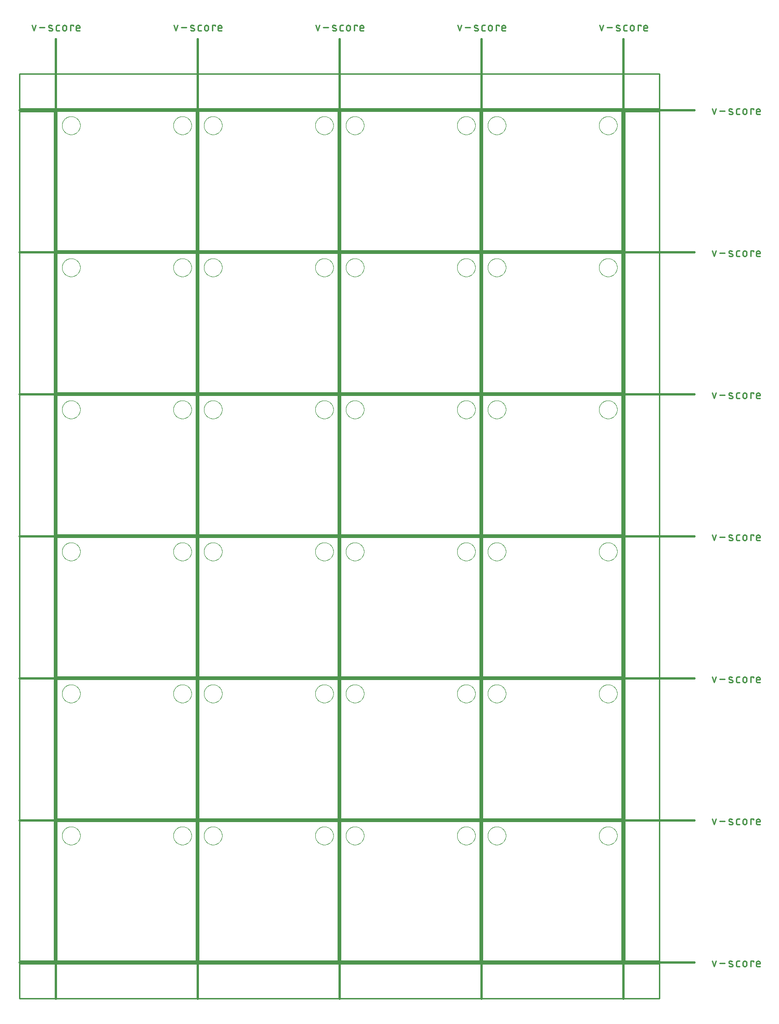
<source format=gko>
G04 EAGLE Gerber RS-274X export*
G75*
%MOMM*%
%FSLAX34Y34*%
%LPD*%
%IN*%
%IPPOS*%
%AMOC8*
5,1,8,0,0,1.08239X$1,22.5*%
G01*
%ADD10C,0.203200*%
%ADD11C,0.381000*%
%ADD12C,0.279400*%
%ADD13C,0.254000*%
%ADD14C,0.000000*%


D10*
X0Y0D02*
X0Y254000D01*
X254000Y254000D01*
X254000Y0D01*
X0Y0D01*
X259080Y0D02*
X259080Y254000D01*
X513080Y254000D01*
X513080Y0D01*
X259080Y0D01*
X518160Y0D02*
X518160Y254000D01*
X772160Y254000D01*
X772160Y0D01*
X518160Y0D01*
X777240Y0D02*
X777240Y254000D01*
X1031240Y254000D01*
X1031240Y0D01*
X777240Y0D01*
X0Y259080D02*
X0Y513080D01*
X254000Y513080D01*
X254000Y259080D01*
X0Y259080D01*
X259080Y259080D02*
X259080Y513080D01*
X513080Y513080D01*
X513080Y259080D01*
X259080Y259080D01*
X518160Y259080D02*
X518160Y513080D01*
X772160Y513080D01*
X772160Y259080D01*
X518160Y259080D01*
X777240Y259080D02*
X777240Y513080D01*
X1031240Y513080D01*
X1031240Y259080D01*
X777240Y259080D01*
X0Y518160D02*
X0Y772160D01*
X254000Y772160D01*
X254000Y518160D01*
X0Y518160D01*
X259080Y518160D02*
X259080Y772160D01*
X513080Y772160D01*
X513080Y518160D01*
X259080Y518160D01*
X518160Y518160D02*
X518160Y772160D01*
X772160Y772160D01*
X772160Y518160D01*
X518160Y518160D01*
X777240Y518160D02*
X777240Y772160D01*
X1031240Y772160D01*
X1031240Y518160D01*
X777240Y518160D01*
X0Y777240D02*
X0Y1031240D01*
X254000Y1031240D01*
X254000Y777240D01*
X0Y777240D01*
X259080Y777240D02*
X259080Y1031240D01*
X513080Y1031240D01*
X513080Y777240D01*
X259080Y777240D01*
X518160Y777240D02*
X518160Y1031240D01*
X772160Y1031240D01*
X772160Y777240D01*
X518160Y777240D01*
X777240Y777240D02*
X777240Y1031240D01*
X1031240Y1031240D01*
X1031240Y777240D01*
X777240Y777240D01*
X0Y1036320D02*
X0Y1290320D01*
X254000Y1290320D01*
X254000Y1036320D01*
X0Y1036320D01*
X259080Y1036320D02*
X259080Y1290320D01*
X513080Y1290320D01*
X513080Y1036320D01*
X259080Y1036320D01*
X518160Y1036320D02*
X518160Y1290320D01*
X772160Y1290320D01*
X772160Y1036320D01*
X518160Y1036320D01*
X777240Y1036320D02*
X777240Y1290320D01*
X1031240Y1290320D01*
X1031240Y1036320D01*
X777240Y1036320D01*
X0Y1295400D02*
X0Y1549400D01*
X254000Y1549400D01*
X254000Y1295400D01*
X0Y1295400D01*
X259080Y1295400D02*
X259080Y1549400D01*
X513080Y1549400D01*
X513080Y1295400D01*
X259080Y1295400D01*
X518160Y1295400D02*
X518160Y1549400D01*
X772160Y1549400D01*
X772160Y1295400D01*
X518160Y1295400D01*
X777240Y1295400D02*
X777240Y1549400D01*
X1031240Y1549400D01*
X1031240Y1295400D01*
X777240Y1295400D01*
D11*
X-2540Y1681480D02*
X-2540Y-68580D01*
D12*
X-42921Y1696847D02*
X-46251Y1706838D01*
X-39590Y1706838D02*
X-42921Y1696847D01*
X-32806Y1702675D02*
X-22815Y1702675D01*
X-14261Y1702675D02*
X-10098Y1701010D01*
X-14261Y1702674D02*
X-14346Y1702710D01*
X-14429Y1702750D01*
X-14510Y1702793D01*
X-14590Y1702840D01*
X-14667Y1702890D01*
X-14743Y1702943D01*
X-14816Y1702999D01*
X-14886Y1703059D01*
X-14954Y1703121D01*
X-15019Y1703186D01*
X-15081Y1703254D01*
X-15141Y1703325D01*
X-15197Y1703398D01*
X-15250Y1703473D01*
X-15300Y1703551D01*
X-15346Y1703630D01*
X-15389Y1703712D01*
X-15429Y1703795D01*
X-15465Y1703880D01*
X-15497Y1703966D01*
X-15526Y1704054D01*
X-15550Y1704143D01*
X-15571Y1704233D01*
X-15588Y1704323D01*
X-15602Y1704414D01*
X-15611Y1704506D01*
X-15616Y1704598D01*
X-15618Y1704690D01*
X-15616Y1704782D01*
X-15609Y1704874D01*
X-15599Y1704966D01*
X-15585Y1705057D01*
X-15567Y1705148D01*
X-15545Y1705237D01*
X-15519Y1705326D01*
X-15489Y1705413D01*
X-15456Y1705499D01*
X-15419Y1705583D01*
X-15379Y1705666D01*
X-15335Y1705747D01*
X-15288Y1705826D01*
X-15237Y1705903D01*
X-15183Y1705978D01*
X-15126Y1706051D01*
X-15066Y1706121D01*
X-15003Y1706188D01*
X-14937Y1706252D01*
X-14869Y1706314D01*
X-14798Y1706373D01*
X-14724Y1706428D01*
X-14648Y1706481D01*
X-14570Y1706530D01*
X-14490Y1706576D01*
X-14409Y1706618D01*
X-14325Y1706657D01*
X-14240Y1706692D01*
X-14153Y1706723D01*
X-14065Y1706751D01*
X-13976Y1706775D01*
X-13886Y1706795D01*
X-13796Y1706812D01*
X-13704Y1706824D01*
X-13612Y1706833D01*
X-13520Y1706837D01*
X-13428Y1706838D01*
X-13201Y1706832D01*
X-12974Y1706821D01*
X-12747Y1706804D01*
X-12521Y1706781D01*
X-12295Y1706754D01*
X-12070Y1706720D01*
X-11846Y1706682D01*
X-11623Y1706638D01*
X-11401Y1706589D01*
X-11180Y1706534D01*
X-10961Y1706474D01*
X-10743Y1706409D01*
X-10527Y1706338D01*
X-10313Y1706263D01*
X-10100Y1706182D01*
X-9890Y1706096D01*
X-9681Y1706005D01*
X-10098Y1701010D02*
X-10013Y1700974D01*
X-9930Y1700934D01*
X-9849Y1700891D01*
X-9769Y1700844D01*
X-9692Y1700794D01*
X-9616Y1700741D01*
X-9543Y1700685D01*
X-9473Y1700625D01*
X-9405Y1700563D01*
X-9340Y1700498D01*
X-9278Y1700430D01*
X-9218Y1700359D01*
X-9162Y1700286D01*
X-9109Y1700211D01*
X-9059Y1700133D01*
X-9013Y1700054D01*
X-8970Y1699972D01*
X-8930Y1699889D01*
X-8894Y1699804D01*
X-8862Y1699718D01*
X-8833Y1699630D01*
X-8809Y1699541D01*
X-8788Y1699451D01*
X-8771Y1699361D01*
X-8757Y1699270D01*
X-8748Y1699178D01*
X-8743Y1699086D01*
X-8741Y1698994D01*
X-8743Y1698902D01*
X-8750Y1698810D01*
X-8760Y1698718D01*
X-8774Y1698627D01*
X-8792Y1698536D01*
X-8814Y1698447D01*
X-8840Y1698358D01*
X-8870Y1698271D01*
X-8903Y1698185D01*
X-8940Y1698101D01*
X-8980Y1698018D01*
X-9024Y1697937D01*
X-9071Y1697858D01*
X-9122Y1697781D01*
X-9176Y1697706D01*
X-9233Y1697633D01*
X-9293Y1697563D01*
X-9356Y1697496D01*
X-9422Y1697432D01*
X-9490Y1697370D01*
X-9561Y1697311D01*
X-9635Y1697256D01*
X-9711Y1697203D01*
X-9789Y1697154D01*
X-9869Y1697108D01*
X-9950Y1697066D01*
X-10034Y1697027D01*
X-10119Y1696992D01*
X-10206Y1696961D01*
X-10294Y1696933D01*
X-10383Y1696909D01*
X-10473Y1696889D01*
X-10563Y1696872D01*
X-10655Y1696860D01*
X-10747Y1696851D01*
X-10839Y1696847D01*
X-10931Y1696846D01*
X-10931Y1696847D02*
X-11265Y1696856D01*
X-11598Y1696873D01*
X-11931Y1696897D01*
X-12264Y1696930D01*
X-12595Y1696970D01*
X-12926Y1697018D01*
X-13255Y1697074D01*
X-13583Y1697137D01*
X-13909Y1697209D01*
X-14233Y1697288D01*
X-14556Y1697374D01*
X-14876Y1697469D01*
X-15194Y1697571D01*
X-15510Y1697680D01*
X562Y1696847D02*
X3892Y1696847D01*
X562Y1696847D02*
X464Y1696849D01*
X366Y1696855D01*
X268Y1696864D01*
X171Y1696878D01*
X75Y1696895D01*
X-21Y1696916D01*
X-116Y1696941D01*
X-210Y1696969D01*
X-303Y1697001D01*
X-394Y1697037D01*
X-484Y1697076D01*
X-572Y1697119D01*
X-659Y1697166D01*
X-743Y1697215D01*
X-826Y1697268D01*
X-906Y1697324D01*
X-985Y1697383D01*
X-1060Y1697446D01*
X-1134Y1697511D01*
X-1204Y1697579D01*
X-1272Y1697649D01*
X-1338Y1697723D01*
X-1400Y1697799D01*
X-1459Y1697877D01*
X-1515Y1697957D01*
X-1568Y1698040D01*
X-1618Y1698124D01*
X-1664Y1698211D01*
X-1707Y1698299D01*
X-1746Y1698389D01*
X-1782Y1698480D01*
X-1814Y1698573D01*
X-1842Y1698667D01*
X-1867Y1698762D01*
X-1888Y1698858D01*
X-1905Y1698954D01*
X-1919Y1699051D01*
X-1928Y1699149D01*
X-1934Y1699247D01*
X-1936Y1699345D01*
X-1936Y1704340D01*
X-1934Y1704438D01*
X-1928Y1704536D01*
X-1919Y1704634D01*
X-1905Y1704731D01*
X-1888Y1704827D01*
X-1867Y1704923D01*
X-1842Y1705018D01*
X-1814Y1705112D01*
X-1782Y1705205D01*
X-1746Y1705296D01*
X-1707Y1705386D01*
X-1664Y1705474D01*
X-1617Y1705561D01*
X-1568Y1705645D01*
X-1515Y1705728D01*
X-1459Y1705808D01*
X-1400Y1705886D01*
X-1337Y1705962D01*
X-1272Y1706036D01*
X-1204Y1706106D01*
X-1134Y1706174D01*
X-1060Y1706239D01*
X-984Y1706302D01*
X-906Y1706361D01*
X-826Y1706417D01*
X-743Y1706470D01*
X-659Y1706519D01*
X-572Y1706566D01*
X-484Y1706609D01*
X-394Y1706648D01*
X-303Y1706684D01*
X-210Y1706716D01*
X-116Y1706744D01*
X-21Y1706769D01*
X75Y1706790D01*
X171Y1706807D01*
X268Y1706821D01*
X366Y1706830D01*
X464Y1706836D01*
X562Y1706838D01*
X3892Y1706838D01*
X10022Y1703507D02*
X10022Y1700177D01*
X10022Y1703507D02*
X10024Y1703621D01*
X10030Y1703734D01*
X10039Y1703848D01*
X10053Y1703960D01*
X10070Y1704073D01*
X10092Y1704185D01*
X10117Y1704295D01*
X10145Y1704405D01*
X10178Y1704514D01*
X10214Y1704622D01*
X10254Y1704729D01*
X10298Y1704834D01*
X10345Y1704937D01*
X10395Y1705039D01*
X10449Y1705139D01*
X10507Y1705237D01*
X10568Y1705333D01*
X10631Y1705427D01*
X10699Y1705519D01*
X10769Y1705609D01*
X10842Y1705695D01*
X10918Y1705780D01*
X10997Y1705862D01*
X11079Y1705941D01*
X11164Y1706017D01*
X11250Y1706090D01*
X11340Y1706160D01*
X11432Y1706228D01*
X11526Y1706291D01*
X11622Y1706352D01*
X11720Y1706410D01*
X11820Y1706464D01*
X11922Y1706514D01*
X12025Y1706561D01*
X12130Y1706605D01*
X12237Y1706645D01*
X12345Y1706681D01*
X12454Y1706714D01*
X12564Y1706742D01*
X12674Y1706767D01*
X12786Y1706789D01*
X12899Y1706806D01*
X13011Y1706820D01*
X13125Y1706829D01*
X13238Y1706835D01*
X13352Y1706837D01*
X13466Y1706835D01*
X13579Y1706829D01*
X13693Y1706820D01*
X13805Y1706806D01*
X13918Y1706789D01*
X14030Y1706767D01*
X14140Y1706742D01*
X14250Y1706714D01*
X14359Y1706681D01*
X14467Y1706645D01*
X14574Y1706605D01*
X14679Y1706561D01*
X14782Y1706514D01*
X14884Y1706464D01*
X14984Y1706410D01*
X15082Y1706352D01*
X15178Y1706291D01*
X15272Y1706228D01*
X15364Y1706160D01*
X15454Y1706090D01*
X15540Y1706017D01*
X15625Y1705941D01*
X15707Y1705862D01*
X15786Y1705780D01*
X15862Y1705695D01*
X15935Y1705609D01*
X16005Y1705519D01*
X16073Y1705427D01*
X16136Y1705333D01*
X16197Y1705237D01*
X16255Y1705139D01*
X16309Y1705039D01*
X16359Y1704937D01*
X16406Y1704834D01*
X16450Y1704729D01*
X16490Y1704622D01*
X16526Y1704514D01*
X16559Y1704405D01*
X16587Y1704295D01*
X16612Y1704185D01*
X16634Y1704073D01*
X16651Y1703960D01*
X16665Y1703848D01*
X16674Y1703734D01*
X16680Y1703621D01*
X16682Y1703507D01*
X16682Y1700177D01*
X16680Y1700063D01*
X16674Y1699950D01*
X16665Y1699836D01*
X16651Y1699724D01*
X16634Y1699611D01*
X16612Y1699499D01*
X16587Y1699389D01*
X16559Y1699279D01*
X16526Y1699170D01*
X16490Y1699062D01*
X16450Y1698955D01*
X16406Y1698850D01*
X16359Y1698747D01*
X16309Y1698645D01*
X16255Y1698545D01*
X16197Y1698447D01*
X16136Y1698351D01*
X16073Y1698257D01*
X16005Y1698165D01*
X15935Y1698075D01*
X15862Y1697989D01*
X15786Y1697904D01*
X15707Y1697822D01*
X15625Y1697743D01*
X15540Y1697667D01*
X15454Y1697594D01*
X15364Y1697524D01*
X15272Y1697456D01*
X15178Y1697393D01*
X15082Y1697332D01*
X14984Y1697274D01*
X14884Y1697220D01*
X14782Y1697170D01*
X14679Y1697123D01*
X14574Y1697079D01*
X14467Y1697039D01*
X14359Y1697003D01*
X14250Y1696970D01*
X14140Y1696942D01*
X14030Y1696917D01*
X13918Y1696895D01*
X13805Y1696878D01*
X13693Y1696864D01*
X13579Y1696855D01*
X13466Y1696849D01*
X13352Y1696847D01*
X13238Y1696849D01*
X13125Y1696855D01*
X13011Y1696864D01*
X12899Y1696878D01*
X12786Y1696895D01*
X12674Y1696917D01*
X12564Y1696942D01*
X12454Y1696970D01*
X12345Y1697003D01*
X12237Y1697039D01*
X12130Y1697079D01*
X12025Y1697123D01*
X11922Y1697170D01*
X11820Y1697220D01*
X11720Y1697274D01*
X11622Y1697332D01*
X11526Y1697393D01*
X11432Y1697456D01*
X11340Y1697524D01*
X11250Y1697594D01*
X11164Y1697667D01*
X11079Y1697743D01*
X10997Y1697822D01*
X10918Y1697904D01*
X10842Y1697989D01*
X10769Y1698075D01*
X10699Y1698165D01*
X10631Y1698257D01*
X10568Y1698351D01*
X10507Y1698447D01*
X10449Y1698545D01*
X10395Y1698645D01*
X10345Y1698747D01*
X10298Y1698850D01*
X10254Y1698955D01*
X10214Y1699062D01*
X10178Y1699170D01*
X10145Y1699279D01*
X10117Y1699389D01*
X10092Y1699499D01*
X10070Y1699611D01*
X10053Y1699724D01*
X10039Y1699836D01*
X10030Y1699950D01*
X10024Y1700063D01*
X10022Y1700177D01*
X24218Y1696847D02*
X24218Y1706838D01*
X29213Y1706838D01*
X29213Y1705173D01*
X37008Y1696847D02*
X41171Y1696847D01*
X37008Y1696847D02*
X36910Y1696849D01*
X36812Y1696855D01*
X36714Y1696864D01*
X36617Y1696878D01*
X36521Y1696895D01*
X36425Y1696916D01*
X36330Y1696941D01*
X36236Y1696969D01*
X36143Y1697001D01*
X36052Y1697037D01*
X35962Y1697076D01*
X35874Y1697119D01*
X35787Y1697166D01*
X35703Y1697215D01*
X35620Y1697268D01*
X35540Y1697324D01*
X35462Y1697383D01*
X35386Y1697446D01*
X35312Y1697511D01*
X35242Y1697579D01*
X35174Y1697649D01*
X35109Y1697723D01*
X35046Y1697799D01*
X34987Y1697877D01*
X34931Y1697957D01*
X34878Y1698040D01*
X34829Y1698124D01*
X34782Y1698211D01*
X34739Y1698299D01*
X34700Y1698389D01*
X34664Y1698480D01*
X34632Y1698573D01*
X34604Y1698667D01*
X34579Y1698762D01*
X34558Y1698858D01*
X34541Y1698954D01*
X34527Y1699051D01*
X34518Y1699149D01*
X34512Y1699247D01*
X34510Y1699345D01*
X34510Y1703507D01*
X34511Y1703507D02*
X34513Y1703621D01*
X34519Y1703734D01*
X34528Y1703848D01*
X34542Y1703960D01*
X34559Y1704073D01*
X34581Y1704185D01*
X34606Y1704295D01*
X34634Y1704405D01*
X34667Y1704514D01*
X34703Y1704622D01*
X34743Y1704729D01*
X34787Y1704834D01*
X34834Y1704937D01*
X34884Y1705039D01*
X34938Y1705139D01*
X34996Y1705237D01*
X35057Y1705333D01*
X35120Y1705427D01*
X35188Y1705519D01*
X35258Y1705609D01*
X35331Y1705695D01*
X35407Y1705780D01*
X35486Y1705862D01*
X35568Y1705941D01*
X35653Y1706017D01*
X35739Y1706090D01*
X35829Y1706160D01*
X35921Y1706228D01*
X36015Y1706291D01*
X36111Y1706352D01*
X36209Y1706410D01*
X36309Y1706464D01*
X36411Y1706514D01*
X36514Y1706561D01*
X36619Y1706605D01*
X36726Y1706645D01*
X36834Y1706681D01*
X36943Y1706714D01*
X37053Y1706742D01*
X37163Y1706767D01*
X37275Y1706789D01*
X37388Y1706806D01*
X37500Y1706820D01*
X37614Y1706829D01*
X37727Y1706835D01*
X37841Y1706837D01*
X37955Y1706835D01*
X38068Y1706829D01*
X38182Y1706820D01*
X38294Y1706806D01*
X38407Y1706789D01*
X38519Y1706767D01*
X38629Y1706742D01*
X38739Y1706714D01*
X38848Y1706681D01*
X38956Y1706645D01*
X39063Y1706605D01*
X39168Y1706561D01*
X39271Y1706514D01*
X39373Y1706464D01*
X39473Y1706410D01*
X39571Y1706352D01*
X39667Y1706291D01*
X39761Y1706228D01*
X39853Y1706160D01*
X39943Y1706090D01*
X40029Y1706017D01*
X40114Y1705941D01*
X40196Y1705862D01*
X40275Y1705780D01*
X40351Y1705695D01*
X40424Y1705609D01*
X40494Y1705519D01*
X40562Y1705427D01*
X40625Y1705333D01*
X40686Y1705237D01*
X40744Y1705139D01*
X40798Y1705039D01*
X40848Y1704937D01*
X40895Y1704834D01*
X40939Y1704729D01*
X40979Y1704622D01*
X41015Y1704514D01*
X41048Y1704405D01*
X41076Y1704295D01*
X41101Y1704185D01*
X41123Y1704073D01*
X41140Y1703960D01*
X41154Y1703848D01*
X41163Y1703734D01*
X41169Y1703621D01*
X41171Y1703507D01*
X41171Y1701842D01*
X34510Y1701842D01*
D11*
X256540Y1681480D02*
X256540Y-68580D01*
D12*
X216159Y1696847D02*
X212829Y1706838D01*
X219490Y1706838D02*
X216159Y1696847D01*
X226274Y1702675D02*
X236265Y1702675D01*
X244819Y1702675D02*
X248982Y1701010D01*
X244819Y1702674D02*
X244734Y1702710D01*
X244651Y1702750D01*
X244570Y1702793D01*
X244490Y1702840D01*
X244413Y1702890D01*
X244337Y1702943D01*
X244264Y1702999D01*
X244194Y1703059D01*
X244126Y1703121D01*
X244061Y1703186D01*
X243999Y1703254D01*
X243939Y1703325D01*
X243883Y1703398D01*
X243830Y1703473D01*
X243780Y1703551D01*
X243734Y1703630D01*
X243691Y1703712D01*
X243651Y1703795D01*
X243615Y1703880D01*
X243583Y1703966D01*
X243554Y1704054D01*
X243530Y1704143D01*
X243509Y1704233D01*
X243492Y1704323D01*
X243478Y1704414D01*
X243469Y1704506D01*
X243464Y1704598D01*
X243462Y1704690D01*
X243464Y1704782D01*
X243471Y1704874D01*
X243481Y1704966D01*
X243495Y1705057D01*
X243513Y1705148D01*
X243535Y1705237D01*
X243561Y1705326D01*
X243591Y1705413D01*
X243624Y1705499D01*
X243661Y1705583D01*
X243701Y1705666D01*
X243745Y1705747D01*
X243792Y1705826D01*
X243843Y1705903D01*
X243897Y1705978D01*
X243954Y1706051D01*
X244014Y1706121D01*
X244077Y1706188D01*
X244143Y1706252D01*
X244211Y1706314D01*
X244282Y1706373D01*
X244356Y1706428D01*
X244432Y1706481D01*
X244510Y1706530D01*
X244590Y1706576D01*
X244671Y1706618D01*
X244755Y1706657D01*
X244840Y1706692D01*
X244927Y1706723D01*
X245015Y1706751D01*
X245104Y1706775D01*
X245194Y1706795D01*
X245284Y1706812D01*
X245376Y1706824D01*
X245468Y1706833D01*
X245560Y1706837D01*
X245652Y1706838D01*
X245879Y1706832D01*
X246106Y1706821D01*
X246333Y1706804D01*
X246559Y1706781D01*
X246785Y1706754D01*
X247010Y1706720D01*
X247234Y1706682D01*
X247457Y1706638D01*
X247679Y1706589D01*
X247900Y1706534D01*
X248119Y1706474D01*
X248337Y1706409D01*
X248553Y1706338D01*
X248767Y1706263D01*
X248980Y1706182D01*
X249190Y1706096D01*
X249399Y1706005D01*
X248982Y1701010D02*
X249067Y1700974D01*
X249150Y1700934D01*
X249231Y1700891D01*
X249311Y1700844D01*
X249388Y1700794D01*
X249464Y1700741D01*
X249537Y1700685D01*
X249607Y1700625D01*
X249675Y1700563D01*
X249740Y1700498D01*
X249802Y1700430D01*
X249862Y1700359D01*
X249918Y1700286D01*
X249971Y1700211D01*
X250021Y1700133D01*
X250067Y1700054D01*
X250110Y1699972D01*
X250150Y1699889D01*
X250186Y1699804D01*
X250218Y1699718D01*
X250247Y1699630D01*
X250271Y1699541D01*
X250292Y1699451D01*
X250309Y1699361D01*
X250323Y1699270D01*
X250332Y1699178D01*
X250337Y1699086D01*
X250339Y1698994D01*
X250337Y1698902D01*
X250330Y1698810D01*
X250320Y1698718D01*
X250306Y1698627D01*
X250288Y1698536D01*
X250266Y1698447D01*
X250240Y1698358D01*
X250210Y1698271D01*
X250177Y1698185D01*
X250140Y1698101D01*
X250100Y1698018D01*
X250056Y1697937D01*
X250009Y1697858D01*
X249958Y1697781D01*
X249904Y1697706D01*
X249847Y1697633D01*
X249787Y1697563D01*
X249724Y1697496D01*
X249658Y1697432D01*
X249590Y1697370D01*
X249519Y1697311D01*
X249445Y1697256D01*
X249369Y1697203D01*
X249291Y1697154D01*
X249211Y1697108D01*
X249130Y1697066D01*
X249046Y1697027D01*
X248961Y1696992D01*
X248874Y1696961D01*
X248786Y1696933D01*
X248697Y1696909D01*
X248607Y1696889D01*
X248517Y1696872D01*
X248425Y1696860D01*
X248333Y1696851D01*
X248241Y1696847D01*
X248149Y1696846D01*
X248149Y1696847D02*
X247815Y1696856D01*
X247482Y1696873D01*
X247149Y1696897D01*
X246816Y1696930D01*
X246485Y1696970D01*
X246154Y1697018D01*
X245825Y1697074D01*
X245497Y1697137D01*
X245171Y1697209D01*
X244847Y1697288D01*
X244524Y1697374D01*
X244204Y1697469D01*
X243886Y1697571D01*
X243570Y1697680D01*
X259642Y1696847D02*
X262972Y1696847D01*
X259642Y1696847D02*
X259544Y1696849D01*
X259446Y1696855D01*
X259348Y1696864D01*
X259251Y1696878D01*
X259155Y1696895D01*
X259059Y1696916D01*
X258964Y1696941D01*
X258870Y1696969D01*
X258777Y1697001D01*
X258686Y1697037D01*
X258596Y1697076D01*
X258508Y1697119D01*
X258421Y1697166D01*
X258337Y1697215D01*
X258254Y1697268D01*
X258174Y1697324D01*
X258096Y1697383D01*
X258020Y1697446D01*
X257946Y1697511D01*
X257876Y1697579D01*
X257808Y1697649D01*
X257743Y1697723D01*
X257680Y1697799D01*
X257621Y1697877D01*
X257565Y1697957D01*
X257512Y1698040D01*
X257463Y1698124D01*
X257416Y1698211D01*
X257373Y1698299D01*
X257334Y1698389D01*
X257298Y1698480D01*
X257266Y1698573D01*
X257238Y1698667D01*
X257213Y1698762D01*
X257192Y1698858D01*
X257175Y1698954D01*
X257161Y1699051D01*
X257152Y1699149D01*
X257146Y1699247D01*
X257144Y1699345D01*
X257144Y1704340D01*
X257146Y1704438D01*
X257152Y1704536D01*
X257161Y1704634D01*
X257175Y1704731D01*
X257192Y1704827D01*
X257213Y1704923D01*
X257238Y1705018D01*
X257266Y1705112D01*
X257298Y1705205D01*
X257334Y1705296D01*
X257373Y1705386D01*
X257416Y1705474D01*
X257463Y1705561D01*
X257512Y1705645D01*
X257565Y1705728D01*
X257621Y1705808D01*
X257680Y1705887D01*
X257743Y1705962D01*
X257808Y1706036D01*
X257876Y1706106D01*
X257946Y1706174D01*
X258020Y1706240D01*
X258096Y1706302D01*
X258174Y1706361D01*
X258254Y1706417D01*
X258337Y1706470D01*
X258421Y1706520D01*
X258508Y1706566D01*
X258596Y1706609D01*
X258686Y1706648D01*
X258777Y1706684D01*
X258870Y1706716D01*
X258964Y1706744D01*
X259059Y1706769D01*
X259155Y1706790D01*
X259251Y1706807D01*
X259348Y1706821D01*
X259446Y1706830D01*
X259544Y1706836D01*
X259642Y1706838D01*
X262972Y1706838D01*
X269102Y1703507D02*
X269102Y1700177D01*
X269102Y1703507D02*
X269104Y1703621D01*
X269110Y1703734D01*
X269119Y1703848D01*
X269133Y1703960D01*
X269150Y1704073D01*
X269172Y1704185D01*
X269197Y1704295D01*
X269225Y1704405D01*
X269258Y1704514D01*
X269294Y1704622D01*
X269334Y1704729D01*
X269378Y1704834D01*
X269425Y1704937D01*
X269475Y1705039D01*
X269529Y1705139D01*
X269587Y1705237D01*
X269648Y1705333D01*
X269711Y1705427D01*
X269779Y1705519D01*
X269849Y1705609D01*
X269922Y1705695D01*
X269998Y1705780D01*
X270077Y1705862D01*
X270159Y1705941D01*
X270244Y1706017D01*
X270330Y1706090D01*
X270420Y1706160D01*
X270512Y1706228D01*
X270606Y1706291D01*
X270702Y1706352D01*
X270800Y1706410D01*
X270900Y1706464D01*
X271002Y1706514D01*
X271105Y1706561D01*
X271210Y1706605D01*
X271317Y1706645D01*
X271425Y1706681D01*
X271534Y1706714D01*
X271644Y1706742D01*
X271754Y1706767D01*
X271866Y1706789D01*
X271979Y1706806D01*
X272091Y1706820D01*
X272205Y1706829D01*
X272318Y1706835D01*
X272432Y1706837D01*
X272546Y1706835D01*
X272659Y1706829D01*
X272773Y1706820D01*
X272885Y1706806D01*
X272998Y1706789D01*
X273110Y1706767D01*
X273220Y1706742D01*
X273330Y1706714D01*
X273439Y1706681D01*
X273547Y1706645D01*
X273654Y1706605D01*
X273759Y1706561D01*
X273862Y1706514D01*
X273964Y1706464D01*
X274064Y1706410D01*
X274162Y1706352D01*
X274258Y1706291D01*
X274352Y1706228D01*
X274444Y1706160D01*
X274534Y1706090D01*
X274620Y1706017D01*
X274705Y1705941D01*
X274787Y1705862D01*
X274866Y1705780D01*
X274942Y1705695D01*
X275015Y1705609D01*
X275085Y1705519D01*
X275153Y1705427D01*
X275216Y1705333D01*
X275277Y1705237D01*
X275335Y1705139D01*
X275389Y1705039D01*
X275439Y1704937D01*
X275486Y1704834D01*
X275530Y1704729D01*
X275570Y1704622D01*
X275606Y1704514D01*
X275639Y1704405D01*
X275667Y1704295D01*
X275692Y1704185D01*
X275714Y1704073D01*
X275731Y1703960D01*
X275745Y1703848D01*
X275754Y1703734D01*
X275760Y1703621D01*
X275762Y1703507D01*
X275762Y1700177D01*
X275760Y1700063D01*
X275754Y1699950D01*
X275745Y1699836D01*
X275731Y1699724D01*
X275714Y1699611D01*
X275692Y1699499D01*
X275667Y1699389D01*
X275639Y1699279D01*
X275606Y1699170D01*
X275570Y1699062D01*
X275530Y1698955D01*
X275486Y1698850D01*
X275439Y1698747D01*
X275389Y1698645D01*
X275335Y1698545D01*
X275277Y1698447D01*
X275216Y1698351D01*
X275153Y1698257D01*
X275085Y1698165D01*
X275015Y1698075D01*
X274942Y1697989D01*
X274866Y1697904D01*
X274787Y1697822D01*
X274705Y1697743D01*
X274620Y1697667D01*
X274534Y1697594D01*
X274444Y1697524D01*
X274352Y1697456D01*
X274258Y1697393D01*
X274162Y1697332D01*
X274064Y1697274D01*
X273964Y1697220D01*
X273862Y1697170D01*
X273759Y1697123D01*
X273654Y1697079D01*
X273547Y1697039D01*
X273439Y1697003D01*
X273330Y1696970D01*
X273220Y1696942D01*
X273110Y1696917D01*
X272998Y1696895D01*
X272885Y1696878D01*
X272773Y1696864D01*
X272659Y1696855D01*
X272546Y1696849D01*
X272432Y1696847D01*
X272318Y1696849D01*
X272205Y1696855D01*
X272091Y1696864D01*
X271979Y1696878D01*
X271866Y1696895D01*
X271754Y1696917D01*
X271644Y1696942D01*
X271534Y1696970D01*
X271425Y1697003D01*
X271317Y1697039D01*
X271210Y1697079D01*
X271105Y1697123D01*
X271002Y1697170D01*
X270900Y1697220D01*
X270800Y1697274D01*
X270702Y1697332D01*
X270606Y1697393D01*
X270512Y1697456D01*
X270420Y1697524D01*
X270330Y1697594D01*
X270244Y1697667D01*
X270159Y1697743D01*
X270077Y1697822D01*
X269998Y1697904D01*
X269922Y1697989D01*
X269849Y1698075D01*
X269779Y1698165D01*
X269711Y1698257D01*
X269648Y1698351D01*
X269587Y1698447D01*
X269529Y1698545D01*
X269475Y1698645D01*
X269425Y1698747D01*
X269378Y1698850D01*
X269334Y1698955D01*
X269294Y1699062D01*
X269258Y1699170D01*
X269225Y1699279D01*
X269197Y1699389D01*
X269172Y1699499D01*
X269150Y1699611D01*
X269133Y1699724D01*
X269119Y1699836D01*
X269110Y1699950D01*
X269104Y1700063D01*
X269102Y1700177D01*
X283298Y1696847D02*
X283298Y1706838D01*
X288293Y1706838D01*
X288293Y1705173D01*
X296088Y1696847D02*
X300251Y1696847D01*
X296088Y1696847D02*
X295990Y1696849D01*
X295892Y1696855D01*
X295794Y1696864D01*
X295697Y1696878D01*
X295601Y1696895D01*
X295505Y1696916D01*
X295410Y1696941D01*
X295316Y1696969D01*
X295223Y1697001D01*
X295132Y1697037D01*
X295042Y1697076D01*
X294954Y1697119D01*
X294867Y1697166D01*
X294783Y1697215D01*
X294700Y1697268D01*
X294620Y1697324D01*
X294542Y1697383D01*
X294466Y1697446D01*
X294392Y1697511D01*
X294322Y1697579D01*
X294254Y1697649D01*
X294189Y1697723D01*
X294126Y1697799D01*
X294067Y1697877D01*
X294011Y1697957D01*
X293958Y1698040D01*
X293909Y1698124D01*
X293862Y1698211D01*
X293819Y1698299D01*
X293780Y1698389D01*
X293744Y1698480D01*
X293712Y1698573D01*
X293684Y1698667D01*
X293659Y1698762D01*
X293638Y1698858D01*
X293621Y1698954D01*
X293607Y1699051D01*
X293598Y1699149D01*
X293592Y1699247D01*
X293590Y1699345D01*
X293590Y1703507D01*
X293591Y1703507D02*
X293593Y1703621D01*
X293599Y1703734D01*
X293608Y1703848D01*
X293622Y1703960D01*
X293639Y1704073D01*
X293661Y1704185D01*
X293686Y1704295D01*
X293714Y1704405D01*
X293747Y1704514D01*
X293783Y1704622D01*
X293823Y1704729D01*
X293867Y1704834D01*
X293914Y1704937D01*
X293964Y1705039D01*
X294018Y1705139D01*
X294076Y1705237D01*
X294137Y1705333D01*
X294200Y1705427D01*
X294268Y1705519D01*
X294338Y1705609D01*
X294411Y1705695D01*
X294487Y1705780D01*
X294566Y1705862D01*
X294648Y1705941D01*
X294733Y1706017D01*
X294819Y1706090D01*
X294909Y1706160D01*
X295001Y1706228D01*
X295095Y1706291D01*
X295191Y1706352D01*
X295289Y1706410D01*
X295389Y1706464D01*
X295491Y1706514D01*
X295594Y1706561D01*
X295699Y1706605D01*
X295806Y1706645D01*
X295914Y1706681D01*
X296023Y1706714D01*
X296133Y1706742D01*
X296243Y1706767D01*
X296355Y1706789D01*
X296468Y1706806D01*
X296580Y1706820D01*
X296694Y1706829D01*
X296807Y1706835D01*
X296921Y1706837D01*
X297035Y1706835D01*
X297148Y1706829D01*
X297262Y1706820D01*
X297374Y1706806D01*
X297487Y1706789D01*
X297599Y1706767D01*
X297709Y1706742D01*
X297819Y1706714D01*
X297928Y1706681D01*
X298036Y1706645D01*
X298143Y1706605D01*
X298248Y1706561D01*
X298351Y1706514D01*
X298453Y1706464D01*
X298553Y1706410D01*
X298651Y1706352D01*
X298747Y1706291D01*
X298841Y1706228D01*
X298933Y1706160D01*
X299023Y1706090D01*
X299109Y1706017D01*
X299194Y1705941D01*
X299276Y1705862D01*
X299355Y1705780D01*
X299431Y1705695D01*
X299504Y1705609D01*
X299574Y1705519D01*
X299642Y1705427D01*
X299705Y1705333D01*
X299766Y1705237D01*
X299824Y1705139D01*
X299878Y1705039D01*
X299928Y1704937D01*
X299975Y1704834D01*
X300019Y1704729D01*
X300059Y1704622D01*
X300095Y1704514D01*
X300128Y1704405D01*
X300156Y1704295D01*
X300181Y1704185D01*
X300203Y1704073D01*
X300220Y1703960D01*
X300234Y1703848D01*
X300243Y1703734D01*
X300249Y1703621D01*
X300251Y1703507D01*
X300251Y1701842D01*
X293590Y1701842D01*
D11*
X515620Y1681480D02*
X515620Y-68580D01*
D12*
X475239Y1696847D02*
X471909Y1706838D01*
X478570Y1706838D02*
X475239Y1696847D01*
X485354Y1702675D02*
X495345Y1702675D01*
X503899Y1702675D02*
X508062Y1701010D01*
X503899Y1702674D02*
X503814Y1702710D01*
X503731Y1702750D01*
X503650Y1702793D01*
X503570Y1702840D01*
X503493Y1702890D01*
X503417Y1702943D01*
X503344Y1702999D01*
X503274Y1703059D01*
X503206Y1703121D01*
X503141Y1703186D01*
X503079Y1703254D01*
X503019Y1703325D01*
X502963Y1703398D01*
X502910Y1703473D01*
X502860Y1703551D01*
X502814Y1703630D01*
X502771Y1703712D01*
X502731Y1703795D01*
X502695Y1703880D01*
X502663Y1703966D01*
X502634Y1704054D01*
X502610Y1704143D01*
X502589Y1704233D01*
X502572Y1704323D01*
X502558Y1704414D01*
X502549Y1704506D01*
X502544Y1704598D01*
X502542Y1704690D01*
X502544Y1704782D01*
X502551Y1704874D01*
X502561Y1704966D01*
X502575Y1705057D01*
X502593Y1705148D01*
X502615Y1705237D01*
X502641Y1705326D01*
X502671Y1705413D01*
X502704Y1705499D01*
X502741Y1705583D01*
X502781Y1705666D01*
X502825Y1705747D01*
X502872Y1705826D01*
X502923Y1705903D01*
X502977Y1705978D01*
X503034Y1706051D01*
X503094Y1706121D01*
X503157Y1706188D01*
X503223Y1706252D01*
X503291Y1706314D01*
X503362Y1706373D01*
X503436Y1706428D01*
X503512Y1706481D01*
X503590Y1706530D01*
X503670Y1706576D01*
X503751Y1706618D01*
X503835Y1706657D01*
X503920Y1706692D01*
X504007Y1706723D01*
X504095Y1706751D01*
X504184Y1706775D01*
X504274Y1706795D01*
X504364Y1706812D01*
X504456Y1706824D01*
X504548Y1706833D01*
X504640Y1706837D01*
X504732Y1706838D01*
X504959Y1706832D01*
X505186Y1706821D01*
X505413Y1706804D01*
X505639Y1706781D01*
X505865Y1706754D01*
X506090Y1706720D01*
X506314Y1706682D01*
X506537Y1706638D01*
X506759Y1706589D01*
X506980Y1706534D01*
X507199Y1706474D01*
X507417Y1706409D01*
X507633Y1706338D01*
X507847Y1706263D01*
X508060Y1706182D01*
X508270Y1706096D01*
X508479Y1706005D01*
X508062Y1701010D02*
X508147Y1700974D01*
X508230Y1700934D01*
X508311Y1700891D01*
X508391Y1700844D01*
X508468Y1700794D01*
X508544Y1700741D01*
X508617Y1700685D01*
X508687Y1700625D01*
X508755Y1700563D01*
X508820Y1700498D01*
X508882Y1700430D01*
X508942Y1700359D01*
X508998Y1700286D01*
X509051Y1700211D01*
X509101Y1700133D01*
X509147Y1700054D01*
X509190Y1699972D01*
X509230Y1699889D01*
X509266Y1699804D01*
X509298Y1699718D01*
X509327Y1699630D01*
X509351Y1699541D01*
X509372Y1699451D01*
X509389Y1699361D01*
X509403Y1699270D01*
X509412Y1699178D01*
X509417Y1699086D01*
X509419Y1698994D01*
X509417Y1698902D01*
X509410Y1698810D01*
X509400Y1698718D01*
X509386Y1698627D01*
X509368Y1698536D01*
X509346Y1698447D01*
X509320Y1698358D01*
X509290Y1698271D01*
X509257Y1698185D01*
X509220Y1698101D01*
X509180Y1698018D01*
X509136Y1697937D01*
X509089Y1697858D01*
X509038Y1697781D01*
X508984Y1697706D01*
X508927Y1697633D01*
X508867Y1697563D01*
X508804Y1697496D01*
X508738Y1697432D01*
X508670Y1697370D01*
X508599Y1697311D01*
X508525Y1697256D01*
X508449Y1697203D01*
X508371Y1697154D01*
X508291Y1697108D01*
X508210Y1697066D01*
X508126Y1697027D01*
X508041Y1696992D01*
X507954Y1696961D01*
X507866Y1696933D01*
X507777Y1696909D01*
X507687Y1696889D01*
X507597Y1696872D01*
X507505Y1696860D01*
X507413Y1696851D01*
X507321Y1696847D01*
X507229Y1696846D01*
X507229Y1696847D02*
X506895Y1696856D01*
X506562Y1696873D01*
X506229Y1696897D01*
X505896Y1696930D01*
X505565Y1696970D01*
X505234Y1697018D01*
X504905Y1697074D01*
X504577Y1697137D01*
X504251Y1697209D01*
X503927Y1697288D01*
X503604Y1697374D01*
X503284Y1697469D01*
X502966Y1697571D01*
X502650Y1697680D01*
X518722Y1696847D02*
X522052Y1696847D01*
X518722Y1696847D02*
X518624Y1696849D01*
X518526Y1696855D01*
X518428Y1696864D01*
X518331Y1696878D01*
X518235Y1696895D01*
X518139Y1696916D01*
X518044Y1696941D01*
X517950Y1696969D01*
X517857Y1697001D01*
X517766Y1697037D01*
X517676Y1697076D01*
X517588Y1697119D01*
X517501Y1697166D01*
X517417Y1697215D01*
X517334Y1697268D01*
X517254Y1697324D01*
X517176Y1697383D01*
X517100Y1697446D01*
X517026Y1697511D01*
X516956Y1697579D01*
X516888Y1697649D01*
X516823Y1697723D01*
X516760Y1697799D01*
X516701Y1697877D01*
X516645Y1697957D01*
X516592Y1698040D01*
X516543Y1698124D01*
X516496Y1698211D01*
X516453Y1698299D01*
X516414Y1698389D01*
X516378Y1698480D01*
X516346Y1698573D01*
X516318Y1698667D01*
X516293Y1698762D01*
X516272Y1698858D01*
X516255Y1698954D01*
X516241Y1699051D01*
X516232Y1699149D01*
X516226Y1699247D01*
X516224Y1699345D01*
X516224Y1704340D01*
X516226Y1704438D01*
X516232Y1704536D01*
X516241Y1704634D01*
X516255Y1704731D01*
X516272Y1704827D01*
X516293Y1704923D01*
X516318Y1705018D01*
X516346Y1705112D01*
X516378Y1705205D01*
X516414Y1705296D01*
X516453Y1705386D01*
X516496Y1705474D01*
X516543Y1705561D01*
X516592Y1705645D01*
X516645Y1705728D01*
X516701Y1705808D01*
X516760Y1705887D01*
X516823Y1705962D01*
X516888Y1706036D01*
X516956Y1706106D01*
X517026Y1706174D01*
X517100Y1706240D01*
X517176Y1706302D01*
X517254Y1706361D01*
X517334Y1706417D01*
X517417Y1706470D01*
X517501Y1706520D01*
X517588Y1706566D01*
X517676Y1706609D01*
X517766Y1706648D01*
X517857Y1706684D01*
X517950Y1706716D01*
X518044Y1706744D01*
X518139Y1706769D01*
X518235Y1706790D01*
X518331Y1706807D01*
X518428Y1706821D01*
X518526Y1706830D01*
X518624Y1706836D01*
X518722Y1706838D01*
X522052Y1706838D01*
X528182Y1703507D02*
X528182Y1700177D01*
X528182Y1703507D02*
X528184Y1703621D01*
X528190Y1703734D01*
X528199Y1703848D01*
X528213Y1703960D01*
X528230Y1704073D01*
X528252Y1704185D01*
X528277Y1704295D01*
X528305Y1704405D01*
X528338Y1704514D01*
X528374Y1704622D01*
X528414Y1704729D01*
X528458Y1704834D01*
X528505Y1704937D01*
X528555Y1705039D01*
X528609Y1705139D01*
X528667Y1705237D01*
X528728Y1705333D01*
X528791Y1705427D01*
X528859Y1705519D01*
X528929Y1705609D01*
X529002Y1705695D01*
X529078Y1705780D01*
X529157Y1705862D01*
X529239Y1705941D01*
X529324Y1706017D01*
X529410Y1706090D01*
X529500Y1706160D01*
X529592Y1706228D01*
X529686Y1706291D01*
X529782Y1706352D01*
X529880Y1706410D01*
X529980Y1706464D01*
X530082Y1706514D01*
X530185Y1706561D01*
X530290Y1706605D01*
X530397Y1706645D01*
X530505Y1706681D01*
X530614Y1706714D01*
X530724Y1706742D01*
X530834Y1706767D01*
X530946Y1706789D01*
X531059Y1706806D01*
X531171Y1706820D01*
X531285Y1706829D01*
X531398Y1706835D01*
X531512Y1706837D01*
X531626Y1706835D01*
X531739Y1706829D01*
X531853Y1706820D01*
X531965Y1706806D01*
X532078Y1706789D01*
X532190Y1706767D01*
X532300Y1706742D01*
X532410Y1706714D01*
X532519Y1706681D01*
X532627Y1706645D01*
X532734Y1706605D01*
X532839Y1706561D01*
X532942Y1706514D01*
X533044Y1706464D01*
X533144Y1706410D01*
X533242Y1706352D01*
X533338Y1706291D01*
X533432Y1706228D01*
X533524Y1706160D01*
X533614Y1706090D01*
X533700Y1706017D01*
X533785Y1705941D01*
X533867Y1705862D01*
X533946Y1705780D01*
X534022Y1705695D01*
X534095Y1705609D01*
X534165Y1705519D01*
X534233Y1705427D01*
X534296Y1705333D01*
X534357Y1705237D01*
X534415Y1705139D01*
X534469Y1705039D01*
X534519Y1704937D01*
X534566Y1704834D01*
X534610Y1704729D01*
X534650Y1704622D01*
X534686Y1704514D01*
X534719Y1704405D01*
X534747Y1704295D01*
X534772Y1704185D01*
X534794Y1704073D01*
X534811Y1703960D01*
X534825Y1703848D01*
X534834Y1703734D01*
X534840Y1703621D01*
X534842Y1703507D01*
X534842Y1700177D01*
X534840Y1700063D01*
X534834Y1699950D01*
X534825Y1699836D01*
X534811Y1699724D01*
X534794Y1699611D01*
X534772Y1699499D01*
X534747Y1699389D01*
X534719Y1699279D01*
X534686Y1699170D01*
X534650Y1699062D01*
X534610Y1698955D01*
X534566Y1698850D01*
X534519Y1698747D01*
X534469Y1698645D01*
X534415Y1698545D01*
X534357Y1698447D01*
X534296Y1698351D01*
X534233Y1698257D01*
X534165Y1698165D01*
X534095Y1698075D01*
X534022Y1697989D01*
X533946Y1697904D01*
X533867Y1697822D01*
X533785Y1697743D01*
X533700Y1697667D01*
X533614Y1697594D01*
X533524Y1697524D01*
X533432Y1697456D01*
X533338Y1697393D01*
X533242Y1697332D01*
X533144Y1697274D01*
X533044Y1697220D01*
X532942Y1697170D01*
X532839Y1697123D01*
X532734Y1697079D01*
X532627Y1697039D01*
X532519Y1697003D01*
X532410Y1696970D01*
X532300Y1696942D01*
X532190Y1696917D01*
X532078Y1696895D01*
X531965Y1696878D01*
X531853Y1696864D01*
X531739Y1696855D01*
X531626Y1696849D01*
X531512Y1696847D01*
X531398Y1696849D01*
X531285Y1696855D01*
X531171Y1696864D01*
X531059Y1696878D01*
X530946Y1696895D01*
X530834Y1696917D01*
X530724Y1696942D01*
X530614Y1696970D01*
X530505Y1697003D01*
X530397Y1697039D01*
X530290Y1697079D01*
X530185Y1697123D01*
X530082Y1697170D01*
X529980Y1697220D01*
X529880Y1697274D01*
X529782Y1697332D01*
X529686Y1697393D01*
X529592Y1697456D01*
X529500Y1697524D01*
X529410Y1697594D01*
X529324Y1697667D01*
X529239Y1697743D01*
X529157Y1697822D01*
X529078Y1697904D01*
X529002Y1697989D01*
X528929Y1698075D01*
X528859Y1698165D01*
X528791Y1698257D01*
X528728Y1698351D01*
X528667Y1698447D01*
X528609Y1698545D01*
X528555Y1698645D01*
X528505Y1698747D01*
X528458Y1698850D01*
X528414Y1698955D01*
X528374Y1699062D01*
X528338Y1699170D01*
X528305Y1699279D01*
X528277Y1699389D01*
X528252Y1699499D01*
X528230Y1699611D01*
X528213Y1699724D01*
X528199Y1699836D01*
X528190Y1699950D01*
X528184Y1700063D01*
X528182Y1700177D01*
X542378Y1696847D02*
X542378Y1706838D01*
X547373Y1706838D01*
X547373Y1705173D01*
X555168Y1696847D02*
X559331Y1696847D01*
X555168Y1696847D02*
X555070Y1696849D01*
X554972Y1696855D01*
X554874Y1696864D01*
X554777Y1696878D01*
X554681Y1696895D01*
X554585Y1696916D01*
X554490Y1696941D01*
X554396Y1696969D01*
X554303Y1697001D01*
X554212Y1697037D01*
X554122Y1697076D01*
X554034Y1697119D01*
X553947Y1697166D01*
X553863Y1697215D01*
X553780Y1697268D01*
X553700Y1697324D01*
X553622Y1697383D01*
X553546Y1697446D01*
X553472Y1697511D01*
X553402Y1697579D01*
X553334Y1697649D01*
X553269Y1697723D01*
X553206Y1697799D01*
X553147Y1697877D01*
X553091Y1697957D01*
X553038Y1698040D01*
X552989Y1698124D01*
X552942Y1698211D01*
X552899Y1698299D01*
X552860Y1698389D01*
X552824Y1698480D01*
X552792Y1698573D01*
X552764Y1698667D01*
X552739Y1698762D01*
X552718Y1698858D01*
X552701Y1698954D01*
X552687Y1699051D01*
X552678Y1699149D01*
X552672Y1699247D01*
X552670Y1699345D01*
X552670Y1703507D01*
X552671Y1703507D02*
X552673Y1703621D01*
X552679Y1703734D01*
X552688Y1703848D01*
X552702Y1703960D01*
X552719Y1704073D01*
X552741Y1704185D01*
X552766Y1704295D01*
X552794Y1704405D01*
X552827Y1704514D01*
X552863Y1704622D01*
X552903Y1704729D01*
X552947Y1704834D01*
X552994Y1704937D01*
X553044Y1705039D01*
X553098Y1705139D01*
X553156Y1705237D01*
X553217Y1705333D01*
X553280Y1705427D01*
X553348Y1705519D01*
X553418Y1705609D01*
X553491Y1705695D01*
X553567Y1705780D01*
X553646Y1705862D01*
X553728Y1705941D01*
X553813Y1706017D01*
X553899Y1706090D01*
X553989Y1706160D01*
X554081Y1706228D01*
X554175Y1706291D01*
X554271Y1706352D01*
X554369Y1706410D01*
X554469Y1706464D01*
X554571Y1706514D01*
X554674Y1706561D01*
X554779Y1706605D01*
X554886Y1706645D01*
X554994Y1706681D01*
X555103Y1706714D01*
X555213Y1706742D01*
X555323Y1706767D01*
X555435Y1706789D01*
X555548Y1706806D01*
X555660Y1706820D01*
X555774Y1706829D01*
X555887Y1706835D01*
X556001Y1706837D01*
X556115Y1706835D01*
X556228Y1706829D01*
X556342Y1706820D01*
X556454Y1706806D01*
X556567Y1706789D01*
X556679Y1706767D01*
X556789Y1706742D01*
X556899Y1706714D01*
X557008Y1706681D01*
X557116Y1706645D01*
X557223Y1706605D01*
X557328Y1706561D01*
X557431Y1706514D01*
X557533Y1706464D01*
X557633Y1706410D01*
X557731Y1706352D01*
X557827Y1706291D01*
X557921Y1706228D01*
X558013Y1706160D01*
X558103Y1706090D01*
X558189Y1706017D01*
X558274Y1705941D01*
X558356Y1705862D01*
X558435Y1705780D01*
X558511Y1705695D01*
X558584Y1705609D01*
X558654Y1705519D01*
X558722Y1705427D01*
X558785Y1705333D01*
X558846Y1705237D01*
X558904Y1705139D01*
X558958Y1705039D01*
X559008Y1704937D01*
X559055Y1704834D01*
X559099Y1704729D01*
X559139Y1704622D01*
X559175Y1704514D01*
X559208Y1704405D01*
X559236Y1704295D01*
X559261Y1704185D01*
X559283Y1704073D01*
X559300Y1703960D01*
X559314Y1703848D01*
X559323Y1703734D01*
X559329Y1703621D01*
X559331Y1703507D01*
X559331Y1701842D01*
X552670Y1701842D01*
D11*
X774700Y1681480D02*
X774700Y-68580D01*
D12*
X734319Y1696847D02*
X730989Y1706838D01*
X737650Y1706838D02*
X734319Y1696847D01*
X744434Y1702675D02*
X754425Y1702675D01*
X762979Y1702675D02*
X767142Y1701010D01*
X762979Y1702674D02*
X762894Y1702710D01*
X762811Y1702750D01*
X762730Y1702793D01*
X762650Y1702840D01*
X762573Y1702890D01*
X762497Y1702943D01*
X762424Y1702999D01*
X762354Y1703059D01*
X762286Y1703121D01*
X762221Y1703186D01*
X762159Y1703254D01*
X762099Y1703325D01*
X762043Y1703398D01*
X761990Y1703473D01*
X761940Y1703551D01*
X761894Y1703630D01*
X761851Y1703712D01*
X761811Y1703795D01*
X761775Y1703880D01*
X761743Y1703966D01*
X761714Y1704054D01*
X761690Y1704143D01*
X761669Y1704233D01*
X761652Y1704323D01*
X761638Y1704414D01*
X761629Y1704506D01*
X761624Y1704598D01*
X761622Y1704690D01*
X761624Y1704782D01*
X761631Y1704874D01*
X761641Y1704966D01*
X761655Y1705057D01*
X761673Y1705148D01*
X761695Y1705237D01*
X761721Y1705326D01*
X761751Y1705413D01*
X761784Y1705499D01*
X761821Y1705583D01*
X761861Y1705666D01*
X761905Y1705747D01*
X761952Y1705826D01*
X762003Y1705903D01*
X762057Y1705978D01*
X762114Y1706051D01*
X762174Y1706121D01*
X762237Y1706188D01*
X762303Y1706252D01*
X762371Y1706314D01*
X762442Y1706373D01*
X762516Y1706428D01*
X762592Y1706481D01*
X762670Y1706530D01*
X762750Y1706576D01*
X762831Y1706618D01*
X762915Y1706657D01*
X763000Y1706692D01*
X763087Y1706723D01*
X763175Y1706751D01*
X763264Y1706775D01*
X763354Y1706795D01*
X763444Y1706812D01*
X763536Y1706824D01*
X763628Y1706833D01*
X763720Y1706837D01*
X763812Y1706838D01*
X764039Y1706832D01*
X764266Y1706821D01*
X764493Y1706804D01*
X764719Y1706781D01*
X764945Y1706754D01*
X765170Y1706720D01*
X765394Y1706682D01*
X765617Y1706638D01*
X765839Y1706589D01*
X766060Y1706534D01*
X766279Y1706474D01*
X766497Y1706409D01*
X766713Y1706338D01*
X766927Y1706263D01*
X767140Y1706182D01*
X767350Y1706096D01*
X767559Y1706005D01*
X767142Y1701010D02*
X767227Y1700974D01*
X767310Y1700934D01*
X767391Y1700891D01*
X767471Y1700844D01*
X767548Y1700794D01*
X767624Y1700741D01*
X767697Y1700685D01*
X767767Y1700625D01*
X767835Y1700563D01*
X767900Y1700498D01*
X767962Y1700430D01*
X768022Y1700359D01*
X768078Y1700286D01*
X768131Y1700211D01*
X768181Y1700133D01*
X768227Y1700054D01*
X768270Y1699972D01*
X768310Y1699889D01*
X768346Y1699804D01*
X768378Y1699718D01*
X768407Y1699630D01*
X768431Y1699541D01*
X768452Y1699451D01*
X768469Y1699361D01*
X768483Y1699270D01*
X768492Y1699178D01*
X768497Y1699086D01*
X768499Y1698994D01*
X768497Y1698902D01*
X768490Y1698810D01*
X768480Y1698718D01*
X768466Y1698627D01*
X768448Y1698536D01*
X768426Y1698447D01*
X768400Y1698358D01*
X768370Y1698271D01*
X768337Y1698185D01*
X768300Y1698101D01*
X768260Y1698018D01*
X768216Y1697937D01*
X768169Y1697858D01*
X768118Y1697781D01*
X768064Y1697706D01*
X768007Y1697633D01*
X767947Y1697563D01*
X767884Y1697496D01*
X767818Y1697432D01*
X767750Y1697370D01*
X767679Y1697311D01*
X767605Y1697256D01*
X767529Y1697203D01*
X767451Y1697154D01*
X767371Y1697108D01*
X767290Y1697066D01*
X767206Y1697027D01*
X767121Y1696992D01*
X767034Y1696961D01*
X766946Y1696933D01*
X766857Y1696909D01*
X766767Y1696889D01*
X766677Y1696872D01*
X766585Y1696860D01*
X766493Y1696851D01*
X766401Y1696847D01*
X766309Y1696846D01*
X766309Y1696847D02*
X765975Y1696856D01*
X765642Y1696873D01*
X765309Y1696897D01*
X764976Y1696930D01*
X764645Y1696970D01*
X764314Y1697018D01*
X763985Y1697074D01*
X763657Y1697137D01*
X763331Y1697209D01*
X763007Y1697288D01*
X762684Y1697374D01*
X762364Y1697469D01*
X762046Y1697571D01*
X761730Y1697680D01*
X777802Y1696847D02*
X781132Y1696847D01*
X777802Y1696847D02*
X777704Y1696849D01*
X777606Y1696855D01*
X777508Y1696864D01*
X777411Y1696878D01*
X777315Y1696895D01*
X777219Y1696916D01*
X777124Y1696941D01*
X777030Y1696969D01*
X776937Y1697001D01*
X776846Y1697037D01*
X776756Y1697076D01*
X776668Y1697119D01*
X776581Y1697166D01*
X776497Y1697215D01*
X776414Y1697268D01*
X776334Y1697324D01*
X776256Y1697383D01*
X776180Y1697446D01*
X776106Y1697511D01*
X776036Y1697579D01*
X775968Y1697649D01*
X775903Y1697723D01*
X775840Y1697799D01*
X775781Y1697877D01*
X775725Y1697957D01*
X775672Y1698040D01*
X775623Y1698124D01*
X775576Y1698211D01*
X775533Y1698299D01*
X775494Y1698389D01*
X775458Y1698480D01*
X775426Y1698573D01*
X775398Y1698667D01*
X775373Y1698762D01*
X775352Y1698858D01*
X775335Y1698954D01*
X775321Y1699051D01*
X775312Y1699149D01*
X775306Y1699247D01*
X775304Y1699345D01*
X775304Y1704340D01*
X775306Y1704438D01*
X775312Y1704536D01*
X775321Y1704634D01*
X775335Y1704731D01*
X775352Y1704827D01*
X775373Y1704923D01*
X775398Y1705018D01*
X775426Y1705112D01*
X775458Y1705205D01*
X775494Y1705296D01*
X775533Y1705386D01*
X775576Y1705474D01*
X775623Y1705561D01*
X775672Y1705645D01*
X775725Y1705728D01*
X775781Y1705808D01*
X775840Y1705887D01*
X775903Y1705962D01*
X775968Y1706036D01*
X776036Y1706106D01*
X776106Y1706174D01*
X776180Y1706240D01*
X776256Y1706302D01*
X776334Y1706361D01*
X776414Y1706417D01*
X776497Y1706470D01*
X776581Y1706520D01*
X776668Y1706566D01*
X776756Y1706609D01*
X776846Y1706648D01*
X776937Y1706684D01*
X777030Y1706716D01*
X777124Y1706744D01*
X777219Y1706769D01*
X777315Y1706790D01*
X777411Y1706807D01*
X777508Y1706821D01*
X777606Y1706830D01*
X777704Y1706836D01*
X777802Y1706838D01*
X781132Y1706838D01*
X787262Y1703507D02*
X787262Y1700177D01*
X787262Y1703507D02*
X787264Y1703621D01*
X787270Y1703734D01*
X787279Y1703848D01*
X787293Y1703960D01*
X787310Y1704073D01*
X787332Y1704185D01*
X787357Y1704295D01*
X787385Y1704405D01*
X787418Y1704514D01*
X787454Y1704622D01*
X787494Y1704729D01*
X787538Y1704834D01*
X787585Y1704937D01*
X787635Y1705039D01*
X787689Y1705139D01*
X787747Y1705237D01*
X787808Y1705333D01*
X787871Y1705427D01*
X787939Y1705519D01*
X788009Y1705609D01*
X788082Y1705695D01*
X788158Y1705780D01*
X788237Y1705862D01*
X788319Y1705941D01*
X788404Y1706017D01*
X788490Y1706090D01*
X788580Y1706160D01*
X788672Y1706228D01*
X788766Y1706291D01*
X788862Y1706352D01*
X788960Y1706410D01*
X789060Y1706464D01*
X789162Y1706514D01*
X789265Y1706561D01*
X789370Y1706605D01*
X789477Y1706645D01*
X789585Y1706681D01*
X789694Y1706714D01*
X789804Y1706742D01*
X789914Y1706767D01*
X790026Y1706789D01*
X790139Y1706806D01*
X790251Y1706820D01*
X790365Y1706829D01*
X790478Y1706835D01*
X790592Y1706837D01*
X790706Y1706835D01*
X790819Y1706829D01*
X790933Y1706820D01*
X791045Y1706806D01*
X791158Y1706789D01*
X791270Y1706767D01*
X791380Y1706742D01*
X791490Y1706714D01*
X791599Y1706681D01*
X791707Y1706645D01*
X791814Y1706605D01*
X791919Y1706561D01*
X792022Y1706514D01*
X792124Y1706464D01*
X792224Y1706410D01*
X792322Y1706352D01*
X792418Y1706291D01*
X792512Y1706228D01*
X792604Y1706160D01*
X792694Y1706090D01*
X792780Y1706017D01*
X792865Y1705941D01*
X792947Y1705862D01*
X793026Y1705780D01*
X793102Y1705695D01*
X793175Y1705609D01*
X793245Y1705519D01*
X793313Y1705427D01*
X793376Y1705333D01*
X793437Y1705237D01*
X793495Y1705139D01*
X793549Y1705039D01*
X793599Y1704937D01*
X793646Y1704834D01*
X793690Y1704729D01*
X793730Y1704622D01*
X793766Y1704514D01*
X793799Y1704405D01*
X793827Y1704295D01*
X793852Y1704185D01*
X793874Y1704073D01*
X793891Y1703960D01*
X793905Y1703848D01*
X793914Y1703734D01*
X793920Y1703621D01*
X793922Y1703507D01*
X793922Y1700177D01*
X793920Y1700063D01*
X793914Y1699950D01*
X793905Y1699836D01*
X793891Y1699724D01*
X793874Y1699611D01*
X793852Y1699499D01*
X793827Y1699389D01*
X793799Y1699279D01*
X793766Y1699170D01*
X793730Y1699062D01*
X793690Y1698955D01*
X793646Y1698850D01*
X793599Y1698747D01*
X793549Y1698645D01*
X793495Y1698545D01*
X793437Y1698447D01*
X793376Y1698351D01*
X793313Y1698257D01*
X793245Y1698165D01*
X793175Y1698075D01*
X793102Y1697989D01*
X793026Y1697904D01*
X792947Y1697822D01*
X792865Y1697743D01*
X792780Y1697667D01*
X792694Y1697594D01*
X792604Y1697524D01*
X792512Y1697456D01*
X792418Y1697393D01*
X792322Y1697332D01*
X792224Y1697274D01*
X792124Y1697220D01*
X792022Y1697170D01*
X791919Y1697123D01*
X791814Y1697079D01*
X791707Y1697039D01*
X791599Y1697003D01*
X791490Y1696970D01*
X791380Y1696942D01*
X791270Y1696917D01*
X791158Y1696895D01*
X791045Y1696878D01*
X790933Y1696864D01*
X790819Y1696855D01*
X790706Y1696849D01*
X790592Y1696847D01*
X790478Y1696849D01*
X790365Y1696855D01*
X790251Y1696864D01*
X790139Y1696878D01*
X790026Y1696895D01*
X789914Y1696917D01*
X789804Y1696942D01*
X789694Y1696970D01*
X789585Y1697003D01*
X789477Y1697039D01*
X789370Y1697079D01*
X789265Y1697123D01*
X789162Y1697170D01*
X789060Y1697220D01*
X788960Y1697274D01*
X788862Y1697332D01*
X788766Y1697393D01*
X788672Y1697456D01*
X788580Y1697524D01*
X788490Y1697594D01*
X788404Y1697667D01*
X788319Y1697743D01*
X788237Y1697822D01*
X788158Y1697904D01*
X788082Y1697989D01*
X788009Y1698075D01*
X787939Y1698165D01*
X787871Y1698257D01*
X787808Y1698351D01*
X787747Y1698447D01*
X787689Y1698545D01*
X787635Y1698645D01*
X787585Y1698747D01*
X787538Y1698850D01*
X787494Y1698955D01*
X787454Y1699062D01*
X787418Y1699170D01*
X787385Y1699279D01*
X787357Y1699389D01*
X787332Y1699499D01*
X787310Y1699611D01*
X787293Y1699724D01*
X787279Y1699836D01*
X787270Y1699950D01*
X787264Y1700063D01*
X787262Y1700177D01*
X801458Y1696847D02*
X801458Y1706838D01*
X806453Y1706838D01*
X806453Y1705173D01*
X814248Y1696847D02*
X818411Y1696847D01*
X814248Y1696847D02*
X814150Y1696849D01*
X814052Y1696855D01*
X813954Y1696864D01*
X813857Y1696878D01*
X813761Y1696895D01*
X813665Y1696916D01*
X813570Y1696941D01*
X813476Y1696969D01*
X813383Y1697001D01*
X813292Y1697037D01*
X813202Y1697076D01*
X813114Y1697119D01*
X813027Y1697166D01*
X812943Y1697215D01*
X812860Y1697268D01*
X812780Y1697324D01*
X812702Y1697383D01*
X812626Y1697446D01*
X812552Y1697511D01*
X812482Y1697579D01*
X812414Y1697649D01*
X812349Y1697723D01*
X812286Y1697799D01*
X812227Y1697877D01*
X812171Y1697957D01*
X812118Y1698040D01*
X812069Y1698124D01*
X812022Y1698211D01*
X811979Y1698299D01*
X811940Y1698389D01*
X811904Y1698480D01*
X811872Y1698573D01*
X811844Y1698667D01*
X811819Y1698762D01*
X811798Y1698858D01*
X811781Y1698954D01*
X811767Y1699051D01*
X811758Y1699149D01*
X811752Y1699247D01*
X811750Y1699345D01*
X811750Y1703507D01*
X811751Y1703507D02*
X811753Y1703621D01*
X811759Y1703734D01*
X811768Y1703848D01*
X811782Y1703960D01*
X811799Y1704073D01*
X811821Y1704185D01*
X811846Y1704295D01*
X811874Y1704405D01*
X811907Y1704514D01*
X811943Y1704622D01*
X811983Y1704729D01*
X812027Y1704834D01*
X812074Y1704937D01*
X812124Y1705039D01*
X812178Y1705139D01*
X812236Y1705237D01*
X812297Y1705333D01*
X812360Y1705427D01*
X812428Y1705519D01*
X812498Y1705609D01*
X812571Y1705695D01*
X812647Y1705780D01*
X812726Y1705862D01*
X812808Y1705941D01*
X812893Y1706017D01*
X812979Y1706090D01*
X813069Y1706160D01*
X813161Y1706228D01*
X813255Y1706291D01*
X813351Y1706352D01*
X813449Y1706410D01*
X813549Y1706464D01*
X813651Y1706514D01*
X813754Y1706561D01*
X813859Y1706605D01*
X813966Y1706645D01*
X814074Y1706681D01*
X814183Y1706714D01*
X814293Y1706742D01*
X814403Y1706767D01*
X814515Y1706789D01*
X814628Y1706806D01*
X814740Y1706820D01*
X814854Y1706829D01*
X814967Y1706835D01*
X815081Y1706837D01*
X815195Y1706835D01*
X815308Y1706829D01*
X815422Y1706820D01*
X815534Y1706806D01*
X815647Y1706789D01*
X815759Y1706767D01*
X815869Y1706742D01*
X815979Y1706714D01*
X816088Y1706681D01*
X816196Y1706645D01*
X816303Y1706605D01*
X816408Y1706561D01*
X816511Y1706514D01*
X816613Y1706464D01*
X816713Y1706410D01*
X816811Y1706352D01*
X816907Y1706291D01*
X817001Y1706228D01*
X817093Y1706160D01*
X817183Y1706090D01*
X817269Y1706017D01*
X817354Y1705941D01*
X817436Y1705862D01*
X817515Y1705780D01*
X817591Y1705695D01*
X817664Y1705609D01*
X817734Y1705519D01*
X817802Y1705427D01*
X817865Y1705333D01*
X817926Y1705237D01*
X817984Y1705139D01*
X818038Y1705039D01*
X818088Y1704937D01*
X818135Y1704834D01*
X818179Y1704729D01*
X818219Y1704622D01*
X818255Y1704514D01*
X818288Y1704405D01*
X818316Y1704295D01*
X818341Y1704185D01*
X818363Y1704073D01*
X818380Y1703960D01*
X818394Y1703848D01*
X818403Y1703734D01*
X818409Y1703621D01*
X818411Y1703507D01*
X818411Y1701842D01*
X811750Y1701842D01*
D11*
X1033780Y1681480D02*
X1033780Y-68580D01*
D12*
X993399Y1696847D02*
X990069Y1706838D01*
X996730Y1706838D02*
X993399Y1696847D01*
X1003514Y1702675D02*
X1013505Y1702675D01*
X1022059Y1702675D02*
X1026222Y1701010D01*
X1022059Y1702674D02*
X1021974Y1702710D01*
X1021891Y1702750D01*
X1021810Y1702793D01*
X1021730Y1702840D01*
X1021653Y1702890D01*
X1021577Y1702943D01*
X1021504Y1702999D01*
X1021434Y1703059D01*
X1021366Y1703121D01*
X1021301Y1703186D01*
X1021239Y1703254D01*
X1021179Y1703325D01*
X1021123Y1703398D01*
X1021070Y1703473D01*
X1021020Y1703551D01*
X1020974Y1703630D01*
X1020931Y1703712D01*
X1020891Y1703795D01*
X1020855Y1703880D01*
X1020823Y1703966D01*
X1020794Y1704054D01*
X1020770Y1704143D01*
X1020749Y1704233D01*
X1020732Y1704323D01*
X1020718Y1704414D01*
X1020709Y1704506D01*
X1020704Y1704598D01*
X1020702Y1704690D01*
X1020704Y1704782D01*
X1020711Y1704874D01*
X1020721Y1704966D01*
X1020735Y1705057D01*
X1020753Y1705148D01*
X1020775Y1705237D01*
X1020801Y1705326D01*
X1020831Y1705413D01*
X1020864Y1705499D01*
X1020901Y1705583D01*
X1020941Y1705666D01*
X1020985Y1705747D01*
X1021032Y1705826D01*
X1021083Y1705903D01*
X1021137Y1705978D01*
X1021194Y1706051D01*
X1021254Y1706121D01*
X1021317Y1706188D01*
X1021383Y1706252D01*
X1021451Y1706314D01*
X1021522Y1706373D01*
X1021596Y1706428D01*
X1021672Y1706481D01*
X1021750Y1706530D01*
X1021830Y1706576D01*
X1021911Y1706618D01*
X1021995Y1706657D01*
X1022080Y1706692D01*
X1022167Y1706723D01*
X1022255Y1706751D01*
X1022344Y1706775D01*
X1022434Y1706795D01*
X1022524Y1706812D01*
X1022616Y1706824D01*
X1022708Y1706833D01*
X1022800Y1706837D01*
X1022892Y1706838D01*
X1023119Y1706832D01*
X1023346Y1706821D01*
X1023573Y1706804D01*
X1023799Y1706781D01*
X1024025Y1706754D01*
X1024250Y1706720D01*
X1024474Y1706682D01*
X1024697Y1706638D01*
X1024919Y1706589D01*
X1025140Y1706534D01*
X1025359Y1706474D01*
X1025577Y1706409D01*
X1025793Y1706338D01*
X1026007Y1706263D01*
X1026220Y1706182D01*
X1026430Y1706096D01*
X1026639Y1706005D01*
X1026222Y1701010D02*
X1026307Y1700974D01*
X1026390Y1700934D01*
X1026471Y1700891D01*
X1026551Y1700844D01*
X1026628Y1700794D01*
X1026704Y1700741D01*
X1026777Y1700685D01*
X1026847Y1700625D01*
X1026915Y1700563D01*
X1026980Y1700498D01*
X1027042Y1700430D01*
X1027102Y1700359D01*
X1027158Y1700286D01*
X1027211Y1700211D01*
X1027261Y1700133D01*
X1027307Y1700054D01*
X1027350Y1699972D01*
X1027390Y1699889D01*
X1027426Y1699804D01*
X1027458Y1699718D01*
X1027487Y1699630D01*
X1027511Y1699541D01*
X1027532Y1699451D01*
X1027549Y1699361D01*
X1027563Y1699270D01*
X1027572Y1699178D01*
X1027577Y1699086D01*
X1027579Y1698994D01*
X1027577Y1698902D01*
X1027570Y1698810D01*
X1027560Y1698718D01*
X1027546Y1698627D01*
X1027528Y1698536D01*
X1027506Y1698447D01*
X1027480Y1698358D01*
X1027450Y1698271D01*
X1027417Y1698185D01*
X1027380Y1698101D01*
X1027340Y1698018D01*
X1027296Y1697937D01*
X1027249Y1697858D01*
X1027198Y1697781D01*
X1027144Y1697706D01*
X1027087Y1697633D01*
X1027027Y1697563D01*
X1026964Y1697496D01*
X1026898Y1697432D01*
X1026830Y1697370D01*
X1026759Y1697311D01*
X1026685Y1697256D01*
X1026609Y1697203D01*
X1026531Y1697154D01*
X1026451Y1697108D01*
X1026370Y1697066D01*
X1026286Y1697027D01*
X1026201Y1696992D01*
X1026114Y1696961D01*
X1026026Y1696933D01*
X1025937Y1696909D01*
X1025847Y1696889D01*
X1025757Y1696872D01*
X1025665Y1696860D01*
X1025573Y1696851D01*
X1025481Y1696847D01*
X1025389Y1696846D01*
X1025389Y1696847D02*
X1025055Y1696856D01*
X1024722Y1696873D01*
X1024389Y1696897D01*
X1024056Y1696930D01*
X1023725Y1696970D01*
X1023394Y1697018D01*
X1023065Y1697074D01*
X1022737Y1697137D01*
X1022411Y1697209D01*
X1022087Y1697288D01*
X1021764Y1697374D01*
X1021444Y1697469D01*
X1021126Y1697571D01*
X1020810Y1697680D01*
X1036882Y1696847D02*
X1040212Y1696847D01*
X1036882Y1696847D02*
X1036784Y1696849D01*
X1036686Y1696855D01*
X1036588Y1696864D01*
X1036491Y1696878D01*
X1036395Y1696895D01*
X1036299Y1696916D01*
X1036204Y1696941D01*
X1036110Y1696969D01*
X1036017Y1697001D01*
X1035926Y1697037D01*
X1035836Y1697076D01*
X1035748Y1697119D01*
X1035661Y1697166D01*
X1035577Y1697215D01*
X1035494Y1697268D01*
X1035414Y1697324D01*
X1035336Y1697383D01*
X1035260Y1697446D01*
X1035186Y1697511D01*
X1035116Y1697579D01*
X1035048Y1697649D01*
X1034983Y1697723D01*
X1034920Y1697799D01*
X1034861Y1697877D01*
X1034805Y1697957D01*
X1034752Y1698040D01*
X1034703Y1698124D01*
X1034656Y1698211D01*
X1034613Y1698299D01*
X1034574Y1698389D01*
X1034538Y1698480D01*
X1034506Y1698573D01*
X1034478Y1698667D01*
X1034453Y1698762D01*
X1034432Y1698858D01*
X1034415Y1698954D01*
X1034401Y1699051D01*
X1034392Y1699149D01*
X1034386Y1699247D01*
X1034384Y1699345D01*
X1034384Y1704340D01*
X1034386Y1704438D01*
X1034392Y1704536D01*
X1034401Y1704634D01*
X1034415Y1704731D01*
X1034432Y1704827D01*
X1034453Y1704923D01*
X1034478Y1705018D01*
X1034506Y1705112D01*
X1034538Y1705205D01*
X1034574Y1705296D01*
X1034613Y1705386D01*
X1034656Y1705474D01*
X1034703Y1705561D01*
X1034752Y1705645D01*
X1034805Y1705728D01*
X1034861Y1705808D01*
X1034920Y1705887D01*
X1034983Y1705962D01*
X1035048Y1706036D01*
X1035116Y1706106D01*
X1035186Y1706174D01*
X1035260Y1706240D01*
X1035336Y1706302D01*
X1035414Y1706361D01*
X1035494Y1706417D01*
X1035577Y1706470D01*
X1035661Y1706520D01*
X1035748Y1706566D01*
X1035836Y1706609D01*
X1035926Y1706648D01*
X1036017Y1706684D01*
X1036110Y1706716D01*
X1036204Y1706744D01*
X1036299Y1706769D01*
X1036395Y1706790D01*
X1036491Y1706807D01*
X1036588Y1706821D01*
X1036686Y1706830D01*
X1036784Y1706836D01*
X1036882Y1706838D01*
X1040212Y1706838D01*
X1046342Y1703507D02*
X1046342Y1700177D01*
X1046342Y1703507D02*
X1046344Y1703621D01*
X1046350Y1703734D01*
X1046359Y1703848D01*
X1046373Y1703960D01*
X1046390Y1704073D01*
X1046412Y1704185D01*
X1046437Y1704295D01*
X1046465Y1704405D01*
X1046498Y1704514D01*
X1046534Y1704622D01*
X1046574Y1704729D01*
X1046618Y1704834D01*
X1046665Y1704937D01*
X1046715Y1705039D01*
X1046769Y1705139D01*
X1046827Y1705237D01*
X1046888Y1705333D01*
X1046951Y1705427D01*
X1047019Y1705519D01*
X1047089Y1705609D01*
X1047162Y1705695D01*
X1047238Y1705780D01*
X1047317Y1705862D01*
X1047399Y1705941D01*
X1047484Y1706017D01*
X1047570Y1706090D01*
X1047660Y1706160D01*
X1047752Y1706228D01*
X1047846Y1706291D01*
X1047942Y1706352D01*
X1048040Y1706410D01*
X1048140Y1706464D01*
X1048242Y1706514D01*
X1048345Y1706561D01*
X1048450Y1706605D01*
X1048557Y1706645D01*
X1048665Y1706681D01*
X1048774Y1706714D01*
X1048884Y1706742D01*
X1048994Y1706767D01*
X1049106Y1706789D01*
X1049219Y1706806D01*
X1049331Y1706820D01*
X1049445Y1706829D01*
X1049558Y1706835D01*
X1049672Y1706837D01*
X1049786Y1706835D01*
X1049899Y1706829D01*
X1050013Y1706820D01*
X1050125Y1706806D01*
X1050238Y1706789D01*
X1050350Y1706767D01*
X1050460Y1706742D01*
X1050570Y1706714D01*
X1050679Y1706681D01*
X1050787Y1706645D01*
X1050894Y1706605D01*
X1050999Y1706561D01*
X1051102Y1706514D01*
X1051204Y1706464D01*
X1051304Y1706410D01*
X1051402Y1706352D01*
X1051498Y1706291D01*
X1051592Y1706228D01*
X1051684Y1706160D01*
X1051774Y1706090D01*
X1051860Y1706017D01*
X1051945Y1705941D01*
X1052027Y1705862D01*
X1052106Y1705780D01*
X1052182Y1705695D01*
X1052255Y1705609D01*
X1052325Y1705519D01*
X1052393Y1705427D01*
X1052456Y1705333D01*
X1052517Y1705237D01*
X1052575Y1705139D01*
X1052629Y1705039D01*
X1052679Y1704937D01*
X1052726Y1704834D01*
X1052770Y1704729D01*
X1052810Y1704622D01*
X1052846Y1704514D01*
X1052879Y1704405D01*
X1052907Y1704295D01*
X1052932Y1704185D01*
X1052954Y1704073D01*
X1052971Y1703960D01*
X1052985Y1703848D01*
X1052994Y1703734D01*
X1053000Y1703621D01*
X1053002Y1703507D01*
X1053002Y1700177D01*
X1053000Y1700063D01*
X1052994Y1699950D01*
X1052985Y1699836D01*
X1052971Y1699724D01*
X1052954Y1699611D01*
X1052932Y1699499D01*
X1052907Y1699389D01*
X1052879Y1699279D01*
X1052846Y1699170D01*
X1052810Y1699062D01*
X1052770Y1698955D01*
X1052726Y1698850D01*
X1052679Y1698747D01*
X1052629Y1698645D01*
X1052575Y1698545D01*
X1052517Y1698447D01*
X1052456Y1698351D01*
X1052393Y1698257D01*
X1052325Y1698165D01*
X1052255Y1698075D01*
X1052182Y1697989D01*
X1052106Y1697904D01*
X1052027Y1697822D01*
X1051945Y1697743D01*
X1051860Y1697667D01*
X1051774Y1697594D01*
X1051684Y1697524D01*
X1051592Y1697456D01*
X1051498Y1697393D01*
X1051402Y1697332D01*
X1051304Y1697274D01*
X1051204Y1697220D01*
X1051102Y1697170D01*
X1050999Y1697123D01*
X1050894Y1697079D01*
X1050787Y1697039D01*
X1050679Y1697003D01*
X1050570Y1696970D01*
X1050460Y1696942D01*
X1050350Y1696917D01*
X1050238Y1696895D01*
X1050125Y1696878D01*
X1050013Y1696864D01*
X1049899Y1696855D01*
X1049786Y1696849D01*
X1049672Y1696847D01*
X1049558Y1696849D01*
X1049445Y1696855D01*
X1049331Y1696864D01*
X1049219Y1696878D01*
X1049106Y1696895D01*
X1048994Y1696917D01*
X1048884Y1696942D01*
X1048774Y1696970D01*
X1048665Y1697003D01*
X1048557Y1697039D01*
X1048450Y1697079D01*
X1048345Y1697123D01*
X1048242Y1697170D01*
X1048140Y1697220D01*
X1048040Y1697274D01*
X1047942Y1697332D01*
X1047846Y1697393D01*
X1047752Y1697456D01*
X1047660Y1697524D01*
X1047570Y1697594D01*
X1047484Y1697667D01*
X1047399Y1697743D01*
X1047317Y1697822D01*
X1047238Y1697904D01*
X1047162Y1697989D01*
X1047089Y1698075D01*
X1047019Y1698165D01*
X1046951Y1698257D01*
X1046888Y1698351D01*
X1046827Y1698447D01*
X1046769Y1698545D01*
X1046715Y1698645D01*
X1046665Y1698747D01*
X1046618Y1698850D01*
X1046574Y1698955D01*
X1046534Y1699062D01*
X1046498Y1699170D01*
X1046465Y1699279D01*
X1046437Y1699389D01*
X1046412Y1699499D01*
X1046390Y1699611D01*
X1046373Y1699724D01*
X1046359Y1699836D01*
X1046350Y1699950D01*
X1046344Y1700063D01*
X1046342Y1700177D01*
X1060538Y1696847D02*
X1060538Y1706838D01*
X1065533Y1706838D01*
X1065533Y1705173D01*
X1073328Y1696847D02*
X1077491Y1696847D01*
X1073328Y1696847D02*
X1073230Y1696849D01*
X1073132Y1696855D01*
X1073034Y1696864D01*
X1072937Y1696878D01*
X1072841Y1696895D01*
X1072745Y1696916D01*
X1072650Y1696941D01*
X1072556Y1696969D01*
X1072463Y1697001D01*
X1072372Y1697037D01*
X1072282Y1697076D01*
X1072194Y1697119D01*
X1072107Y1697166D01*
X1072023Y1697215D01*
X1071940Y1697268D01*
X1071860Y1697324D01*
X1071782Y1697383D01*
X1071706Y1697446D01*
X1071632Y1697511D01*
X1071562Y1697579D01*
X1071494Y1697649D01*
X1071429Y1697723D01*
X1071366Y1697799D01*
X1071307Y1697877D01*
X1071251Y1697957D01*
X1071198Y1698040D01*
X1071149Y1698124D01*
X1071102Y1698211D01*
X1071059Y1698299D01*
X1071020Y1698389D01*
X1070984Y1698480D01*
X1070952Y1698573D01*
X1070924Y1698667D01*
X1070899Y1698762D01*
X1070878Y1698858D01*
X1070861Y1698954D01*
X1070847Y1699051D01*
X1070838Y1699149D01*
X1070832Y1699247D01*
X1070830Y1699345D01*
X1070830Y1703507D01*
X1070831Y1703507D02*
X1070833Y1703621D01*
X1070839Y1703734D01*
X1070848Y1703848D01*
X1070862Y1703960D01*
X1070879Y1704073D01*
X1070901Y1704185D01*
X1070926Y1704295D01*
X1070954Y1704405D01*
X1070987Y1704514D01*
X1071023Y1704622D01*
X1071063Y1704729D01*
X1071107Y1704834D01*
X1071154Y1704937D01*
X1071204Y1705039D01*
X1071258Y1705139D01*
X1071316Y1705237D01*
X1071377Y1705333D01*
X1071440Y1705427D01*
X1071508Y1705519D01*
X1071578Y1705609D01*
X1071651Y1705695D01*
X1071727Y1705780D01*
X1071806Y1705862D01*
X1071888Y1705941D01*
X1071973Y1706017D01*
X1072059Y1706090D01*
X1072149Y1706160D01*
X1072241Y1706228D01*
X1072335Y1706291D01*
X1072431Y1706352D01*
X1072529Y1706410D01*
X1072629Y1706464D01*
X1072731Y1706514D01*
X1072834Y1706561D01*
X1072939Y1706605D01*
X1073046Y1706645D01*
X1073154Y1706681D01*
X1073263Y1706714D01*
X1073373Y1706742D01*
X1073483Y1706767D01*
X1073595Y1706789D01*
X1073708Y1706806D01*
X1073820Y1706820D01*
X1073934Y1706829D01*
X1074047Y1706835D01*
X1074161Y1706837D01*
X1074275Y1706835D01*
X1074388Y1706829D01*
X1074502Y1706820D01*
X1074614Y1706806D01*
X1074727Y1706789D01*
X1074839Y1706767D01*
X1074949Y1706742D01*
X1075059Y1706714D01*
X1075168Y1706681D01*
X1075276Y1706645D01*
X1075383Y1706605D01*
X1075488Y1706561D01*
X1075591Y1706514D01*
X1075693Y1706464D01*
X1075793Y1706410D01*
X1075891Y1706352D01*
X1075987Y1706291D01*
X1076081Y1706228D01*
X1076173Y1706160D01*
X1076263Y1706090D01*
X1076349Y1706017D01*
X1076434Y1705941D01*
X1076516Y1705862D01*
X1076595Y1705780D01*
X1076671Y1705695D01*
X1076744Y1705609D01*
X1076814Y1705519D01*
X1076882Y1705427D01*
X1076945Y1705333D01*
X1077006Y1705237D01*
X1077064Y1705139D01*
X1077118Y1705039D01*
X1077168Y1704937D01*
X1077215Y1704834D01*
X1077259Y1704729D01*
X1077299Y1704622D01*
X1077335Y1704514D01*
X1077368Y1704405D01*
X1077396Y1704295D01*
X1077421Y1704185D01*
X1077443Y1704073D01*
X1077460Y1703960D01*
X1077474Y1703848D01*
X1077483Y1703734D01*
X1077489Y1703621D01*
X1077491Y1703507D01*
X1077491Y1701842D01*
X1070830Y1701842D01*
D11*
X1163320Y-2540D02*
X-68580Y-2540D01*
D12*
X1195809Y-42D02*
X1199139Y-10033D01*
X1202470Y-42D01*
X1209254Y-4205D02*
X1219245Y-4205D01*
X1227799Y-4205D02*
X1231962Y-5870D01*
X1227799Y-4206D02*
X1227714Y-4170D01*
X1227631Y-4130D01*
X1227550Y-4087D01*
X1227470Y-4040D01*
X1227393Y-3990D01*
X1227317Y-3937D01*
X1227244Y-3881D01*
X1227174Y-3821D01*
X1227106Y-3759D01*
X1227041Y-3694D01*
X1226979Y-3626D01*
X1226919Y-3555D01*
X1226863Y-3482D01*
X1226810Y-3407D01*
X1226760Y-3329D01*
X1226714Y-3250D01*
X1226671Y-3168D01*
X1226631Y-3085D01*
X1226595Y-3000D01*
X1226563Y-2914D01*
X1226534Y-2826D01*
X1226510Y-2737D01*
X1226489Y-2647D01*
X1226472Y-2557D01*
X1226458Y-2466D01*
X1226449Y-2374D01*
X1226444Y-2282D01*
X1226442Y-2190D01*
X1226444Y-2098D01*
X1226451Y-2006D01*
X1226461Y-1914D01*
X1226475Y-1823D01*
X1226493Y-1732D01*
X1226515Y-1643D01*
X1226541Y-1554D01*
X1226571Y-1467D01*
X1226604Y-1381D01*
X1226641Y-1297D01*
X1226681Y-1214D01*
X1226725Y-1133D01*
X1226772Y-1054D01*
X1226823Y-977D01*
X1226877Y-902D01*
X1226934Y-829D01*
X1226994Y-759D01*
X1227057Y-692D01*
X1227123Y-628D01*
X1227191Y-566D01*
X1227262Y-507D01*
X1227336Y-452D01*
X1227412Y-399D01*
X1227490Y-350D01*
X1227570Y-304D01*
X1227651Y-262D01*
X1227735Y-223D01*
X1227820Y-188D01*
X1227907Y-157D01*
X1227995Y-129D01*
X1228084Y-105D01*
X1228174Y-85D01*
X1228264Y-68D01*
X1228356Y-56D01*
X1228448Y-47D01*
X1228540Y-43D01*
X1228632Y-42D01*
X1228859Y-48D01*
X1229086Y-59D01*
X1229313Y-76D01*
X1229539Y-99D01*
X1229765Y-126D01*
X1229990Y-160D01*
X1230214Y-198D01*
X1230437Y-242D01*
X1230659Y-291D01*
X1230880Y-346D01*
X1231099Y-406D01*
X1231317Y-471D01*
X1231533Y-542D01*
X1231747Y-617D01*
X1231960Y-698D01*
X1232170Y-784D01*
X1232379Y-875D01*
X1231962Y-5870D02*
X1232047Y-5906D01*
X1232130Y-5946D01*
X1232211Y-5989D01*
X1232291Y-6036D01*
X1232368Y-6086D01*
X1232444Y-6139D01*
X1232517Y-6195D01*
X1232587Y-6255D01*
X1232655Y-6317D01*
X1232720Y-6382D01*
X1232782Y-6450D01*
X1232842Y-6521D01*
X1232898Y-6594D01*
X1232951Y-6669D01*
X1233001Y-6747D01*
X1233047Y-6826D01*
X1233090Y-6908D01*
X1233130Y-6991D01*
X1233166Y-7076D01*
X1233198Y-7162D01*
X1233227Y-7250D01*
X1233251Y-7339D01*
X1233272Y-7429D01*
X1233289Y-7519D01*
X1233303Y-7610D01*
X1233312Y-7702D01*
X1233317Y-7794D01*
X1233319Y-7886D01*
X1233317Y-7978D01*
X1233310Y-8070D01*
X1233300Y-8162D01*
X1233286Y-8253D01*
X1233268Y-8344D01*
X1233246Y-8433D01*
X1233220Y-8522D01*
X1233190Y-8609D01*
X1233157Y-8695D01*
X1233120Y-8779D01*
X1233080Y-8862D01*
X1233036Y-8943D01*
X1232989Y-9022D01*
X1232938Y-9099D01*
X1232884Y-9174D01*
X1232827Y-9247D01*
X1232767Y-9317D01*
X1232704Y-9384D01*
X1232638Y-9448D01*
X1232570Y-9510D01*
X1232499Y-9569D01*
X1232425Y-9624D01*
X1232349Y-9677D01*
X1232271Y-9726D01*
X1232191Y-9772D01*
X1232110Y-9814D01*
X1232026Y-9853D01*
X1231941Y-9888D01*
X1231854Y-9919D01*
X1231766Y-9947D01*
X1231677Y-9971D01*
X1231587Y-9991D01*
X1231497Y-10008D01*
X1231405Y-10020D01*
X1231313Y-10029D01*
X1231221Y-10033D01*
X1231129Y-10034D01*
X1231129Y-10033D02*
X1230795Y-10024D01*
X1230462Y-10007D01*
X1230129Y-9983D01*
X1229796Y-9950D01*
X1229465Y-9910D01*
X1229134Y-9862D01*
X1228805Y-9806D01*
X1228477Y-9743D01*
X1228151Y-9671D01*
X1227827Y-9592D01*
X1227504Y-9506D01*
X1227184Y-9411D01*
X1226866Y-9309D01*
X1226550Y-9200D01*
X1242622Y-10033D02*
X1245952Y-10033D01*
X1242622Y-10033D02*
X1242524Y-10031D01*
X1242426Y-10025D01*
X1242328Y-10016D01*
X1242231Y-10002D01*
X1242135Y-9985D01*
X1242039Y-9964D01*
X1241944Y-9939D01*
X1241850Y-9911D01*
X1241757Y-9879D01*
X1241666Y-9843D01*
X1241576Y-9804D01*
X1241488Y-9761D01*
X1241401Y-9714D01*
X1241317Y-9665D01*
X1241234Y-9612D01*
X1241154Y-9556D01*
X1241076Y-9497D01*
X1241000Y-9435D01*
X1240926Y-9369D01*
X1240856Y-9301D01*
X1240788Y-9231D01*
X1240723Y-9157D01*
X1240660Y-9082D01*
X1240601Y-9003D01*
X1240545Y-8923D01*
X1240492Y-8840D01*
X1240443Y-8756D01*
X1240396Y-8669D01*
X1240353Y-8581D01*
X1240314Y-8491D01*
X1240278Y-8400D01*
X1240246Y-8307D01*
X1240218Y-8213D01*
X1240193Y-8118D01*
X1240172Y-8022D01*
X1240155Y-7926D01*
X1240141Y-7829D01*
X1240132Y-7731D01*
X1240126Y-7633D01*
X1240124Y-7535D01*
X1240124Y-2540D01*
X1240126Y-2442D01*
X1240132Y-2344D01*
X1240141Y-2246D01*
X1240155Y-2149D01*
X1240172Y-2053D01*
X1240193Y-1957D01*
X1240218Y-1862D01*
X1240246Y-1768D01*
X1240278Y-1675D01*
X1240314Y-1584D01*
X1240353Y-1494D01*
X1240396Y-1406D01*
X1240443Y-1319D01*
X1240492Y-1235D01*
X1240545Y-1152D01*
X1240601Y-1072D01*
X1240660Y-994D01*
X1240723Y-918D01*
X1240788Y-844D01*
X1240856Y-774D01*
X1240926Y-706D01*
X1241000Y-641D01*
X1241076Y-578D01*
X1241154Y-519D01*
X1241234Y-463D01*
X1241317Y-410D01*
X1241401Y-361D01*
X1241488Y-314D01*
X1241576Y-271D01*
X1241666Y-232D01*
X1241757Y-196D01*
X1241850Y-164D01*
X1241944Y-136D01*
X1242039Y-111D01*
X1242135Y-90D01*
X1242231Y-73D01*
X1242328Y-59D01*
X1242426Y-50D01*
X1242524Y-44D01*
X1242622Y-42D01*
X1245952Y-42D01*
X1252082Y-3373D02*
X1252082Y-6703D01*
X1252082Y-3373D02*
X1252084Y-3259D01*
X1252090Y-3146D01*
X1252099Y-3032D01*
X1252113Y-2920D01*
X1252130Y-2807D01*
X1252152Y-2695D01*
X1252177Y-2585D01*
X1252205Y-2475D01*
X1252238Y-2366D01*
X1252274Y-2258D01*
X1252314Y-2151D01*
X1252358Y-2046D01*
X1252405Y-1943D01*
X1252455Y-1841D01*
X1252509Y-1741D01*
X1252567Y-1643D01*
X1252628Y-1547D01*
X1252691Y-1453D01*
X1252759Y-1361D01*
X1252829Y-1271D01*
X1252902Y-1185D01*
X1252978Y-1100D01*
X1253057Y-1018D01*
X1253139Y-939D01*
X1253224Y-863D01*
X1253310Y-790D01*
X1253400Y-720D01*
X1253492Y-652D01*
X1253586Y-589D01*
X1253682Y-528D01*
X1253780Y-470D01*
X1253880Y-416D01*
X1253982Y-366D01*
X1254085Y-319D01*
X1254190Y-275D01*
X1254297Y-235D01*
X1254405Y-199D01*
X1254514Y-166D01*
X1254624Y-138D01*
X1254734Y-113D01*
X1254846Y-91D01*
X1254959Y-74D01*
X1255071Y-60D01*
X1255185Y-51D01*
X1255298Y-45D01*
X1255412Y-43D01*
X1255526Y-45D01*
X1255639Y-51D01*
X1255753Y-60D01*
X1255865Y-74D01*
X1255978Y-91D01*
X1256090Y-113D01*
X1256200Y-138D01*
X1256310Y-166D01*
X1256419Y-199D01*
X1256527Y-235D01*
X1256634Y-275D01*
X1256739Y-319D01*
X1256842Y-366D01*
X1256944Y-416D01*
X1257044Y-470D01*
X1257142Y-528D01*
X1257238Y-589D01*
X1257332Y-652D01*
X1257424Y-720D01*
X1257514Y-790D01*
X1257600Y-863D01*
X1257685Y-939D01*
X1257767Y-1018D01*
X1257846Y-1100D01*
X1257922Y-1185D01*
X1257995Y-1271D01*
X1258065Y-1361D01*
X1258133Y-1453D01*
X1258196Y-1547D01*
X1258257Y-1643D01*
X1258315Y-1741D01*
X1258369Y-1841D01*
X1258419Y-1943D01*
X1258466Y-2046D01*
X1258510Y-2151D01*
X1258550Y-2258D01*
X1258586Y-2366D01*
X1258619Y-2475D01*
X1258647Y-2585D01*
X1258672Y-2695D01*
X1258694Y-2807D01*
X1258711Y-2920D01*
X1258725Y-3032D01*
X1258734Y-3146D01*
X1258740Y-3259D01*
X1258742Y-3373D01*
X1258742Y-6703D01*
X1258740Y-6817D01*
X1258734Y-6930D01*
X1258725Y-7044D01*
X1258711Y-7156D01*
X1258694Y-7269D01*
X1258672Y-7381D01*
X1258647Y-7491D01*
X1258619Y-7601D01*
X1258586Y-7710D01*
X1258550Y-7818D01*
X1258510Y-7925D01*
X1258466Y-8030D01*
X1258419Y-8133D01*
X1258369Y-8235D01*
X1258315Y-8335D01*
X1258257Y-8433D01*
X1258196Y-8529D01*
X1258133Y-8623D01*
X1258065Y-8715D01*
X1257995Y-8805D01*
X1257922Y-8891D01*
X1257846Y-8976D01*
X1257767Y-9058D01*
X1257685Y-9137D01*
X1257600Y-9213D01*
X1257514Y-9286D01*
X1257424Y-9356D01*
X1257332Y-9424D01*
X1257238Y-9487D01*
X1257142Y-9548D01*
X1257044Y-9606D01*
X1256944Y-9660D01*
X1256842Y-9710D01*
X1256739Y-9757D01*
X1256634Y-9801D01*
X1256527Y-9841D01*
X1256419Y-9877D01*
X1256310Y-9910D01*
X1256200Y-9938D01*
X1256090Y-9963D01*
X1255978Y-9985D01*
X1255865Y-10002D01*
X1255753Y-10016D01*
X1255639Y-10025D01*
X1255526Y-10031D01*
X1255412Y-10033D01*
X1255298Y-10031D01*
X1255185Y-10025D01*
X1255071Y-10016D01*
X1254959Y-10002D01*
X1254846Y-9985D01*
X1254734Y-9963D01*
X1254624Y-9938D01*
X1254514Y-9910D01*
X1254405Y-9877D01*
X1254297Y-9841D01*
X1254190Y-9801D01*
X1254085Y-9757D01*
X1253982Y-9710D01*
X1253880Y-9660D01*
X1253780Y-9606D01*
X1253682Y-9548D01*
X1253586Y-9487D01*
X1253492Y-9424D01*
X1253400Y-9356D01*
X1253310Y-9286D01*
X1253224Y-9213D01*
X1253139Y-9137D01*
X1253057Y-9058D01*
X1252978Y-8976D01*
X1252902Y-8891D01*
X1252829Y-8805D01*
X1252759Y-8715D01*
X1252691Y-8623D01*
X1252628Y-8529D01*
X1252567Y-8433D01*
X1252509Y-8335D01*
X1252455Y-8235D01*
X1252405Y-8133D01*
X1252358Y-8030D01*
X1252314Y-7925D01*
X1252274Y-7818D01*
X1252238Y-7710D01*
X1252205Y-7601D01*
X1252177Y-7491D01*
X1252152Y-7381D01*
X1252130Y-7269D01*
X1252113Y-7156D01*
X1252099Y-7044D01*
X1252090Y-6930D01*
X1252084Y-6817D01*
X1252082Y-6703D01*
X1266278Y-10033D02*
X1266278Y-42D01*
X1271273Y-42D01*
X1271273Y-1707D01*
X1279068Y-10033D02*
X1283231Y-10033D01*
X1279068Y-10033D02*
X1278970Y-10031D01*
X1278872Y-10025D01*
X1278774Y-10016D01*
X1278677Y-10002D01*
X1278581Y-9985D01*
X1278485Y-9964D01*
X1278390Y-9939D01*
X1278296Y-9911D01*
X1278203Y-9879D01*
X1278112Y-9843D01*
X1278022Y-9804D01*
X1277934Y-9761D01*
X1277847Y-9714D01*
X1277763Y-9665D01*
X1277680Y-9612D01*
X1277600Y-9556D01*
X1277522Y-9497D01*
X1277446Y-9435D01*
X1277372Y-9369D01*
X1277302Y-9301D01*
X1277234Y-9231D01*
X1277169Y-9157D01*
X1277106Y-9082D01*
X1277047Y-9003D01*
X1276991Y-8923D01*
X1276938Y-8840D01*
X1276889Y-8756D01*
X1276842Y-8669D01*
X1276799Y-8581D01*
X1276760Y-8491D01*
X1276724Y-8400D01*
X1276692Y-8307D01*
X1276664Y-8213D01*
X1276639Y-8118D01*
X1276618Y-8022D01*
X1276601Y-7926D01*
X1276587Y-7829D01*
X1276578Y-7731D01*
X1276572Y-7633D01*
X1276570Y-7535D01*
X1276570Y-3373D01*
X1276571Y-3373D02*
X1276573Y-3259D01*
X1276579Y-3146D01*
X1276588Y-3032D01*
X1276602Y-2920D01*
X1276619Y-2807D01*
X1276641Y-2695D01*
X1276666Y-2585D01*
X1276694Y-2475D01*
X1276727Y-2366D01*
X1276763Y-2258D01*
X1276803Y-2151D01*
X1276847Y-2046D01*
X1276894Y-1943D01*
X1276944Y-1841D01*
X1276998Y-1741D01*
X1277056Y-1643D01*
X1277117Y-1547D01*
X1277180Y-1453D01*
X1277248Y-1361D01*
X1277318Y-1271D01*
X1277391Y-1185D01*
X1277467Y-1100D01*
X1277546Y-1018D01*
X1277628Y-939D01*
X1277713Y-863D01*
X1277799Y-790D01*
X1277889Y-720D01*
X1277981Y-652D01*
X1278075Y-589D01*
X1278171Y-528D01*
X1278269Y-470D01*
X1278369Y-416D01*
X1278471Y-366D01*
X1278574Y-319D01*
X1278679Y-275D01*
X1278786Y-235D01*
X1278894Y-199D01*
X1279003Y-166D01*
X1279113Y-138D01*
X1279223Y-113D01*
X1279335Y-91D01*
X1279448Y-74D01*
X1279560Y-60D01*
X1279674Y-51D01*
X1279787Y-45D01*
X1279901Y-43D01*
X1280015Y-45D01*
X1280128Y-51D01*
X1280242Y-60D01*
X1280354Y-74D01*
X1280467Y-91D01*
X1280579Y-113D01*
X1280689Y-138D01*
X1280799Y-166D01*
X1280908Y-199D01*
X1281016Y-235D01*
X1281123Y-275D01*
X1281228Y-319D01*
X1281331Y-366D01*
X1281433Y-416D01*
X1281533Y-470D01*
X1281631Y-528D01*
X1281727Y-589D01*
X1281821Y-652D01*
X1281913Y-720D01*
X1282003Y-790D01*
X1282089Y-863D01*
X1282174Y-939D01*
X1282256Y-1018D01*
X1282335Y-1100D01*
X1282411Y-1185D01*
X1282484Y-1271D01*
X1282554Y-1361D01*
X1282622Y-1453D01*
X1282685Y-1547D01*
X1282746Y-1643D01*
X1282804Y-1741D01*
X1282858Y-1841D01*
X1282908Y-1943D01*
X1282955Y-2046D01*
X1282999Y-2151D01*
X1283039Y-2258D01*
X1283075Y-2366D01*
X1283108Y-2475D01*
X1283136Y-2585D01*
X1283161Y-2695D01*
X1283183Y-2807D01*
X1283200Y-2920D01*
X1283214Y-3032D01*
X1283223Y-3146D01*
X1283229Y-3259D01*
X1283231Y-3373D01*
X1283231Y-5038D01*
X1276570Y-5038D01*
D11*
X1163320Y256540D02*
X-68580Y256540D01*
D12*
X1195809Y259038D02*
X1199139Y249047D01*
X1202470Y259038D01*
X1209254Y254875D02*
X1219245Y254875D01*
X1227799Y254875D02*
X1231962Y253210D01*
X1227799Y254874D02*
X1227714Y254910D01*
X1227631Y254950D01*
X1227550Y254993D01*
X1227470Y255040D01*
X1227393Y255090D01*
X1227317Y255143D01*
X1227244Y255199D01*
X1227174Y255259D01*
X1227106Y255321D01*
X1227041Y255386D01*
X1226979Y255454D01*
X1226919Y255525D01*
X1226863Y255598D01*
X1226810Y255673D01*
X1226760Y255751D01*
X1226714Y255830D01*
X1226671Y255912D01*
X1226631Y255995D01*
X1226595Y256080D01*
X1226563Y256166D01*
X1226534Y256254D01*
X1226510Y256343D01*
X1226489Y256433D01*
X1226472Y256523D01*
X1226458Y256614D01*
X1226449Y256706D01*
X1226444Y256798D01*
X1226442Y256890D01*
X1226444Y256982D01*
X1226451Y257074D01*
X1226461Y257166D01*
X1226475Y257257D01*
X1226493Y257348D01*
X1226515Y257437D01*
X1226541Y257526D01*
X1226571Y257613D01*
X1226604Y257699D01*
X1226641Y257783D01*
X1226681Y257866D01*
X1226725Y257947D01*
X1226772Y258026D01*
X1226823Y258103D01*
X1226877Y258178D01*
X1226934Y258251D01*
X1226994Y258321D01*
X1227057Y258388D01*
X1227123Y258452D01*
X1227191Y258514D01*
X1227262Y258573D01*
X1227336Y258628D01*
X1227412Y258681D01*
X1227490Y258730D01*
X1227570Y258776D01*
X1227651Y258818D01*
X1227735Y258857D01*
X1227820Y258892D01*
X1227907Y258923D01*
X1227995Y258951D01*
X1228084Y258975D01*
X1228174Y258995D01*
X1228264Y259012D01*
X1228356Y259024D01*
X1228448Y259033D01*
X1228540Y259037D01*
X1228632Y259038D01*
X1228859Y259032D01*
X1229086Y259021D01*
X1229313Y259004D01*
X1229539Y258981D01*
X1229765Y258954D01*
X1229990Y258920D01*
X1230214Y258882D01*
X1230437Y258838D01*
X1230659Y258789D01*
X1230880Y258734D01*
X1231099Y258674D01*
X1231317Y258609D01*
X1231533Y258538D01*
X1231747Y258463D01*
X1231960Y258382D01*
X1232170Y258296D01*
X1232379Y258205D01*
X1231962Y253210D02*
X1232047Y253174D01*
X1232130Y253134D01*
X1232211Y253091D01*
X1232291Y253044D01*
X1232368Y252994D01*
X1232444Y252941D01*
X1232517Y252885D01*
X1232587Y252825D01*
X1232655Y252763D01*
X1232720Y252698D01*
X1232782Y252630D01*
X1232842Y252559D01*
X1232898Y252486D01*
X1232951Y252411D01*
X1233001Y252333D01*
X1233047Y252254D01*
X1233090Y252172D01*
X1233130Y252089D01*
X1233166Y252004D01*
X1233198Y251918D01*
X1233227Y251830D01*
X1233251Y251741D01*
X1233272Y251651D01*
X1233289Y251561D01*
X1233303Y251470D01*
X1233312Y251378D01*
X1233317Y251286D01*
X1233319Y251194D01*
X1233317Y251102D01*
X1233310Y251010D01*
X1233300Y250918D01*
X1233286Y250827D01*
X1233268Y250736D01*
X1233246Y250647D01*
X1233220Y250558D01*
X1233190Y250471D01*
X1233157Y250385D01*
X1233120Y250301D01*
X1233080Y250218D01*
X1233036Y250137D01*
X1232989Y250058D01*
X1232938Y249981D01*
X1232884Y249906D01*
X1232827Y249833D01*
X1232767Y249763D01*
X1232704Y249696D01*
X1232638Y249632D01*
X1232570Y249570D01*
X1232499Y249511D01*
X1232425Y249456D01*
X1232349Y249403D01*
X1232271Y249354D01*
X1232191Y249308D01*
X1232110Y249266D01*
X1232026Y249227D01*
X1231941Y249192D01*
X1231854Y249161D01*
X1231766Y249133D01*
X1231677Y249109D01*
X1231587Y249089D01*
X1231497Y249072D01*
X1231405Y249060D01*
X1231313Y249051D01*
X1231221Y249047D01*
X1231129Y249046D01*
X1231129Y249047D02*
X1230795Y249056D01*
X1230462Y249073D01*
X1230129Y249097D01*
X1229796Y249130D01*
X1229465Y249170D01*
X1229134Y249218D01*
X1228805Y249274D01*
X1228477Y249337D01*
X1228151Y249409D01*
X1227827Y249488D01*
X1227504Y249574D01*
X1227184Y249669D01*
X1226866Y249771D01*
X1226550Y249880D01*
X1242622Y249047D02*
X1245952Y249047D01*
X1242622Y249047D02*
X1242524Y249049D01*
X1242426Y249055D01*
X1242328Y249064D01*
X1242231Y249078D01*
X1242135Y249095D01*
X1242039Y249116D01*
X1241944Y249141D01*
X1241850Y249169D01*
X1241757Y249201D01*
X1241666Y249237D01*
X1241576Y249276D01*
X1241488Y249319D01*
X1241401Y249366D01*
X1241317Y249415D01*
X1241234Y249468D01*
X1241154Y249524D01*
X1241076Y249583D01*
X1241000Y249646D01*
X1240926Y249711D01*
X1240856Y249779D01*
X1240788Y249849D01*
X1240723Y249923D01*
X1240660Y249999D01*
X1240601Y250077D01*
X1240545Y250157D01*
X1240492Y250240D01*
X1240443Y250324D01*
X1240396Y250411D01*
X1240353Y250499D01*
X1240314Y250589D01*
X1240278Y250680D01*
X1240246Y250773D01*
X1240218Y250867D01*
X1240193Y250962D01*
X1240172Y251058D01*
X1240155Y251154D01*
X1240141Y251251D01*
X1240132Y251349D01*
X1240126Y251447D01*
X1240124Y251545D01*
X1240124Y256540D01*
X1240126Y256638D01*
X1240132Y256736D01*
X1240141Y256834D01*
X1240155Y256931D01*
X1240172Y257027D01*
X1240193Y257123D01*
X1240218Y257218D01*
X1240246Y257312D01*
X1240278Y257405D01*
X1240314Y257496D01*
X1240353Y257586D01*
X1240396Y257674D01*
X1240443Y257761D01*
X1240492Y257845D01*
X1240545Y257928D01*
X1240601Y258008D01*
X1240660Y258087D01*
X1240723Y258162D01*
X1240788Y258236D01*
X1240856Y258306D01*
X1240926Y258374D01*
X1241000Y258440D01*
X1241076Y258502D01*
X1241154Y258561D01*
X1241234Y258617D01*
X1241317Y258670D01*
X1241401Y258720D01*
X1241488Y258766D01*
X1241576Y258809D01*
X1241666Y258848D01*
X1241757Y258884D01*
X1241850Y258916D01*
X1241944Y258944D01*
X1242039Y258969D01*
X1242135Y258990D01*
X1242231Y259007D01*
X1242328Y259021D01*
X1242426Y259030D01*
X1242524Y259036D01*
X1242622Y259038D01*
X1245952Y259038D01*
X1252082Y255707D02*
X1252082Y252377D01*
X1252082Y255707D02*
X1252084Y255821D01*
X1252090Y255934D01*
X1252099Y256048D01*
X1252113Y256160D01*
X1252130Y256273D01*
X1252152Y256385D01*
X1252177Y256495D01*
X1252205Y256605D01*
X1252238Y256714D01*
X1252274Y256822D01*
X1252314Y256929D01*
X1252358Y257034D01*
X1252405Y257137D01*
X1252455Y257239D01*
X1252509Y257339D01*
X1252567Y257437D01*
X1252628Y257533D01*
X1252691Y257627D01*
X1252759Y257719D01*
X1252829Y257809D01*
X1252902Y257895D01*
X1252978Y257980D01*
X1253057Y258062D01*
X1253139Y258141D01*
X1253224Y258217D01*
X1253310Y258290D01*
X1253400Y258360D01*
X1253492Y258428D01*
X1253586Y258491D01*
X1253682Y258552D01*
X1253780Y258610D01*
X1253880Y258664D01*
X1253982Y258714D01*
X1254085Y258761D01*
X1254190Y258805D01*
X1254297Y258845D01*
X1254405Y258881D01*
X1254514Y258914D01*
X1254624Y258942D01*
X1254734Y258967D01*
X1254846Y258989D01*
X1254959Y259006D01*
X1255071Y259020D01*
X1255185Y259029D01*
X1255298Y259035D01*
X1255412Y259037D01*
X1255526Y259035D01*
X1255639Y259029D01*
X1255753Y259020D01*
X1255865Y259006D01*
X1255978Y258989D01*
X1256090Y258967D01*
X1256200Y258942D01*
X1256310Y258914D01*
X1256419Y258881D01*
X1256527Y258845D01*
X1256634Y258805D01*
X1256739Y258761D01*
X1256842Y258714D01*
X1256944Y258664D01*
X1257044Y258610D01*
X1257142Y258552D01*
X1257238Y258491D01*
X1257332Y258428D01*
X1257424Y258360D01*
X1257514Y258290D01*
X1257600Y258217D01*
X1257685Y258141D01*
X1257767Y258062D01*
X1257846Y257980D01*
X1257922Y257895D01*
X1257995Y257809D01*
X1258065Y257719D01*
X1258133Y257627D01*
X1258196Y257533D01*
X1258257Y257437D01*
X1258315Y257339D01*
X1258369Y257239D01*
X1258419Y257137D01*
X1258466Y257034D01*
X1258510Y256929D01*
X1258550Y256822D01*
X1258586Y256714D01*
X1258619Y256605D01*
X1258647Y256495D01*
X1258672Y256385D01*
X1258694Y256273D01*
X1258711Y256160D01*
X1258725Y256048D01*
X1258734Y255934D01*
X1258740Y255821D01*
X1258742Y255707D01*
X1258742Y252377D01*
X1258740Y252263D01*
X1258734Y252150D01*
X1258725Y252036D01*
X1258711Y251924D01*
X1258694Y251811D01*
X1258672Y251699D01*
X1258647Y251589D01*
X1258619Y251479D01*
X1258586Y251370D01*
X1258550Y251262D01*
X1258510Y251155D01*
X1258466Y251050D01*
X1258419Y250947D01*
X1258369Y250845D01*
X1258315Y250745D01*
X1258257Y250647D01*
X1258196Y250551D01*
X1258133Y250457D01*
X1258065Y250365D01*
X1257995Y250275D01*
X1257922Y250189D01*
X1257846Y250104D01*
X1257767Y250022D01*
X1257685Y249943D01*
X1257600Y249867D01*
X1257514Y249794D01*
X1257424Y249724D01*
X1257332Y249656D01*
X1257238Y249593D01*
X1257142Y249532D01*
X1257044Y249474D01*
X1256944Y249420D01*
X1256842Y249370D01*
X1256739Y249323D01*
X1256634Y249279D01*
X1256527Y249239D01*
X1256419Y249203D01*
X1256310Y249170D01*
X1256200Y249142D01*
X1256090Y249117D01*
X1255978Y249095D01*
X1255865Y249078D01*
X1255753Y249064D01*
X1255639Y249055D01*
X1255526Y249049D01*
X1255412Y249047D01*
X1255298Y249049D01*
X1255185Y249055D01*
X1255071Y249064D01*
X1254959Y249078D01*
X1254846Y249095D01*
X1254734Y249117D01*
X1254624Y249142D01*
X1254514Y249170D01*
X1254405Y249203D01*
X1254297Y249239D01*
X1254190Y249279D01*
X1254085Y249323D01*
X1253982Y249370D01*
X1253880Y249420D01*
X1253780Y249474D01*
X1253682Y249532D01*
X1253586Y249593D01*
X1253492Y249656D01*
X1253400Y249724D01*
X1253310Y249794D01*
X1253224Y249867D01*
X1253139Y249943D01*
X1253057Y250022D01*
X1252978Y250104D01*
X1252902Y250189D01*
X1252829Y250275D01*
X1252759Y250365D01*
X1252691Y250457D01*
X1252628Y250551D01*
X1252567Y250647D01*
X1252509Y250745D01*
X1252455Y250845D01*
X1252405Y250947D01*
X1252358Y251050D01*
X1252314Y251155D01*
X1252274Y251262D01*
X1252238Y251370D01*
X1252205Y251479D01*
X1252177Y251589D01*
X1252152Y251699D01*
X1252130Y251811D01*
X1252113Y251924D01*
X1252099Y252036D01*
X1252090Y252150D01*
X1252084Y252263D01*
X1252082Y252377D01*
X1266278Y249047D02*
X1266278Y259038D01*
X1271273Y259038D01*
X1271273Y257373D01*
X1279068Y249047D02*
X1283231Y249047D01*
X1279068Y249047D02*
X1278970Y249049D01*
X1278872Y249055D01*
X1278774Y249064D01*
X1278677Y249078D01*
X1278581Y249095D01*
X1278485Y249116D01*
X1278390Y249141D01*
X1278296Y249169D01*
X1278203Y249201D01*
X1278112Y249237D01*
X1278022Y249276D01*
X1277934Y249319D01*
X1277847Y249366D01*
X1277763Y249415D01*
X1277680Y249468D01*
X1277600Y249524D01*
X1277522Y249583D01*
X1277446Y249646D01*
X1277372Y249711D01*
X1277302Y249779D01*
X1277234Y249849D01*
X1277169Y249923D01*
X1277106Y249999D01*
X1277047Y250077D01*
X1276991Y250157D01*
X1276938Y250240D01*
X1276889Y250324D01*
X1276842Y250411D01*
X1276799Y250499D01*
X1276760Y250589D01*
X1276724Y250680D01*
X1276692Y250773D01*
X1276664Y250867D01*
X1276639Y250962D01*
X1276618Y251058D01*
X1276601Y251154D01*
X1276587Y251251D01*
X1276578Y251349D01*
X1276572Y251447D01*
X1276570Y251545D01*
X1276570Y255707D01*
X1276571Y255707D02*
X1276573Y255821D01*
X1276579Y255934D01*
X1276588Y256048D01*
X1276602Y256160D01*
X1276619Y256273D01*
X1276641Y256385D01*
X1276666Y256495D01*
X1276694Y256605D01*
X1276727Y256714D01*
X1276763Y256822D01*
X1276803Y256929D01*
X1276847Y257034D01*
X1276894Y257137D01*
X1276944Y257239D01*
X1276998Y257339D01*
X1277056Y257437D01*
X1277117Y257533D01*
X1277180Y257627D01*
X1277248Y257719D01*
X1277318Y257809D01*
X1277391Y257895D01*
X1277467Y257980D01*
X1277546Y258062D01*
X1277628Y258141D01*
X1277713Y258217D01*
X1277799Y258290D01*
X1277889Y258360D01*
X1277981Y258428D01*
X1278075Y258491D01*
X1278171Y258552D01*
X1278269Y258610D01*
X1278369Y258664D01*
X1278471Y258714D01*
X1278574Y258761D01*
X1278679Y258805D01*
X1278786Y258845D01*
X1278894Y258881D01*
X1279003Y258914D01*
X1279113Y258942D01*
X1279223Y258967D01*
X1279335Y258989D01*
X1279448Y259006D01*
X1279560Y259020D01*
X1279674Y259029D01*
X1279787Y259035D01*
X1279901Y259037D01*
X1280015Y259035D01*
X1280128Y259029D01*
X1280242Y259020D01*
X1280354Y259006D01*
X1280467Y258989D01*
X1280579Y258967D01*
X1280689Y258942D01*
X1280799Y258914D01*
X1280908Y258881D01*
X1281016Y258845D01*
X1281123Y258805D01*
X1281228Y258761D01*
X1281331Y258714D01*
X1281433Y258664D01*
X1281533Y258610D01*
X1281631Y258552D01*
X1281727Y258491D01*
X1281821Y258428D01*
X1281913Y258360D01*
X1282003Y258290D01*
X1282089Y258217D01*
X1282174Y258141D01*
X1282256Y258062D01*
X1282335Y257980D01*
X1282411Y257895D01*
X1282484Y257809D01*
X1282554Y257719D01*
X1282622Y257627D01*
X1282685Y257533D01*
X1282746Y257437D01*
X1282804Y257339D01*
X1282858Y257239D01*
X1282908Y257137D01*
X1282955Y257034D01*
X1282999Y256929D01*
X1283039Y256822D01*
X1283075Y256714D01*
X1283108Y256605D01*
X1283136Y256495D01*
X1283161Y256385D01*
X1283183Y256273D01*
X1283200Y256160D01*
X1283214Y256048D01*
X1283223Y255934D01*
X1283229Y255821D01*
X1283231Y255707D01*
X1283231Y254042D01*
X1276570Y254042D01*
D11*
X1163320Y515620D02*
X-68580Y515620D01*
D12*
X1195809Y518118D02*
X1199139Y508127D01*
X1202470Y518118D01*
X1209254Y513955D02*
X1219245Y513955D01*
X1227799Y513955D02*
X1231962Y512290D01*
X1227799Y513954D02*
X1227714Y513990D01*
X1227631Y514030D01*
X1227550Y514073D01*
X1227470Y514120D01*
X1227393Y514170D01*
X1227317Y514223D01*
X1227244Y514279D01*
X1227174Y514339D01*
X1227106Y514401D01*
X1227041Y514466D01*
X1226979Y514534D01*
X1226919Y514605D01*
X1226863Y514678D01*
X1226810Y514753D01*
X1226760Y514831D01*
X1226714Y514910D01*
X1226671Y514992D01*
X1226631Y515075D01*
X1226595Y515160D01*
X1226563Y515246D01*
X1226534Y515334D01*
X1226510Y515423D01*
X1226489Y515513D01*
X1226472Y515603D01*
X1226458Y515694D01*
X1226449Y515786D01*
X1226444Y515878D01*
X1226442Y515970D01*
X1226444Y516062D01*
X1226451Y516154D01*
X1226461Y516246D01*
X1226475Y516337D01*
X1226493Y516428D01*
X1226515Y516517D01*
X1226541Y516606D01*
X1226571Y516693D01*
X1226604Y516779D01*
X1226641Y516863D01*
X1226681Y516946D01*
X1226725Y517027D01*
X1226772Y517106D01*
X1226823Y517183D01*
X1226877Y517258D01*
X1226934Y517331D01*
X1226994Y517401D01*
X1227057Y517468D01*
X1227123Y517532D01*
X1227191Y517594D01*
X1227262Y517653D01*
X1227336Y517708D01*
X1227412Y517761D01*
X1227490Y517810D01*
X1227570Y517856D01*
X1227651Y517898D01*
X1227735Y517937D01*
X1227820Y517972D01*
X1227907Y518003D01*
X1227995Y518031D01*
X1228084Y518055D01*
X1228174Y518075D01*
X1228264Y518092D01*
X1228356Y518104D01*
X1228448Y518113D01*
X1228540Y518117D01*
X1228632Y518118D01*
X1228859Y518112D01*
X1229086Y518101D01*
X1229313Y518084D01*
X1229539Y518061D01*
X1229765Y518034D01*
X1229990Y518000D01*
X1230214Y517962D01*
X1230437Y517918D01*
X1230659Y517869D01*
X1230880Y517814D01*
X1231099Y517754D01*
X1231317Y517689D01*
X1231533Y517618D01*
X1231747Y517543D01*
X1231960Y517462D01*
X1232170Y517376D01*
X1232379Y517285D01*
X1231962Y512290D02*
X1232047Y512254D01*
X1232130Y512214D01*
X1232211Y512171D01*
X1232291Y512124D01*
X1232368Y512074D01*
X1232444Y512021D01*
X1232517Y511965D01*
X1232587Y511905D01*
X1232655Y511843D01*
X1232720Y511778D01*
X1232782Y511710D01*
X1232842Y511639D01*
X1232898Y511566D01*
X1232951Y511491D01*
X1233001Y511413D01*
X1233047Y511334D01*
X1233090Y511252D01*
X1233130Y511169D01*
X1233166Y511084D01*
X1233198Y510998D01*
X1233227Y510910D01*
X1233251Y510821D01*
X1233272Y510731D01*
X1233289Y510641D01*
X1233303Y510550D01*
X1233312Y510458D01*
X1233317Y510366D01*
X1233319Y510274D01*
X1233317Y510182D01*
X1233310Y510090D01*
X1233300Y509998D01*
X1233286Y509907D01*
X1233268Y509816D01*
X1233246Y509727D01*
X1233220Y509638D01*
X1233190Y509551D01*
X1233157Y509465D01*
X1233120Y509381D01*
X1233080Y509298D01*
X1233036Y509217D01*
X1232989Y509138D01*
X1232938Y509061D01*
X1232884Y508986D01*
X1232827Y508913D01*
X1232767Y508843D01*
X1232704Y508776D01*
X1232638Y508712D01*
X1232570Y508650D01*
X1232499Y508591D01*
X1232425Y508536D01*
X1232349Y508483D01*
X1232271Y508434D01*
X1232191Y508388D01*
X1232110Y508346D01*
X1232026Y508307D01*
X1231941Y508272D01*
X1231854Y508241D01*
X1231766Y508213D01*
X1231677Y508189D01*
X1231587Y508169D01*
X1231497Y508152D01*
X1231405Y508140D01*
X1231313Y508131D01*
X1231221Y508127D01*
X1231129Y508126D01*
X1231129Y508127D02*
X1230795Y508136D01*
X1230462Y508153D01*
X1230129Y508177D01*
X1229796Y508210D01*
X1229465Y508250D01*
X1229134Y508298D01*
X1228805Y508354D01*
X1228477Y508417D01*
X1228151Y508489D01*
X1227827Y508568D01*
X1227504Y508654D01*
X1227184Y508749D01*
X1226866Y508851D01*
X1226550Y508960D01*
X1242622Y508127D02*
X1245952Y508127D01*
X1242622Y508127D02*
X1242524Y508129D01*
X1242426Y508135D01*
X1242328Y508144D01*
X1242231Y508158D01*
X1242135Y508175D01*
X1242039Y508196D01*
X1241944Y508221D01*
X1241850Y508249D01*
X1241757Y508281D01*
X1241666Y508317D01*
X1241576Y508356D01*
X1241488Y508399D01*
X1241401Y508446D01*
X1241317Y508495D01*
X1241234Y508548D01*
X1241154Y508604D01*
X1241076Y508663D01*
X1241000Y508726D01*
X1240926Y508791D01*
X1240856Y508859D01*
X1240788Y508929D01*
X1240723Y509003D01*
X1240660Y509079D01*
X1240601Y509157D01*
X1240545Y509237D01*
X1240492Y509320D01*
X1240443Y509404D01*
X1240396Y509491D01*
X1240353Y509579D01*
X1240314Y509669D01*
X1240278Y509760D01*
X1240246Y509853D01*
X1240218Y509947D01*
X1240193Y510042D01*
X1240172Y510138D01*
X1240155Y510234D01*
X1240141Y510331D01*
X1240132Y510429D01*
X1240126Y510527D01*
X1240124Y510625D01*
X1240124Y515620D01*
X1240126Y515718D01*
X1240132Y515816D01*
X1240141Y515914D01*
X1240155Y516011D01*
X1240172Y516107D01*
X1240193Y516203D01*
X1240218Y516298D01*
X1240246Y516392D01*
X1240278Y516485D01*
X1240314Y516576D01*
X1240353Y516666D01*
X1240396Y516754D01*
X1240443Y516841D01*
X1240492Y516925D01*
X1240545Y517008D01*
X1240601Y517088D01*
X1240660Y517167D01*
X1240723Y517242D01*
X1240788Y517316D01*
X1240856Y517386D01*
X1240926Y517454D01*
X1241000Y517520D01*
X1241076Y517582D01*
X1241154Y517641D01*
X1241234Y517697D01*
X1241317Y517750D01*
X1241401Y517800D01*
X1241488Y517846D01*
X1241576Y517889D01*
X1241666Y517928D01*
X1241757Y517964D01*
X1241850Y517996D01*
X1241944Y518024D01*
X1242039Y518049D01*
X1242135Y518070D01*
X1242231Y518087D01*
X1242328Y518101D01*
X1242426Y518110D01*
X1242524Y518116D01*
X1242622Y518118D01*
X1245952Y518118D01*
X1252082Y514787D02*
X1252082Y511457D01*
X1252082Y514787D02*
X1252084Y514901D01*
X1252090Y515014D01*
X1252099Y515128D01*
X1252113Y515240D01*
X1252130Y515353D01*
X1252152Y515465D01*
X1252177Y515575D01*
X1252205Y515685D01*
X1252238Y515794D01*
X1252274Y515902D01*
X1252314Y516009D01*
X1252358Y516114D01*
X1252405Y516217D01*
X1252455Y516319D01*
X1252509Y516419D01*
X1252567Y516517D01*
X1252628Y516613D01*
X1252691Y516707D01*
X1252759Y516799D01*
X1252829Y516889D01*
X1252902Y516975D01*
X1252978Y517060D01*
X1253057Y517142D01*
X1253139Y517221D01*
X1253224Y517297D01*
X1253310Y517370D01*
X1253400Y517440D01*
X1253492Y517508D01*
X1253586Y517571D01*
X1253682Y517632D01*
X1253780Y517690D01*
X1253880Y517744D01*
X1253982Y517794D01*
X1254085Y517841D01*
X1254190Y517885D01*
X1254297Y517925D01*
X1254405Y517961D01*
X1254514Y517994D01*
X1254624Y518022D01*
X1254734Y518047D01*
X1254846Y518069D01*
X1254959Y518086D01*
X1255071Y518100D01*
X1255185Y518109D01*
X1255298Y518115D01*
X1255412Y518117D01*
X1255526Y518115D01*
X1255639Y518109D01*
X1255753Y518100D01*
X1255865Y518086D01*
X1255978Y518069D01*
X1256090Y518047D01*
X1256200Y518022D01*
X1256310Y517994D01*
X1256419Y517961D01*
X1256527Y517925D01*
X1256634Y517885D01*
X1256739Y517841D01*
X1256842Y517794D01*
X1256944Y517744D01*
X1257044Y517690D01*
X1257142Y517632D01*
X1257238Y517571D01*
X1257332Y517508D01*
X1257424Y517440D01*
X1257514Y517370D01*
X1257600Y517297D01*
X1257685Y517221D01*
X1257767Y517142D01*
X1257846Y517060D01*
X1257922Y516975D01*
X1257995Y516889D01*
X1258065Y516799D01*
X1258133Y516707D01*
X1258196Y516613D01*
X1258257Y516517D01*
X1258315Y516419D01*
X1258369Y516319D01*
X1258419Y516217D01*
X1258466Y516114D01*
X1258510Y516009D01*
X1258550Y515902D01*
X1258586Y515794D01*
X1258619Y515685D01*
X1258647Y515575D01*
X1258672Y515465D01*
X1258694Y515353D01*
X1258711Y515240D01*
X1258725Y515128D01*
X1258734Y515014D01*
X1258740Y514901D01*
X1258742Y514787D01*
X1258742Y511457D01*
X1258740Y511343D01*
X1258734Y511230D01*
X1258725Y511116D01*
X1258711Y511004D01*
X1258694Y510891D01*
X1258672Y510779D01*
X1258647Y510669D01*
X1258619Y510559D01*
X1258586Y510450D01*
X1258550Y510342D01*
X1258510Y510235D01*
X1258466Y510130D01*
X1258419Y510027D01*
X1258369Y509925D01*
X1258315Y509825D01*
X1258257Y509727D01*
X1258196Y509631D01*
X1258133Y509537D01*
X1258065Y509445D01*
X1257995Y509355D01*
X1257922Y509269D01*
X1257846Y509184D01*
X1257767Y509102D01*
X1257685Y509023D01*
X1257600Y508947D01*
X1257514Y508874D01*
X1257424Y508804D01*
X1257332Y508736D01*
X1257238Y508673D01*
X1257142Y508612D01*
X1257044Y508554D01*
X1256944Y508500D01*
X1256842Y508450D01*
X1256739Y508403D01*
X1256634Y508359D01*
X1256527Y508319D01*
X1256419Y508283D01*
X1256310Y508250D01*
X1256200Y508222D01*
X1256090Y508197D01*
X1255978Y508175D01*
X1255865Y508158D01*
X1255753Y508144D01*
X1255639Y508135D01*
X1255526Y508129D01*
X1255412Y508127D01*
X1255298Y508129D01*
X1255185Y508135D01*
X1255071Y508144D01*
X1254959Y508158D01*
X1254846Y508175D01*
X1254734Y508197D01*
X1254624Y508222D01*
X1254514Y508250D01*
X1254405Y508283D01*
X1254297Y508319D01*
X1254190Y508359D01*
X1254085Y508403D01*
X1253982Y508450D01*
X1253880Y508500D01*
X1253780Y508554D01*
X1253682Y508612D01*
X1253586Y508673D01*
X1253492Y508736D01*
X1253400Y508804D01*
X1253310Y508874D01*
X1253224Y508947D01*
X1253139Y509023D01*
X1253057Y509102D01*
X1252978Y509184D01*
X1252902Y509269D01*
X1252829Y509355D01*
X1252759Y509445D01*
X1252691Y509537D01*
X1252628Y509631D01*
X1252567Y509727D01*
X1252509Y509825D01*
X1252455Y509925D01*
X1252405Y510027D01*
X1252358Y510130D01*
X1252314Y510235D01*
X1252274Y510342D01*
X1252238Y510450D01*
X1252205Y510559D01*
X1252177Y510669D01*
X1252152Y510779D01*
X1252130Y510891D01*
X1252113Y511004D01*
X1252099Y511116D01*
X1252090Y511230D01*
X1252084Y511343D01*
X1252082Y511457D01*
X1266278Y508127D02*
X1266278Y518118D01*
X1271273Y518118D01*
X1271273Y516453D01*
X1279068Y508127D02*
X1283231Y508127D01*
X1279068Y508127D02*
X1278970Y508129D01*
X1278872Y508135D01*
X1278774Y508144D01*
X1278677Y508158D01*
X1278581Y508175D01*
X1278485Y508196D01*
X1278390Y508221D01*
X1278296Y508249D01*
X1278203Y508281D01*
X1278112Y508317D01*
X1278022Y508356D01*
X1277934Y508399D01*
X1277847Y508446D01*
X1277763Y508495D01*
X1277680Y508548D01*
X1277600Y508604D01*
X1277522Y508663D01*
X1277446Y508726D01*
X1277372Y508791D01*
X1277302Y508859D01*
X1277234Y508929D01*
X1277169Y509003D01*
X1277106Y509079D01*
X1277047Y509157D01*
X1276991Y509237D01*
X1276938Y509320D01*
X1276889Y509404D01*
X1276842Y509491D01*
X1276799Y509579D01*
X1276760Y509669D01*
X1276724Y509760D01*
X1276692Y509853D01*
X1276664Y509947D01*
X1276639Y510042D01*
X1276618Y510138D01*
X1276601Y510234D01*
X1276587Y510331D01*
X1276578Y510429D01*
X1276572Y510527D01*
X1276570Y510625D01*
X1276570Y514787D01*
X1276571Y514787D02*
X1276573Y514901D01*
X1276579Y515014D01*
X1276588Y515128D01*
X1276602Y515240D01*
X1276619Y515353D01*
X1276641Y515465D01*
X1276666Y515575D01*
X1276694Y515685D01*
X1276727Y515794D01*
X1276763Y515902D01*
X1276803Y516009D01*
X1276847Y516114D01*
X1276894Y516217D01*
X1276944Y516319D01*
X1276998Y516419D01*
X1277056Y516517D01*
X1277117Y516613D01*
X1277180Y516707D01*
X1277248Y516799D01*
X1277318Y516889D01*
X1277391Y516975D01*
X1277467Y517060D01*
X1277546Y517142D01*
X1277628Y517221D01*
X1277713Y517297D01*
X1277799Y517370D01*
X1277889Y517440D01*
X1277981Y517508D01*
X1278075Y517571D01*
X1278171Y517632D01*
X1278269Y517690D01*
X1278369Y517744D01*
X1278471Y517794D01*
X1278574Y517841D01*
X1278679Y517885D01*
X1278786Y517925D01*
X1278894Y517961D01*
X1279003Y517994D01*
X1279113Y518022D01*
X1279223Y518047D01*
X1279335Y518069D01*
X1279448Y518086D01*
X1279560Y518100D01*
X1279674Y518109D01*
X1279787Y518115D01*
X1279901Y518117D01*
X1280015Y518115D01*
X1280128Y518109D01*
X1280242Y518100D01*
X1280354Y518086D01*
X1280467Y518069D01*
X1280579Y518047D01*
X1280689Y518022D01*
X1280799Y517994D01*
X1280908Y517961D01*
X1281016Y517925D01*
X1281123Y517885D01*
X1281228Y517841D01*
X1281331Y517794D01*
X1281433Y517744D01*
X1281533Y517690D01*
X1281631Y517632D01*
X1281727Y517571D01*
X1281821Y517508D01*
X1281913Y517440D01*
X1282003Y517370D01*
X1282089Y517297D01*
X1282174Y517221D01*
X1282256Y517142D01*
X1282335Y517060D01*
X1282411Y516975D01*
X1282484Y516889D01*
X1282554Y516799D01*
X1282622Y516707D01*
X1282685Y516613D01*
X1282746Y516517D01*
X1282804Y516419D01*
X1282858Y516319D01*
X1282908Y516217D01*
X1282955Y516114D01*
X1282999Y516009D01*
X1283039Y515902D01*
X1283075Y515794D01*
X1283108Y515685D01*
X1283136Y515575D01*
X1283161Y515465D01*
X1283183Y515353D01*
X1283200Y515240D01*
X1283214Y515128D01*
X1283223Y515014D01*
X1283229Y514901D01*
X1283231Y514787D01*
X1283231Y513122D01*
X1276570Y513122D01*
D11*
X1163320Y774700D02*
X-68580Y774700D01*
D12*
X1195809Y777198D02*
X1199139Y767207D01*
X1202470Y777198D01*
X1209254Y773035D02*
X1219245Y773035D01*
X1227799Y773035D02*
X1231962Y771370D01*
X1227799Y773034D02*
X1227714Y773070D01*
X1227631Y773110D01*
X1227550Y773153D01*
X1227470Y773200D01*
X1227393Y773250D01*
X1227317Y773303D01*
X1227244Y773359D01*
X1227174Y773419D01*
X1227106Y773481D01*
X1227041Y773546D01*
X1226979Y773614D01*
X1226919Y773685D01*
X1226863Y773758D01*
X1226810Y773833D01*
X1226760Y773911D01*
X1226714Y773990D01*
X1226671Y774072D01*
X1226631Y774155D01*
X1226595Y774240D01*
X1226563Y774326D01*
X1226534Y774414D01*
X1226510Y774503D01*
X1226489Y774593D01*
X1226472Y774683D01*
X1226458Y774774D01*
X1226449Y774866D01*
X1226444Y774958D01*
X1226442Y775050D01*
X1226444Y775142D01*
X1226451Y775234D01*
X1226461Y775326D01*
X1226475Y775417D01*
X1226493Y775508D01*
X1226515Y775597D01*
X1226541Y775686D01*
X1226571Y775773D01*
X1226604Y775859D01*
X1226641Y775943D01*
X1226681Y776026D01*
X1226725Y776107D01*
X1226772Y776186D01*
X1226823Y776263D01*
X1226877Y776338D01*
X1226934Y776411D01*
X1226994Y776481D01*
X1227057Y776548D01*
X1227123Y776612D01*
X1227191Y776674D01*
X1227262Y776733D01*
X1227336Y776788D01*
X1227412Y776841D01*
X1227490Y776890D01*
X1227570Y776936D01*
X1227651Y776978D01*
X1227735Y777017D01*
X1227820Y777052D01*
X1227907Y777083D01*
X1227995Y777111D01*
X1228084Y777135D01*
X1228174Y777155D01*
X1228264Y777172D01*
X1228356Y777184D01*
X1228448Y777193D01*
X1228540Y777197D01*
X1228632Y777198D01*
X1228859Y777192D01*
X1229086Y777181D01*
X1229313Y777164D01*
X1229539Y777141D01*
X1229765Y777114D01*
X1229990Y777080D01*
X1230214Y777042D01*
X1230437Y776998D01*
X1230659Y776949D01*
X1230880Y776894D01*
X1231099Y776834D01*
X1231317Y776769D01*
X1231533Y776698D01*
X1231747Y776623D01*
X1231960Y776542D01*
X1232170Y776456D01*
X1232379Y776365D01*
X1231962Y771370D02*
X1232047Y771334D01*
X1232130Y771294D01*
X1232211Y771251D01*
X1232291Y771204D01*
X1232368Y771154D01*
X1232444Y771101D01*
X1232517Y771045D01*
X1232587Y770985D01*
X1232655Y770923D01*
X1232720Y770858D01*
X1232782Y770790D01*
X1232842Y770719D01*
X1232898Y770646D01*
X1232951Y770571D01*
X1233001Y770493D01*
X1233047Y770414D01*
X1233090Y770332D01*
X1233130Y770249D01*
X1233166Y770164D01*
X1233198Y770078D01*
X1233227Y769990D01*
X1233251Y769901D01*
X1233272Y769811D01*
X1233289Y769721D01*
X1233303Y769630D01*
X1233312Y769538D01*
X1233317Y769446D01*
X1233319Y769354D01*
X1233317Y769262D01*
X1233310Y769170D01*
X1233300Y769078D01*
X1233286Y768987D01*
X1233268Y768896D01*
X1233246Y768807D01*
X1233220Y768718D01*
X1233190Y768631D01*
X1233157Y768545D01*
X1233120Y768461D01*
X1233080Y768378D01*
X1233036Y768297D01*
X1232989Y768218D01*
X1232938Y768141D01*
X1232884Y768066D01*
X1232827Y767993D01*
X1232767Y767923D01*
X1232704Y767856D01*
X1232638Y767792D01*
X1232570Y767730D01*
X1232499Y767671D01*
X1232425Y767616D01*
X1232349Y767563D01*
X1232271Y767514D01*
X1232191Y767468D01*
X1232110Y767426D01*
X1232026Y767387D01*
X1231941Y767352D01*
X1231854Y767321D01*
X1231766Y767293D01*
X1231677Y767269D01*
X1231587Y767249D01*
X1231497Y767232D01*
X1231405Y767220D01*
X1231313Y767211D01*
X1231221Y767207D01*
X1231129Y767206D01*
X1231129Y767207D02*
X1230795Y767216D01*
X1230462Y767233D01*
X1230129Y767257D01*
X1229796Y767290D01*
X1229465Y767330D01*
X1229134Y767378D01*
X1228805Y767434D01*
X1228477Y767497D01*
X1228151Y767569D01*
X1227827Y767648D01*
X1227504Y767734D01*
X1227184Y767829D01*
X1226866Y767931D01*
X1226550Y768040D01*
X1242622Y767207D02*
X1245952Y767207D01*
X1242622Y767207D02*
X1242524Y767209D01*
X1242426Y767215D01*
X1242328Y767224D01*
X1242231Y767238D01*
X1242135Y767255D01*
X1242039Y767276D01*
X1241944Y767301D01*
X1241850Y767329D01*
X1241757Y767361D01*
X1241666Y767397D01*
X1241576Y767436D01*
X1241488Y767479D01*
X1241401Y767526D01*
X1241317Y767575D01*
X1241234Y767628D01*
X1241154Y767684D01*
X1241076Y767743D01*
X1241000Y767806D01*
X1240926Y767871D01*
X1240856Y767939D01*
X1240788Y768009D01*
X1240723Y768083D01*
X1240660Y768159D01*
X1240601Y768237D01*
X1240545Y768317D01*
X1240492Y768400D01*
X1240443Y768484D01*
X1240396Y768571D01*
X1240353Y768659D01*
X1240314Y768749D01*
X1240278Y768840D01*
X1240246Y768933D01*
X1240218Y769027D01*
X1240193Y769122D01*
X1240172Y769218D01*
X1240155Y769314D01*
X1240141Y769411D01*
X1240132Y769509D01*
X1240126Y769607D01*
X1240124Y769705D01*
X1240124Y774700D01*
X1240126Y774798D01*
X1240132Y774896D01*
X1240141Y774994D01*
X1240155Y775091D01*
X1240172Y775187D01*
X1240193Y775283D01*
X1240218Y775378D01*
X1240246Y775472D01*
X1240278Y775565D01*
X1240314Y775656D01*
X1240353Y775746D01*
X1240396Y775834D01*
X1240443Y775921D01*
X1240492Y776005D01*
X1240545Y776088D01*
X1240601Y776168D01*
X1240660Y776247D01*
X1240723Y776322D01*
X1240788Y776396D01*
X1240856Y776466D01*
X1240926Y776534D01*
X1241000Y776600D01*
X1241076Y776662D01*
X1241154Y776721D01*
X1241234Y776777D01*
X1241317Y776830D01*
X1241401Y776880D01*
X1241488Y776926D01*
X1241576Y776969D01*
X1241666Y777008D01*
X1241757Y777044D01*
X1241850Y777076D01*
X1241944Y777104D01*
X1242039Y777129D01*
X1242135Y777150D01*
X1242231Y777167D01*
X1242328Y777181D01*
X1242426Y777190D01*
X1242524Y777196D01*
X1242622Y777198D01*
X1245952Y777198D01*
X1252082Y773867D02*
X1252082Y770537D01*
X1252082Y773867D02*
X1252084Y773981D01*
X1252090Y774094D01*
X1252099Y774208D01*
X1252113Y774320D01*
X1252130Y774433D01*
X1252152Y774545D01*
X1252177Y774655D01*
X1252205Y774765D01*
X1252238Y774874D01*
X1252274Y774982D01*
X1252314Y775089D01*
X1252358Y775194D01*
X1252405Y775297D01*
X1252455Y775399D01*
X1252509Y775499D01*
X1252567Y775597D01*
X1252628Y775693D01*
X1252691Y775787D01*
X1252759Y775879D01*
X1252829Y775969D01*
X1252902Y776055D01*
X1252978Y776140D01*
X1253057Y776222D01*
X1253139Y776301D01*
X1253224Y776377D01*
X1253310Y776450D01*
X1253400Y776520D01*
X1253492Y776588D01*
X1253586Y776651D01*
X1253682Y776712D01*
X1253780Y776770D01*
X1253880Y776824D01*
X1253982Y776874D01*
X1254085Y776921D01*
X1254190Y776965D01*
X1254297Y777005D01*
X1254405Y777041D01*
X1254514Y777074D01*
X1254624Y777102D01*
X1254734Y777127D01*
X1254846Y777149D01*
X1254959Y777166D01*
X1255071Y777180D01*
X1255185Y777189D01*
X1255298Y777195D01*
X1255412Y777197D01*
X1255526Y777195D01*
X1255639Y777189D01*
X1255753Y777180D01*
X1255865Y777166D01*
X1255978Y777149D01*
X1256090Y777127D01*
X1256200Y777102D01*
X1256310Y777074D01*
X1256419Y777041D01*
X1256527Y777005D01*
X1256634Y776965D01*
X1256739Y776921D01*
X1256842Y776874D01*
X1256944Y776824D01*
X1257044Y776770D01*
X1257142Y776712D01*
X1257238Y776651D01*
X1257332Y776588D01*
X1257424Y776520D01*
X1257514Y776450D01*
X1257600Y776377D01*
X1257685Y776301D01*
X1257767Y776222D01*
X1257846Y776140D01*
X1257922Y776055D01*
X1257995Y775969D01*
X1258065Y775879D01*
X1258133Y775787D01*
X1258196Y775693D01*
X1258257Y775597D01*
X1258315Y775499D01*
X1258369Y775399D01*
X1258419Y775297D01*
X1258466Y775194D01*
X1258510Y775089D01*
X1258550Y774982D01*
X1258586Y774874D01*
X1258619Y774765D01*
X1258647Y774655D01*
X1258672Y774545D01*
X1258694Y774433D01*
X1258711Y774320D01*
X1258725Y774208D01*
X1258734Y774094D01*
X1258740Y773981D01*
X1258742Y773867D01*
X1258742Y770537D01*
X1258740Y770423D01*
X1258734Y770310D01*
X1258725Y770196D01*
X1258711Y770084D01*
X1258694Y769971D01*
X1258672Y769859D01*
X1258647Y769749D01*
X1258619Y769639D01*
X1258586Y769530D01*
X1258550Y769422D01*
X1258510Y769315D01*
X1258466Y769210D01*
X1258419Y769107D01*
X1258369Y769005D01*
X1258315Y768905D01*
X1258257Y768807D01*
X1258196Y768711D01*
X1258133Y768617D01*
X1258065Y768525D01*
X1257995Y768435D01*
X1257922Y768349D01*
X1257846Y768264D01*
X1257767Y768182D01*
X1257685Y768103D01*
X1257600Y768027D01*
X1257514Y767954D01*
X1257424Y767884D01*
X1257332Y767816D01*
X1257238Y767753D01*
X1257142Y767692D01*
X1257044Y767634D01*
X1256944Y767580D01*
X1256842Y767530D01*
X1256739Y767483D01*
X1256634Y767439D01*
X1256527Y767399D01*
X1256419Y767363D01*
X1256310Y767330D01*
X1256200Y767302D01*
X1256090Y767277D01*
X1255978Y767255D01*
X1255865Y767238D01*
X1255753Y767224D01*
X1255639Y767215D01*
X1255526Y767209D01*
X1255412Y767207D01*
X1255298Y767209D01*
X1255185Y767215D01*
X1255071Y767224D01*
X1254959Y767238D01*
X1254846Y767255D01*
X1254734Y767277D01*
X1254624Y767302D01*
X1254514Y767330D01*
X1254405Y767363D01*
X1254297Y767399D01*
X1254190Y767439D01*
X1254085Y767483D01*
X1253982Y767530D01*
X1253880Y767580D01*
X1253780Y767634D01*
X1253682Y767692D01*
X1253586Y767753D01*
X1253492Y767816D01*
X1253400Y767884D01*
X1253310Y767954D01*
X1253224Y768027D01*
X1253139Y768103D01*
X1253057Y768182D01*
X1252978Y768264D01*
X1252902Y768349D01*
X1252829Y768435D01*
X1252759Y768525D01*
X1252691Y768617D01*
X1252628Y768711D01*
X1252567Y768807D01*
X1252509Y768905D01*
X1252455Y769005D01*
X1252405Y769107D01*
X1252358Y769210D01*
X1252314Y769315D01*
X1252274Y769422D01*
X1252238Y769530D01*
X1252205Y769639D01*
X1252177Y769749D01*
X1252152Y769859D01*
X1252130Y769971D01*
X1252113Y770084D01*
X1252099Y770196D01*
X1252090Y770310D01*
X1252084Y770423D01*
X1252082Y770537D01*
X1266278Y767207D02*
X1266278Y777198D01*
X1271273Y777198D01*
X1271273Y775533D01*
X1279068Y767207D02*
X1283231Y767207D01*
X1279068Y767207D02*
X1278970Y767209D01*
X1278872Y767215D01*
X1278774Y767224D01*
X1278677Y767238D01*
X1278581Y767255D01*
X1278485Y767276D01*
X1278390Y767301D01*
X1278296Y767329D01*
X1278203Y767361D01*
X1278112Y767397D01*
X1278022Y767436D01*
X1277934Y767479D01*
X1277847Y767526D01*
X1277763Y767575D01*
X1277680Y767628D01*
X1277600Y767684D01*
X1277522Y767743D01*
X1277446Y767806D01*
X1277372Y767871D01*
X1277302Y767939D01*
X1277234Y768009D01*
X1277169Y768083D01*
X1277106Y768159D01*
X1277047Y768237D01*
X1276991Y768317D01*
X1276938Y768400D01*
X1276889Y768484D01*
X1276842Y768571D01*
X1276799Y768659D01*
X1276760Y768749D01*
X1276724Y768840D01*
X1276692Y768933D01*
X1276664Y769027D01*
X1276639Y769122D01*
X1276618Y769218D01*
X1276601Y769314D01*
X1276587Y769411D01*
X1276578Y769509D01*
X1276572Y769607D01*
X1276570Y769705D01*
X1276570Y773867D01*
X1276571Y773867D02*
X1276573Y773981D01*
X1276579Y774094D01*
X1276588Y774208D01*
X1276602Y774320D01*
X1276619Y774433D01*
X1276641Y774545D01*
X1276666Y774655D01*
X1276694Y774765D01*
X1276727Y774874D01*
X1276763Y774982D01*
X1276803Y775089D01*
X1276847Y775194D01*
X1276894Y775297D01*
X1276944Y775399D01*
X1276998Y775499D01*
X1277056Y775597D01*
X1277117Y775693D01*
X1277180Y775787D01*
X1277248Y775879D01*
X1277318Y775969D01*
X1277391Y776055D01*
X1277467Y776140D01*
X1277546Y776222D01*
X1277628Y776301D01*
X1277713Y776377D01*
X1277799Y776450D01*
X1277889Y776520D01*
X1277981Y776588D01*
X1278075Y776651D01*
X1278171Y776712D01*
X1278269Y776770D01*
X1278369Y776824D01*
X1278471Y776874D01*
X1278574Y776921D01*
X1278679Y776965D01*
X1278786Y777005D01*
X1278894Y777041D01*
X1279003Y777074D01*
X1279113Y777102D01*
X1279223Y777127D01*
X1279335Y777149D01*
X1279448Y777166D01*
X1279560Y777180D01*
X1279674Y777189D01*
X1279787Y777195D01*
X1279901Y777197D01*
X1280015Y777195D01*
X1280128Y777189D01*
X1280242Y777180D01*
X1280354Y777166D01*
X1280467Y777149D01*
X1280579Y777127D01*
X1280689Y777102D01*
X1280799Y777074D01*
X1280908Y777041D01*
X1281016Y777005D01*
X1281123Y776965D01*
X1281228Y776921D01*
X1281331Y776874D01*
X1281433Y776824D01*
X1281533Y776770D01*
X1281631Y776712D01*
X1281727Y776651D01*
X1281821Y776588D01*
X1281913Y776520D01*
X1282003Y776450D01*
X1282089Y776377D01*
X1282174Y776301D01*
X1282256Y776222D01*
X1282335Y776140D01*
X1282411Y776055D01*
X1282484Y775969D01*
X1282554Y775879D01*
X1282622Y775787D01*
X1282685Y775693D01*
X1282746Y775597D01*
X1282804Y775499D01*
X1282858Y775399D01*
X1282908Y775297D01*
X1282955Y775194D01*
X1282999Y775089D01*
X1283039Y774982D01*
X1283075Y774874D01*
X1283108Y774765D01*
X1283136Y774655D01*
X1283161Y774545D01*
X1283183Y774433D01*
X1283200Y774320D01*
X1283214Y774208D01*
X1283223Y774094D01*
X1283229Y773981D01*
X1283231Y773867D01*
X1283231Y772202D01*
X1276570Y772202D01*
D11*
X1163320Y1033780D02*
X-68580Y1033780D01*
D12*
X1195809Y1036278D02*
X1199139Y1026287D01*
X1202470Y1036278D01*
X1209254Y1032115D02*
X1219245Y1032115D01*
X1227799Y1032115D02*
X1231962Y1030450D01*
X1227799Y1032114D02*
X1227714Y1032150D01*
X1227631Y1032190D01*
X1227550Y1032233D01*
X1227470Y1032280D01*
X1227393Y1032330D01*
X1227317Y1032383D01*
X1227244Y1032439D01*
X1227174Y1032499D01*
X1227106Y1032561D01*
X1227041Y1032626D01*
X1226979Y1032694D01*
X1226919Y1032765D01*
X1226863Y1032838D01*
X1226810Y1032913D01*
X1226760Y1032991D01*
X1226714Y1033070D01*
X1226671Y1033152D01*
X1226631Y1033235D01*
X1226595Y1033320D01*
X1226563Y1033406D01*
X1226534Y1033494D01*
X1226510Y1033583D01*
X1226489Y1033673D01*
X1226472Y1033763D01*
X1226458Y1033854D01*
X1226449Y1033946D01*
X1226444Y1034038D01*
X1226442Y1034130D01*
X1226444Y1034222D01*
X1226451Y1034314D01*
X1226461Y1034406D01*
X1226475Y1034497D01*
X1226493Y1034588D01*
X1226515Y1034677D01*
X1226541Y1034766D01*
X1226571Y1034853D01*
X1226604Y1034939D01*
X1226641Y1035023D01*
X1226681Y1035106D01*
X1226725Y1035187D01*
X1226772Y1035266D01*
X1226823Y1035343D01*
X1226877Y1035418D01*
X1226934Y1035491D01*
X1226994Y1035561D01*
X1227057Y1035628D01*
X1227123Y1035692D01*
X1227191Y1035754D01*
X1227262Y1035813D01*
X1227336Y1035868D01*
X1227412Y1035921D01*
X1227490Y1035970D01*
X1227570Y1036016D01*
X1227651Y1036058D01*
X1227735Y1036097D01*
X1227820Y1036132D01*
X1227907Y1036163D01*
X1227995Y1036191D01*
X1228084Y1036215D01*
X1228174Y1036235D01*
X1228264Y1036252D01*
X1228356Y1036264D01*
X1228448Y1036273D01*
X1228540Y1036277D01*
X1228632Y1036278D01*
X1228859Y1036272D01*
X1229086Y1036261D01*
X1229313Y1036244D01*
X1229539Y1036221D01*
X1229765Y1036194D01*
X1229990Y1036160D01*
X1230214Y1036122D01*
X1230437Y1036078D01*
X1230659Y1036029D01*
X1230880Y1035974D01*
X1231099Y1035914D01*
X1231317Y1035849D01*
X1231533Y1035778D01*
X1231747Y1035703D01*
X1231960Y1035622D01*
X1232170Y1035536D01*
X1232379Y1035445D01*
X1231962Y1030450D02*
X1232047Y1030414D01*
X1232130Y1030374D01*
X1232211Y1030331D01*
X1232291Y1030284D01*
X1232368Y1030234D01*
X1232444Y1030181D01*
X1232517Y1030125D01*
X1232587Y1030065D01*
X1232655Y1030003D01*
X1232720Y1029938D01*
X1232782Y1029870D01*
X1232842Y1029799D01*
X1232898Y1029726D01*
X1232951Y1029651D01*
X1233001Y1029573D01*
X1233047Y1029494D01*
X1233090Y1029412D01*
X1233130Y1029329D01*
X1233166Y1029244D01*
X1233198Y1029158D01*
X1233227Y1029070D01*
X1233251Y1028981D01*
X1233272Y1028891D01*
X1233289Y1028801D01*
X1233303Y1028710D01*
X1233312Y1028618D01*
X1233317Y1028526D01*
X1233319Y1028434D01*
X1233317Y1028342D01*
X1233310Y1028250D01*
X1233300Y1028158D01*
X1233286Y1028067D01*
X1233268Y1027976D01*
X1233246Y1027887D01*
X1233220Y1027798D01*
X1233190Y1027711D01*
X1233157Y1027625D01*
X1233120Y1027541D01*
X1233080Y1027458D01*
X1233036Y1027377D01*
X1232989Y1027298D01*
X1232938Y1027221D01*
X1232884Y1027146D01*
X1232827Y1027073D01*
X1232767Y1027003D01*
X1232704Y1026936D01*
X1232638Y1026872D01*
X1232570Y1026810D01*
X1232499Y1026751D01*
X1232425Y1026696D01*
X1232349Y1026643D01*
X1232271Y1026594D01*
X1232191Y1026548D01*
X1232110Y1026506D01*
X1232026Y1026467D01*
X1231941Y1026432D01*
X1231854Y1026401D01*
X1231766Y1026373D01*
X1231677Y1026349D01*
X1231587Y1026329D01*
X1231497Y1026312D01*
X1231405Y1026300D01*
X1231313Y1026291D01*
X1231221Y1026287D01*
X1231129Y1026286D01*
X1231129Y1026287D02*
X1230795Y1026296D01*
X1230462Y1026313D01*
X1230129Y1026337D01*
X1229796Y1026370D01*
X1229465Y1026410D01*
X1229134Y1026458D01*
X1228805Y1026514D01*
X1228477Y1026577D01*
X1228151Y1026649D01*
X1227827Y1026728D01*
X1227504Y1026814D01*
X1227184Y1026909D01*
X1226866Y1027011D01*
X1226550Y1027120D01*
X1242622Y1026287D02*
X1245952Y1026287D01*
X1242622Y1026287D02*
X1242524Y1026289D01*
X1242426Y1026295D01*
X1242328Y1026304D01*
X1242231Y1026318D01*
X1242135Y1026335D01*
X1242039Y1026356D01*
X1241944Y1026381D01*
X1241850Y1026409D01*
X1241757Y1026441D01*
X1241666Y1026477D01*
X1241576Y1026516D01*
X1241488Y1026559D01*
X1241401Y1026606D01*
X1241317Y1026655D01*
X1241234Y1026708D01*
X1241154Y1026764D01*
X1241076Y1026823D01*
X1241000Y1026886D01*
X1240926Y1026951D01*
X1240856Y1027019D01*
X1240788Y1027089D01*
X1240723Y1027163D01*
X1240660Y1027239D01*
X1240601Y1027317D01*
X1240545Y1027397D01*
X1240492Y1027480D01*
X1240443Y1027564D01*
X1240396Y1027651D01*
X1240353Y1027739D01*
X1240314Y1027829D01*
X1240278Y1027920D01*
X1240246Y1028013D01*
X1240218Y1028107D01*
X1240193Y1028202D01*
X1240172Y1028298D01*
X1240155Y1028394D01*
X1240141Y1028491D01*
X1240132Y1028589D01*
X1240126Y1028687D01*
X1240124Y1028785D01*
X1240124Y1033780D01*
X1240126Y1033878D01*
X1240132Y1033976D01*
X1240141Y1034074D01*
X1240155Y1034171D01*
X1240172Y1034267D01*
X1240193Y1034363D01*
X1240218Y1034458D01*
X1240246Y1034552D01*
X1240278Y1034645D01*
X1240314Y1034736D01*
X1240353Y1034826D01*
X1240396Y1034914D01*
X1240443Y1035001D01*
X1240492Y1035085D01*
X1240545Y1035168D01*
X1240601Y1035248D01*
X1240660Y1035327D01*
X1240723Y1035402D01*
X1240788Y1035476D01*
X1240856Y1035546D01*
X1240926Y1035614D01*
X1241000Y1035680D01*
X1241076Y1035742D01*
X1241154Y1035801D01*
X1241234Y1035857D01*
X1241317Y1035910D01*
X1241401Y1035960D01*
X1241488Y1036006D01*
X1241576Y1036049D01*
X1241666Y1036088D01*
X1241757Y1036124D01*
X1241850Y1036156D01*
X1241944Y1036184D01*
X1242039Y1036209D01*
X1242135Y1036230D01*
X1242231Y1036247D01*
X1242328Y1036261D01*
X1242426Y1036270D01*
X1242524Y1036276D01*
X1242622Y1036278D01*
X1245952Y1036278D01*
X1252082Y1032947D02*
X1252082Y1029617D01*
X1252082Y1032947D02*
X1252084Y1033061D01*
X1252090Y1033174D01*
X1252099Y1033288D01*
X1252113Y1033400D01*
X1252130Y1033513D01*
X1252152Y1033625D01*
X1252177Y1033735D01*
X1252205Y1033845D01*
X1252238Y1033954D01*
X1252274Y1034062D01*
X1252314Y1034169D01*
X1252358Y1034274D01*
X1252405Y1034377D01*
X1252455Y1034479D01*
X1252509Y1034579D01*
X1252567Y1034677D01*
X1252628Y1034773D01*
X1252691Y1034867D01*
X1252759Y1034959D01*
X1252829Y1035049D01*
X1252902Y1035135D01*
X1252978Y1035220D01*
X1253057Y1035302D01*
X1253139Y1035381D01*
X1253224Y1035457D01*
X1253310Y1035530D01*
X1253400Y1035600D01*
X1253492Y1035668D01*
X1253586Y1035731D01*
X1253682Y1035792D01*
X1253780Y1035850D01*
X1253880Y1035904D01*
X1253982Y1035954D01*
X1254085Y1036001D01*
X1254190Y1036045D01*
X1254297Y1036085D01*
X1254405Y1036121D01*
X1254514Y1036154D01*
X1254624Y1036182D01*
X1254734Y1036207D01*
X1254846Y1036229D01*
X1254959Y1036246D01*
X1255071Y1036260D01*
X1255185Y1036269D01*
X1255298Y1036275D01*
X1255412Y1036277D01*
X1255526Y1036275D01*
X1255639Y1036269D01*
X1255753Y1036260D01*
X1255865Y1036246D01*
X1255978Y1036229D01*
X1256090Y1036207D01*
X1256200Y1036182D01*
X1256310Y1036154D01*
X1256419Y1036121D01*
X1256527Y1036085D01*
X1256634Y1036045D01*
X1256739Y1036001D01*
X1256842Y1035954D01*
X1256944Y1035904D01*
X1257044Y1035850D01*
X1257142Y1035792D01*
X1257238Y1035731D01*
X1257332Y1035668D01*
X1257424Y1035600D01*
X1257514Y1035530D01*
X1257600Y1035457D01*
X1257685Y1035381D01*
X1257767Y1035302D01*
X1257846Y1035220D01*
X1257922Y1035135D01*
X1257995Y1035049D01*
X1258065Y1034959D01*
X1258133Y1034867D01*
X1258196Y1034773D01*
X1258257Y1034677D01*
X1258315Y1034579D01*
X1258369Y1034479D01*
X1258419Y1034377D01*
X1258466Y1034274D01*
X1258510Y1034169D01*
X1258550Y1034062D01*
X1258586Y1033954D01*
X1258619Y1033845D01*
X1258647Y1033735D01*
X1258672Y1033625D01*
X1258694Y1033513D01*
X1258711Y1033400D01*
X1258725Y1033288D01*
X1258734Y1033174D01*
X1258740Y1033061D01*
X1258742Y1032947D01*
X1258742Y1029617D01*
X1258740Y1029503D01*
X1258734Y1029390D01*
X1258725Y1029276D01*
X1258711Y1029164D01*
X1258694Y1029051D01*
X1258672Y1028939D01*
X1258647Y1028829D01*
X1258619Y1028719D01*
X1258586Y1028610D01*
X1258550Y1028502D01*
X1258510Y1028395D01*
X1258466Y1028290D01*
X1258419Y1028187D01*
X1258369Y1028085D01*
X1258315Y1027985D01*
X1258257Y1027887D01*
X1258196Y1027791D01*
X1258133Y1027697D01*
X1258065Y1027605D01*
X1257995Y1027515D01*
X1257922Y1027429D01*
X1257846Y1027344D01*
X1257767Y1027262D01*
X1257685Y1027183D01*
X1257600Y1027107D01*
X1257514Y1027034D01*
X1257424Y1026964D01*
X1257332Y1026896D01*
X1257238Y1026833D01*
X1257142Y1026772D01*
X1257044Y1026714D01*
X1256944Y1026660D01*
X1256842Y1026610D01*
X1256739Y1026563D01*
X1256634Y1026519D01*
X1256527Y1026479D01*
X1256419Y1026443D01*
X1256310Y1026410D01*
X1256200Y1026382D01*
X1256090Y1026357D01*
X1255978Y1026335D01*
X1255865Y1026318D01*
X1255753Y1026304D01*
X1255639Y1026295D01*
X1255526Y1026289D01*
X1255412Y1026287D01*
X1255298Y1026289D01*
X1255185Y1026295D01*
X1255071Y1026304D01*
X1254959Y1026318D01*
X1254846Y1026335D01*
X1254734Y1026357D01*
X1254624Y1026382D01*
X1254514Y1026410D01*
X1254405Y1026443D01*
X1254297Y1026479D01*
X1254190Y1026519D01*
X1254085Y1026563D01*
X1253982Y1026610D01*
X1253880Y1026660D01*
X1253780Y1026714D01*
X1253682Y1026772D01*
X1253586Y1026833D01*
X1253492Y1026896D01*
X1253400Y1026964D01*
X1253310Y1027034D01*
X1253224Y1027107D01*
X1253139Y1027183D01*
X1253057Y1027262D01*
X1252978Y1027344D01*
X1252902Y1027429D01*
X1252829Y1027515D01*
X1252759Y1027605D01*
X1252691Y1027697D01*
X1252628Y1027791D01*
X1252567Y1027887D01*
X1252509Y1027985D01*
X1252455Y1028085D01*
X1252405Y1028187D01*
X1252358Y1028290D01*
X1252314Y1028395D01*
X1252274Y1028502D01*
X1252238Y1028610D01*
X1252205Y1028719D01*
X1252177Y1028829D01*
X1252152Y1028939D01*
X1252130Y1029051D01*
X1252113Y1029164D01*
X1252099Y1029276D01*
X1252090Y1029390D01*
X1252084Y1029503D01*
X1252082Y1029617D01*
X1266278Y1026287D02*
X1266278Y1036278D01*
X1271273Y1036278D01*
X1271273Y1034613D01*
X1279068Y1026287D02*
X1283231Y1026287D01*
X1279068Y1026287D02*
X1278970Y1026289D01*
X1278872Y1026295D01*
X1278774Y1026304D01*
X1278677Y1026318D01*
X1278581Y1026335D01*
X1278485Y1026356D01*
X1278390Y1026381D01*
X1278296Y1026409D01*
X1278203Y1026441D01*
X1278112Y1026477D01*
X1278022Y1026516D01*
X1277934Y1026559D01*
X1277847Y1026606D01*
X1277763Y1026655D01*
X1277680Y1026708D01*
X1277600Y1026764D01*
X1277522Y1026823D01*
X1277446Y1026886D01*
X1277372Y1026951D01*
X1277302Y1027019D01*
X1277234Y1027089D01*
X1277169Y1027163D01*
X1277106Y1027239D01*
X1277047Y1027317D01*
X1276991Y1027397D01*
X1276938Y1027480D01*
X1276889Y1027564D01*
X1276842Y1027651D01*
X1276799Y1027739D01*
X1276760Y1027829D01*
X1276724Y1027920D01*
X1276692Y1028013D01*
X1276664Y1028107D01*
X1276639Y1028202D01*
X1276618Y1028298D01*
X1276601Y1028394D01*
X1276587Y1028491D01*
X1276578Y1028589D01*
X1276572Y1028687D01*
X1276570Y1028785D01*
X1276570Y1032947D01*
X1276571Y1032947D02*
X1276573Y1033061D01*
X1276579Y1033174D01*
X1276588Y1033288D01*
X1276602Y1033400D01*
X1276619Y1033513D01*
X1276641Y1033625D01*
X1276666Y1033735D01*
X1276694Y1033845D01*
X1276727Y1033954D01*
X1276763Y1034062D01*
X1276803Y1034169D01*
X1276847Y1034274D01*
X1276894Y1034377D01*
X1276944Y1034479D01*
X1276998Y1034579D01*
X1277056Y1034677D01*
X1277117Y1034773D01*
X1277180Y1034867D01*
X1277248Y1034959D01*
X1277318Y1035049D01*
X1277391Y1035135D01*
X1277467Y1035220D01*
X1277546Y1035302D01*
X1277628Y1035381D01*
X1277713Y1035457D01*
X1277799Y1035530D01*
X1277889Y1035600D01*
X1277981Y1035668D01*
X1278075Y1035731D01*
X1278171Y1035792D01*
X1278269Y1035850D01*
X1278369Y1035904D01*
X1278471Y1035954D01*
X1278574Y1036001D01*
X1278679Y1036045D01*
X1278786Y1036085D01*
X1278894Y1036121D01*
X1279003Y1036154D01*
X1279113Y1036182D01*
X1279223Y1036207D01*
X1279335Y1036229D01*
X1279448Y1036246D01*
X1279560Y1036260D01*
X1279674Y1036269D01*
X1279787Y1036275D01*
X1279901Y1036277D01*
X1280015Y1036275D01*
X1280128Y1036269D01*
X1280242Y1036260D01*
X1280354Y1036246D01*
X1280467Y1036229D01*
X1280579Y1036207D01*
X1280689Y1036182D01*
X1280799Y1036154D01*
X1280908Y1036121D01*
X1281016Y1036085D01*
X1281123Y1036045D01*
X1281228Y1036001D01*
X1281331Y1035954D01*
X1281433Y1035904D01*
X1281533Y1035850D01*
X1281631Y1035792D01*
X1281727Y1035731D01*
X1281821Y1035668D01*
X1281913Y1035600D01*
X1282003Y1035530D01*
X1282089Y1035457D01*
X1282174Y1035381D01*
X1282256Y1035302D01*
X1282335Y1035220D01*
X1282411Y1035135D01*
X1282484Y1035049D01*
X1282554Y1034959D01*
X1282622Y1034867D01*
X1282685Y1034773D01*
X1282746Y1034677D01*
X1282804Y1034579D01*
X1282858Y1034479D01*
X1282908Y1034377D01*
X1282955Y1034274D01*
X1282999Y1034169D01*
X1283039Y1034062D01*
X1283075Y1033954D01*
X1283108Y1033845D01*
X1283136Y1033735D01*
X1283161Y1033625D01*
X1283183Y1033513D01*
X1283200Y1033400D01*
X1283214Y1033288D01*
X1283223Y1033174D01*
X1283229Y1033061D01*
X1283231Y1032947D01*
X1283231Y1031282D01*
X1276570Y1031282D01*
D11*
X1163320Y1292860D02*
X-68580Y1292860D01*
D12*
X1195809Y1295358D02*
X1199139Y1285367D01*
X1202470Y1295358D01*
X1209254Y1291195D02*
X1219245Y1291195D01*
X1227799Y1291195D02*
X1231962Y1289530D01*
X1227799Y1291194D02*
X1227714Y1291230D01*
X1227631Y1291270D01*
X1227550Y1291313D01*
X1227470Y1291360D01*
X1227393Y1291410D01*
X1227317Y1291463D01*
X1227244Y1291519D01*
X1227174Y1291579D01*
X1227106Y1291641D01*
X1227041Y1291706D01*
X1226979Y1291774D01*
X1226919Y1291845D01*
X1226863Y1291918D01*
X1226810Y1291993D01*
X1226760Y1292071D01*
X1226714Y1292150D01*
X1226671Y1292232D01*
X1226631Y1292315D01*
X1226595Y1292400D01*
X1226563Y1292486D01*
X1226534Y1292574D01*
X1226510Y1292663D01*
X1226489Y1292753D01*
X1226472Y1292843D01*
X1226458Y1292934D01*
X1226449Y1293026D01*
X1226444Y1293118D01*
X1226442Y1293210D01*
X1226444Y1293302D01*
X1226451Y1293394D01*
X1226461Y1293486D01*
X1226475Y1293577D01*
X1226493Y1293668D01*
X1226515Y1293757D01*
X1226541Y1293846D01*
X1226571Y1293933D01*
X1226604Y1294019D01*
X1226641Y1294103D01*
X1226681Y1294186D01*
X1226725Y1294267D01*
X1226772Y1294346D01*
X1226823Y1294423D01*
X1226877Y1294498D01*
X1226934Y1294571D01*
X1226994Y1294641D01*
X1227057Y1294708D01*
X1227123Y1294772D01*
X1227191Y1294834D01*
X1227262Y1294893D01*
X1227336Y1294948D01*
X1227412Y1295001D01*
X1227490Y1295050D01*
X1227570Y1295096D01*
X1227651Y1295138D01*
X1227735Y1295177D01*
X1227820Y1295212D01*
X1227907Y1295243D01*
X1227995Y1295271D01*
X1228084Y1295295D01*
X1228174Y1295315D01*
X1228264Y1295332D01*
X1228356Y1295344D01*
X1228448Y1295353D01*
X1228540Y1295357D01*
X1228632Y1295358D01*
X1228859Y1295352D01*
X1229086Y1295341D01*
X1229313Y1295324D01*
X1229539Y1295301D01*
X1229765Y1295274D01*
X1229990Y1295240D01*
X1230214Y1295202D01*
X1230437Y1295158D01*
X1230659Y1295109D01*
X1230880Y1295054D01*
X1231099Y1294994D01*
X1231317Y1294929D01*
X1231533Y1294858D01*
X1231747Y1294783D01*
X1231960Y1294702D01*
X1232170Y1294616D01*
X1232379Y1294525D01*
X1231962Y1289530D02*
X1232047Y1289494D01*
X1232130Y1289454D01*
X1232211Y1289411D01*
X1232291Y1289364D01*
X1232368Y1289314D01*
X1232444Y1289261D01*
X1232517Y1289205D01*
X1232587Y1289145D01*
X1232655Y1289083D01*
X1232720Y1289018D01*
X1232782Y1288950D01*
X1232842Y1288879D01*
X1232898Y1288806D01*
X1232951Y1288731D01*
X1233001Y1288653D01*
X1233047Y1288574D01*
X1233090Y1288492D01*
X1233130Y1288409D01*
X1233166Y1288324D01*
X1233198Y1288238D01*
X1233227Y1288150D01*
X1233251Y1288061D01*
X1233272Y1287971D01*
X1233289Y1287881D01*
X1233303Y1287790D01*
X1233312Y1287698D01*
X1233317Y1287606D01*
X1233319Y1287514D01*
X1233317Y1287422D01*
X1233310Y1287330D01*
X1233300Y1287238D01*
X1233286Y1287147D01*
X1233268Y1287056D01*
X1233246Y1286967D01*
X1233220Y1286878D01*
X1233190Y1286791D01*
X1233157Y1286705D01*
X1233120Y1286621D01*
X1233080Y1286538D01*
X1233036Y1286457D01*
X1232989Y1286378D01*
X1232938Y1286301D01*
X1232884Y1286226D01*
X1232827Y1286153D01*
X1232767Y1286083D01*
X1232704Y1286016D01*
X1232638Y1285952D01*
X1232570Y1285890D01*
X1232499Y1285831D01*
X1232425Y1285776D01*
X1232349Y1285723D01*
X1232271Y1285674D01*
X1232191Y1285628D01*
X1232110Y1285586D01*
X1232026Y1285547D01*
X1231941Y1285512D01*
X1231854Y1285481D01*
X1231766Y1285453D01*
X1231677Y1285429D01*
X1231587Y1285409D01*
X1231497Y1285392D01*
X1231405Y1285380D01*
X1231313Y1285371D01*
X1231221Y1285367D01*
X1231129Y1285366D01*
X1231129Y1285367D02*
X1230795Y1285376D01*
X1230462Y1285393D01*
X1230129Y1285417D01*
X1229796Y1285450D01*
X1229465Y1285490D01*
X1229134Y1285538D01*
X1228805Y1285594D01*
X1228477Y1285657D01*
X1228151Y1285729D01*
X1227827Y1285808D01*
X1227504Y1285894D01*
X1227184Y1285989D01*
X1226866Y1286091D01*
X1226550Y1286200D01*
X1242622Y1285367D02*
X1245952Y1285367D01*
X1242622Y1285367D02*
X1242524Y1285369D01*
X1242426Y1285375D01*
X1242328Y1285384D01*
X1242231Y1285398D01*
X1242135Y1285415D01*
X1242039Y1285436D01*
X1241944Y1285461D01*
X1241850Y1285489D01*
X1241757Y1285521D01*
X1241666Y1285557D01*
X1241576Y1285596D01*
X1241488Y1285639D01*
X1241401Y1285686D01*
X1241317Y1285735D01*
X1241234Y1285788D01*
X1241154Y1285844D01*
X1241076Y1285903D01*
X1241000Y1285966D01*
X1240926Y1286031D01*
X1240856Y1286099D01*
X1240788Y1286169D01*
X1240723Y1286243D01*
X1240660Y1286319D01*
X1240601Y1286397D01*
X1240545Y1286477D01*
X1240492Y1286560D01*
X1240443Y1286644D01*
X1240396Y1286731D01*
X1240353Y1286819D01*
X1240314Y1286909D01*
X1240278Y1287000D01*
X1240246Y1287093D01*
X1240218Y1287187D01*
X1240193Y1287282D01*
X1240172Y1287378D01*
X1240155Y1287474D01*
X1240141Y1287571D01*
X1240132Y1287669D01*
X1240126Y1287767D01*
X1240124Y1287865D01*
X1240124Y1292860D01*
X1240126Y1292958D01*
X1240132Y1293056D01*
X1240141Y1293154D01*
X1240155Y1293251D01*
X1240172Y1293347D01*
X1240193Y1293443D01*
X1240218Y1293538D01*
X1240246Y1293632D01*
X1240278Y1293725D01*
X1240314Y1293816D01*
X1240353Y1293906D01*
X1240396Y1293994D01*
X1240443Y1294081D01*
X1240492Y1294165D01*
X1240545Y1294248D01*
X1240601Y1294328D01*
X1240660Y1294407D01*
X1240723Y1294482D01*
X1240788Y1294556D01*
X1240856Y1294626D01*
X1240926Y1294694D01*
X1241000Y1294760D01*
X1241076Y1294822D01*
X1241154Y1294881D01*
X1241234Y1294937D01*
X1241317Y1294990D01*
X1241401Y1295040D01*
X1241488Y1295086D01*
X1241576Y1295129D01*
X1241666Y1295168D01*
X1241757Y1295204D01*
X1241850Y1295236D01*
X1241944Y1295264D01*
X1242039Y1295289D01*
X1242135Y1295310D01*
X1242231Y1295327D01*
X1242328Y1295341D01*
X1242426Y1295350D01*
X1242524Y1295356D01*
X1242622Y1295358D01*
X1245952Y1295358D01*
X1252082Y1292027D02*
X1252082Y1288697D01*
X1252082Y1292027D02*
X1252084Y1292141D01*
X1252090Y1292254D01*
X1252099Y1292368D01*
X1252113Y1292480D01*
X1252130Y1292593D01*
X1252152Y1292705D01*
X1252177Y1292815D01*
X1252205Y1292925D01*
X1252238Y1293034D01*
X1252274Y1293142D01*
X1252314Y1293249D01*
X1252358Y1293354D01*
X1252405Y1293457D01*
X1252455Y1293559D01*
X1252509Y1293659D01*
X1252567Y1293757D01*
X1252628Y1293853D01*
X1252691Y1293947D01*
X1252759Y1294039D01*
X1252829Y1294129D01*
X1252902Y1294215D01*
X1252978Y1294300D01*
X1253057Y1294382D01*
X1253139Y1294461D01*
X1253224Y1294537D01*
X1253310Y1294610D01*
X1253400Y1294680D01*
X1253492Y1294748D01*
X1253586Y1294811D01*
X1253682Y1294872D01*
X1253780Y1294930D01*
X1253880Y1294984D01*
X1253982Y1295034D01*
X1254085Y1295081D01*
X1254190Y1295125D01*
X1254297Y1295165D01*
X1254405Y1295201D01*
X1254514Y1295234D01*
X1254624Y1295262D01*
X1254734Y1295287D01*
X1254846Y1295309D01*
X1254959Y1295326D01*
X1255071Y1295340D01*
X1255185Y1295349D01*
X1255298Y1295355D01*
X1255412Y1295357D01*
X1255526Y1295355D01*
X1255639Y1295349D01*
X1255753Y1295340D01*
X1255865Y1295326D01*
X1255978Y1295309D01*
X1256090Y1295287D01*
X1256200Y1295262D01*
X1256310Y1295234D01*
X1256419Y1295201D01*
X1256527Y1295165D01*
X1256634Y1295125D01*
X1256739Y1295081D01*
X1256842Y1295034D01*
X1256944Y1294984D01*
X1257044Y1294930D01*
X1257142Y1294872D01*
X1257238Y1294811D01*
X1257332Y1294748D01*
X1257424Y1294680D01*
X1257514Y1294610D01*
X1257600Y1294537D01*
X1257685Y1294461D01*
X1257767Y1294382D01*
X1257846Y1294300D01*
X1257922Y1294215D01*
X1257995Y1294129D01*
X1258065Y1294039D01*
X1258133Y1293947D01*
X1258196Y1293853D01*
X1258257Y1293757D01*
X1258315Y1293659D01*
X1258369Y1293559D01*
X1258419Y1293457D01*
X1258466Y1293354D01*
X1258510Y1293249D01*
X1258550Y1293142D01*
X1258586Y1293034D01*
X1258619Y1292925D01*
X1258647Y1292815D01*
X1258672Y1292705D01*
X1258694Y1292593D01*
X1258711Y1292480D01*
X1258725Y1292368D01*
X1258734Y1292254D01*
X1258740Y1292141D01*
X1258742Y1292027D01*
X1258742Y1288697D01*
X1258740Y1288583D01*
X1258734Y1288470D01*
X1258725Y1288356D01*
X1258711Y1288244D01*
X1258694Y1288131D01*
X1258672Y1288019D01*
X1258647Y1287909D01*
X1258619Y1287799D01*
X1258586Y1287690D01*
X1258550Y1287582D01*
X1258510Y1287475D01*
X1258466Y1287370D01*
X1258419Y1287267D01*
X1258369Y1287165D01*
X1258315Y1287065D01*
X1258257Y1286967D01*
X1258196Y1286871D01*
X1258133Y1286777D01*
X1258065Y1286685D01*
X1257995Y1286595D01*
X1257922Y1286509D01*
X1257846Y1286424D01*
X1257767Y1286342D01*
X1257685Y1286263D01*
X1257600Y1286187D01*
X1257514Y1286114D01*
X1257424Y1286044D01*
X1257332Y1285976D01*
X1257238Y1285913D01*
X1257142Y1285852D01*
X1257044Y1285794D01*
X1256944Y1285740D01*
X1256842Y1285690D01*
X1256739Y1285643D01*
X1256634Y1285599D01*
X1256527Y1285559D01*
X1256419Y1285523D01*
X1256310Y1285490D01*
X1256200Y1285462D01*
X1256090Y1285437D01*
X1255978Y1285415D01*
X1255865Y1285398D01*
X1255753Y1285384D01*
X1255639Y1285375D01*
X1255526Y1285369D01*
X1255412Y1285367D01*
X1255298Y1285369D01*
X1255185Y1285375D01*
X1255071Y1285384D01*
X1254959Y1285398D01*
X1254846Y1285415D01*
X1254734Y1285437D01*
X1254624Y1285462D01*
X1254514Y1285490D01*
X1254405Y1285523D01*
X1254297Y1285559D01*
X1254190Y1285599D01*
X1254085Y1285643D01*
X1253982Y1285690D01*
X1253880Y1285740D01*
X1253780Y1285794D01*
X1253682Y1285852D01*
X1253586Y1285913D01*
X1253492Y1285976D01*
X1253400Y1286044D01*
X1253310Y1286114D01*
X1253224Y1286187D01*
X1253139Y1286263D01*
X1253057Y1286342D01*
X1252978Y1286424D01*
X1252902Y1286509D01*
X1252829Y1286595D01*
X1252759Y1286685D01*
X1252691Y1286777D01*
X1252628Y1286871D01*
X1252567Y1286967D01*
X1252509Y1287065D01*
X1252455Y1287165D01*
X1252405Y1287267D01*
X1252358Y1287370D01*
X1252314Y1287475D01*
X1252274Y1287582D01*
X1252238Y1287690D01*
X1252205Y1287799D01*
X1252177Y1287909D01*
X1252152Y1288019D01*
X1252130Y1288131D01*
X1252113Y1288244D01*
X1252099Y1288356D01*
X1252090Y1288470D01*
X1252084Y1288583D01*
X1252082Y1288697D01*
X1266278Y1285367D02*
X1266278Y1295358D01*
X1271273Y1295358D01*
X1271273Y1293693D01*
X1279068Y1285367D02*
X1283231Y1285367D01*
X1279068Y1285367D02*
X1278970Y1285369D01*
X1278872Y1285375D01*
X1278774Y1285384D01*
X1278677Y1285398D01*
X1278581Y1285415D01*
X1278485Y1285436D01*
X1278390Y1285461D01*
X1278296Y1285489D01*
X1278203Y1285521D01*
X1278112Y1285557D01*
X1278022Y1285596D01*
X1277934Y1285639D01*
X1277847Y1285686D01*
X1277763Y1285735D01*
X1277680Y1285788D01*
X1277600Y1285844D01*
X1277522Y1285903D01*
X1277446Y1285966D01*
X1277372Y1286031D01*
X1277302Y1286099D01*
X1277234Y1286169D01*
X1277169Y1286243D01*
X1277106Y1286319D01*
X1277047Y1286397D01*
X1276991Y1286477D01*
X1276938Y1286560D01*
X1276889Y1286644D01*
X1276842Y1286731D01*
X1276799Y1286819D01*
X1276760Y1286909D01*
X1276724Y1287000D01*
X1276692Y1287093D01*
X1276664Y1287187D01*
X1276639Y1287282D01*
X1276618Y1287378D01*
X1276601Y1287474D01*
X1276587Y1287571D01*
X1276578Y1287669D01*
X1276572Y1287767D01*
X1276570Y1287865D01*
X1276570Y1292027D01*
X1276571Y1292027D02*
X1276573Y1292141D01*
X1276579Y1292254D01*
X1276588Y1292368D01*
X1276602Y1292480D01*
X1276619Y1292593D01*
X1276641Y1292705D01*
X1276666Y1292815D01*
X1276694Y1292925D01*
X1276727Y1293034D01*
X1276763Y1293142D01*
X1276803Y1293249D01*
X1276847Y1293354D01*
X1276894Y1293457D01*
X1276944Y1293559D01*
X1276998Y1293659D01*
X1277056Y1293757D01*
X1277117Y1293853D01*
X1277180Y1293947D01*
X1277248Y1294039D01*
X1277318Y1294129D01*
X1277391Y1294215D01*
X1277467Y1294300D01*
X1277546Y1294382D01*
X1277628Y1294461D01*
X1277713Y1294537D01*
X1277799Y1294610D01*
X1277889Y1294680D01*
X1277981Y1294748D01*
X1278075Y1294811D01*
X1278171Y1294872D01*
X1278269Y1294930D01*
X1278369Y1294984D01*
X1278471Y1295034D01*
X1278574Y1295081D01*
X1278679Y1295125D01*
X1278786Y1295165D01*
X1278894Y1295201D01*
X1279003Y1295234D01*
X1279113Y1295262D01*
X1279223Y1295287D01*
X1279335Y1295309D01*
X1279448Y1295326D01*
X1279560Y1295340D01*
X1279674Y1295349D01*
X1279787Y1295355D01*
X1279901Y1295357D01*
X1280015Y1295355D01*
X1280128Y1295349D01*
X1280242Y1295340D01*
X1280354Y1295326D01*
X1280467Y1295309D01*
X1280579Y1295287D01*
X1280689Y1295262D01*
X1280799Y1295234D01*
X1280908Y1295201D01*
X1281016Y1295165D01*
X1281123Y1295125D01*
X1281228Y1295081D01*
X1281331Y1295034D01*
X1281433Y1294984D01*
X1281533Y1294930D01*
X1281631Y1294872D01*
X1281727Y1294811D01*
X1281821Y1294748D01*
X1281913Y1294680D01*
X1282003Y1294610D01*
X1282089Y1294537D01*
X1282174Y1294461D01*
X1282256Y1294382D01*
X1282335Y1294300D01*
X1282411Y1294215D01*
X1282484Y1294129D01*
X1282554Y1294039D01*
X1282622Y1293947D01*
X1282685Y1293853D01*
X1282746Y1293757D01*
X1282804Y1293659D01*
X1282858Y1293559D01*
X1282908Y1293457D01*
X1282955Y1293354D01*
X1282999Y1293249D01*
X1283039Y1293142D01*
X1283075Y1293034D01*
X1283108Y1292925D01*
X1283136Y1292815D01*
X1283161Y1292705D01*
X1283183Y1292593D01*
X1283200Y1292480D01*
X1283214Y1292368D01*
X1283223Y1292254D01*
X1283229Y1292141D01*
X1283231Y1292027D01*
X1283231Y1290362D01*
X1276570Y1290362D01*
D11*
X1163320Y1551940D02*
X-68580Y1551940D01*
D12*
X1195809Y1554438D02*
X1199139Y1544447D01*
X1202470Y1554438D01*
X1209254Y1550275D02*
X1219245Y1550275D01*
X1227799Y1550275D02*
X1231962Y1548610D01*
X1227799Y1550274D02*
X1227714Y1550310D01*
X1227631Y1550350D01*
X1227550Y1550393D01*
X1227470Y1550440D01*
X1227393Y1550490D01*
X1227317Y1550543D01*
X1227244Y1550599D01*
X1227174Y1550659D01*
X1227106Y1550721D01*
X1227041Y1550786D01*
X1226979Y1550854D01*
X1226919Y1550925D01*
X1226863Y1550998D01*
X1226810Y1551073D01*
X1226760Y1551151D01*
X1226714Y1551230D01*
X1226671Y1551312D01*
X1226631Y1551395D01*
X1226595Y1551480D01*
X1226563Y1551566D01*
X1226534Y1551654D01*
X1226510Y1551743D01*
X1226489Y1551833D01*
X1226472Y1551923D01*
X1226458Y1552014D01*
X1226449Y1552106D01*
X1226444Y1552198D01*
X1226442Y1552290D01*
X1226444Y1552382D01*
X1226451Y1552474D01*
X1226461Y1552566D01*
X1226475Y1552657D01*
X1226493Y1552748D01*
X1226515Y1552837D01*
X1226541Y1552926D01*
X1226571Y1553013D01*
X1226604Y1553099D01*
X1226641Y1553183D01*
X1226681Y1553266D01*
X1226725Y1553347D01*
X1226772Y1553426D01*
X1226823Y1553503D01*
X1226877Y1553578D01*
X1226934Y1553651D01*
X1226994Y1553721D01*
X1227057Y1553788D01*
X1227123Y1553852D01*
X1227191Y1553914D01*
X1227262Y1553973D01*
X1227336Y1554028D01*
X1227412Y1554081D01*
X1227490Y1554130D01*
X1227570Y1554176D01*
X1227651Y1554218D01*
X1227735Y1554257D01*
X1227820Y1554292D01*
X1227907Y1554323D01*
X1227995Y1554351D01*
X1228084Y1554375D01*
X1228174Y1554395D01*
X1228264Y1554412D01*
X1228356Y1554424D01*
X1228448Y1554433D01*
X1228540Y1554437D01*
X1228632Y1554438D01*
X1228859Y1554432D01*
X1229086Y1554421D01*
X1229313Y1554404D01*
X1229539Y1554381D01*
X1229765Y1554354D01*
X1229990Y1554320D01*
X1230214Y1554282D01*
X1230437Y1554238D01*
X1230659Y1554189D01*
X1230880Y1554134D01*
X1231099Y1554074D01*
X1231317Y1554009D01*
X1231533Y1553938D01*
X1231747Y1553863D01*
X1231960Y1553782D01*
X1232170Y1553696D01*
X1232379Y1553605D01*
X1231962Y1548610D02*
X1232047Y1548574D01*
X1232130Y1548534D01*
X1232211Y1548491D01*
X1232291Y1548444D01*
X1232368Y1548394D01*
X1232444Y1548341D01*
X1232517Y1548285D01*
X1232587Y1548225D01*
X1232655Y1548163D01*
X1232720Y1548098D01*
X1232782Y1548030D01*
X1232842Y1547959D01*
X1232898Y1547886D01*
X1232951Y1547811D01*
X1233001Y1547733D01*
X1233047Y1547654D01*
X1233090Y1547572D01*
X1233130Y1547489D01*
X1233166Y1547404D01*
X1233198Y1547318D01*
X1233227Y1547230D01*
X1233251Y1547141D01*
X1233272Y1547051D01*
X1233289Y1546961D01*
X1233303Y1546870D01*
X1233312Y1546778D01*
X1233317Y1546686D01*
X1233319Y1546594D01*
X1233317Y1546502D01*
X1233310Y1546410D01*
X1233300Y1546318D01*
X1233286Y1546227D01*
X1233268Y1546136D01*
X1233246Y1546047D01*
X1233220Y1545958D01*
X1233190Y1545871D01*
X1233157Y1545785D01*
X1233120Y1545701D01*
X1233080Y1545618D01*
X1233036Y1545537D01*
X1232989Y1545458D01*
X1232938Y1545381D01*
X1232884Y1545306D01*
X1232827Y1545233D01*
X1232767Y1545163D01*
X1232704Y1545096D01*
X1232638Y1545032D01*
X1232570Y1544970D01*
X1232499Y1544911D01*
X1232425Y1544856D01*
X1232349Y1544803D01*
X1232271Y1544754D01*
X1232191Y1544708D01*
X1232110Y1544666D01*
X1232026Y1544627D01*
X1231941Y1544592D01*
X1231854Y1544561D01*
X1231766Y1544533D01*
X1231677Y1544509D01*
X1231587Y1544489D01*
X1231497Y1544472D01*
X1231405Y1544460D01*
X1231313Y1544451D01*
X1231221Y1544447D01*
X1231129Y1544446D01*
X1231129Y1544447D02*
X1230795Y1544456D01*
X1230462Y1544473D01*
X1230129Y1544497D01*
X1229796Y1544530D01*
X1229465Y1544570D01*
X1229134Y1544618D01*
X1228805Y1544674D01*
X1228477Y1544737D01*
X1228151Y1544809D01*
X1227827Y1544888D01*
X1227504Y1544974D01*
X1227184Y1545069D01*
X1226866Y1545171D01*
X1226550Y1545280D01*
X1242622Y1544447D02*
X1245952Y1544447D01*
X1242622Y1544447D02*
X1242524Y1544449D01*
X1242426Y1544455D01*
X1242328Y1544464D01*
X1242231Y1544478D01*
X1242135Y1544495D01*
X1242039Y1544516D01*
X1241944Y1544541D01*
X1241850Y1544569D01*
X1241757Y1544601D01*
X1241666Y1544637D01*
X1241576Y1544676D01*
X1241488Y1544719D01*
X1241401Y1544766D01*
X1241317Y1544815D01*
X1241234Y1544868D01*
X1241154Y1544924D01*
X1241076Y1544983D01*
X1241000Y1545046D01*
X1240926Y1545111D01*
X1240856Y1545179D01*
X1240788Y1545249D01*
X1240723Y1545323D01*
X1240660Y1545399D01*
X1240601Y1545477D01*
X1240545Y1545557D01*
X1240492Y1545640D01*
X1240443Y1545724D01*
X1240396Y1545811D01*
X1240353Y1545899D01*
X1240314Y1545989D01*
X1240278Y1546080D01*
X1240246Y1546173D01*
X1240218Y1546267D01*
X1240193Y1546362D01*
X1240172Y1546458D01*
X1240155Y1546554D01*
X1240141Y1546651D01*
X1240132Y1546749D01*
X1240126Y1546847D01*
X1240124Y1546945D01*
X1240124Y1551940D01*
X1240126Y1552038D01*
X1240132Y1552136D01*
X1240141Y1552234D01*
X1240155Y1552331D01*
X1240172Y1552427D01*
X1240193Y1552523D01*
X1240218Y1552618D01*
X1240246Y1552712D01*
X1240278Y1552805D01*
X1240314Y1552896D01*
X1240353Y1552986D01*
X1240396Y1553074D01*
X1240443Y1553161D01*
X1240492Y1553245D01*
X1240545Y1553328D01*
X1240601Y1553408D01*
X1240660Y1553487D01*
X1240723Y1553562D01*
X1240788Y1553636D01*
X1240856Y1553706D01*
X1240926Y1553774D01*
X1241000Y1553840D01*
X1241076Y1553902D01*
X1241154Y1553961D01*
X1241234Y1554017D01*
X1241317Y1554070D01*
X1241401Y1554120D01*
X1241488Y1554166D01*
X1241576Y1554209D01*
X1241666Y1554248D01*
X1241757Y1554284D01*
X1241850Y1554316D01*
X1241944Y1554344D01*
X1242039Y1554369D01*
X1242135Y1554390D01*
X1242231Y1554407D01*
X1242328Y1554421D01*
X1242426Y1554430D01*
X1242524Y1554436D01*
X1242622Y1554438D01*
X1245952Y1554438D01*
X1252082Y1551107D02*
X1252082Y1547777D01*
X1252082Y1551107D02*
X1252084Y1551221D01*
X1252090Y1551334D01*
X1252099Y1551448D01*
X1252113Y1551560D01*
X1252130Y1551673D01*
X1252152Y1551785D01*
X1252177Y1551895D01*
X1252205Y1552005D01*
X1252238Y1552114D01*
X1252274Y1552222D01*
X1252314Y1552329D01*
X1252358Y1552434D01*
X1252405Y1552537D01*
X1252455Y1552639D01*
X1252509Y1552739D01*
X1252567Y1552837D01*
X1252628Y1552933D01*
X1252691Y1553027D01*
X1252759Y1553119D01*
X1252829Y1553209D01*
X1252902Y1553295D01*
X1252978Y1553380D01*
X1253057Y1553462D01*
X1253139Y1553541D01*
X1253224Y1553617D01*
X1253310Y1553690D01*
X1253400Y1553760D01*
X1253492Y1553828D01*
X1253586Y1553891D01*
X1253682Y1553952D01*
X1253780Y1554010D01*
X1253880Y1554064D01*
X1253982Y1554114D01*
X1254085Y1554161D01*
X1254190Y1554205D01*
X1254297Y1554245D01*
X1254405Y1554281D01*
X1254514Y1554314D01*
X1254624Y1554342D01*
X1254734Y1554367D01*
X1254846Y1554389D01*
X1254959Y1554406D01*
X1255071Y1554420D01*
X1255185Y1554429D01*
X1255298Y1554435D01*
X1255412Y1554437D01*
X1255526Y1554435D01*
X1255639Y1554429D01*
X1255753Y1554420D01*
X1255865Y1554406D01*
X1255978Y1554389D01*
X1256090Y1554367D01*
X1256200Y1554342D01*
X1256310Y1554314D01*
X1256419Y1554281D01*
X1256527Y1554245D01*
X1256634Y1554205D01*
X1256739Y1554161D01*
X1256842Y1554114D01*
X1256944Y1554064D01*
X1257044Y1554010D01*
X1257142Y1553952D01*
X1257238Y1553891D01*
X1257332Y1553828D01*
X1257424Y1553760D01*
X1257514Y1553690D01*
X1257600Y1553617D01*
X1257685Y1553541D01*
X1257767Y1553462D01*
X1257846Y1553380D01*
X1257922Y1553295D01*
X1257995Y1553209D01*
X1258065Y1553119D01*
X1258133Y1553027D01*
X1258196Y1552933D01*
X1258257Y1552837D01*
X1258315Y1552739D01*
X1258369Y1552639D01*
X1258419Y1552537D01*
X1258466Y1552434D01*
X1258510Y1552329D01*
X1258550Y1552222D01*
X1258586Y1552114D01*
X1258619Y1552005D01*
X1258647Y1551895D01*
X1258672Y1551785D01*
X1258694Y1551673D01*
X1258711Y1551560D01*
X1258725Y1551448D01*
X1258734Y1551334D01*
X1258740Y1551221D01*
X1258742Y1551107D01*
X1258742Y1547777D01*
X1258740Y1547663D01*
X1258734Y1547550D01*
X1258725Y1547436D01*
X1258711Y1547324D01*
X1258694Y1547211D01*
X1258672Y1547099D01*
X1258647Y1546989D01*
X1258619Y1546879D01*
X1258586Y1546770D01*
X1258550Y1546662D01*
X1258510Y1546555D01*
X1258466Y1546450D01*
X1258419Y1546347D01*
X1258369Y1546245D01*
X1258315Y1546145D01*
X1258257Y1546047D01*
X1258196Y1545951D01*
X1258133Y1545857D01*
X1258065Y1545765D01*
X1257995Y1545675D01*
X1257922Y1545589D01*
X1257846Y1545504D01*
X1257767Y1545422D01*
X1257685Y1545343D01*
X1257600Y1545267D01*
X1257514Y1545194D01*
X1257424Y1545124D01*
X1257332Y1545056D01*
X1257238Y1544993D01*
X1257142Y1544932D01*
X1257044Y1544874D01*
X1256944Y1544820D01*
X1256842Y1544770D01*
X1256739Y1544723D01*
X1256634Y1544679D01*
X1256527Y1544639D01*
X1256419Y1544603D01*
X1256310Y1544570D01*
X1256200Y1544542D01*
X1256090Y1544517D01*
X1255978Y1544495D01*
X1255865Y1544478D01*
X1255753Y1544464D01*
X1255639Y1544455D01*
X1255526Y1544449D01*
X1255412Y1544447D01*
X1255298Y1544449D01*
X1255185Y1544455D01*
X1255071Y1544464D01*
X1254959Y1544478D01*
X1254846Y1544495D01*
X1254734Y1544517D01*
X1254624Y1544542D01*
X1254514Y1544570D01*
X1254405Y1544603D01*
X1254297Y1544639D01*
X1254190Y1544679D01*
X1254085Y1544723D01*
X1253982Y1544770D01*
X1253880Y1544820D01*
X1253780Y1544874D01*
X1253682Y1544932D01*
X1253586Y1544993D01*
X1253492Y1545056D01*
X1253400Y1545124D01*
X1253310Y1545194D01*
X1253224Y1545267D01*
X1253139Y1545343D01*
X1253057Y1545422D01*
X1252978Y1545504D01*
X1252902Y1545589D01*
X1252829Y1545675D01*
X1252759Y1545765D01*
X1252691Y1545857D01*
X1252628Y1545951D01*
X1252567Y1546047D01*
X1252509Y1546145D01*
X1252455Y1546245D01*
X1252405Y1546347D01*
X1252358Y1546450D01*
X1252314Y1546555D01*
X1252274Y1546662D01*
X1252238Y1546770D01*
X1252205Y1546879D01*
X1252177Y1546989D01*
X1252152Y1547099D01*
X1252130Y1547211D01*
X1252113Y1547324D01*
X1252099Y1547436D01*
X1252090Y1547550D01*
X1252084Y1547663D01*
X1252082Y1547777D01*
X1266278Y1544447D02*
X1266278Y1554438D01*
X1271273Y1554438D01*
X1271273Y1552773D01*
X1279068Y1544447D02*
X1283231Y1544447D01*
X1279068Y1544447D02*
X1278970Y1544449D01*
X1278872Y1544455D01*
X1278774Y1544464D01*
X1278677Y1544478D01*
X1278581Y1544495D01*
X1278485Y1544516D01*
X1278390Y1544541D01*
X1278296Y1544569D01*
X1278203Y1544601D01*
X1278112Y1544637D01*
X1278022Y1544676D01*
X1277934Y1544719D01*
X1277847Y1544766D01*
X1277763Y1544815D01*
X1277680Y1544868D01*
X1277600Y1544924D01*
X1277522Y1544983D01*
X1277446Y1545046D01*
X1277372Y1545111D01*
X1277302Y1545179D01*
X1277234Y1545249D01*
X1277169Y1545323D01*
X1277106Y1545399D01*
X1277047Y1545477D01*
X1276991Y1545557D01*
X1276938Y1545640D01*
X1276889Y1545724D01*
X1276842Y1545811D01*
X1276799Y1545899D01*
X1276760Y1545989D01*
X1276724Y1546080D01*
X1276692Y1546173D01*
X1276664Y1546267D01*
X1276639Y1546362D01*
X1276618Y1546458D01*
X1276601Y1546554D01*
X1276587Y1546651D01*
X1276578Y1546749D01*
X1276572Y1546847D01*
X1276570Y1546945D01*
X1276570Y1551107D01*
X1276571Y1551107D02*
X1276573Y1551221D01*
X1276579Y1551334D01*
X1276588Y1551448D01*
X1276602Y1551560D01*
X1276619Y1551673D01*
X1276641Y1551785D01*
X1276666Y1551895D01*
X1276694Y1552005D01*
X1276727Y1552114D01*
X1276763Y1552222D01*
X1276803Y1552329D01*
X1276847Y1552434D01*
X1276894Y1552537D01*
X1276944Y1552639D01*
X1276998Y1552739D01*
X1277056Y1552837D01*
X1277117Y1552933D01*
X1277180Y1553027D01*
X1277248Y1553119D01*
X1277318Y1553209D01*
X1277391Y1553295D01*
X1277467Y1553380D01*
X1277546Y1553462D01*
X1277628Y1553541D01*
X1277713Y1553617D01*
X1277799Y1553690D01*
X1277889Y1553760D01*
X1277981Y1553828D01*
X1278075Y1553891D01*
X1278171Y1553952D01*
X1278269Y1554010D01*
X1278369Y1554064D01*
X1278471Y1554114D01*
X1278574Y1554161D01*
X1278679Y1554205D01*
X1278786Y1554245D01*
X1278894Y1554281D01*
X1279003Y1554314D01*
X1279113Y1554342D01*
X1279223Y1554367D01*
X1279335Y1554389D01*
X1279448Y1554406D01*
X1279560Y1554420D01*
X1279674Y1554429D01*
X1279787Y1554435D01*
X1279901Y1554437D01*
X1280015Y1554435D01*
X1280128Y1554429D01*
X1280242Y1554420D01*
X1280354Y1554406D01*
X1280467Y1554389D01*
X1280579Y1554367D01*
X1280689Y1554342D01*
X1280799Y1554314D01*
X1280908Y1554281D01*
X1281016Y1554245D01*
X1281123Y1554205D01*
X1281228Y1554161D01*
X1281331Y1554114D01*
X1281433Y1554064D01*
X1281533Y1554010D01*
X1281631Y1553952D01*
X1281727Y1553891D01*
X1281821Y1553828D01*
X1281913Y1553760D01*
X1282003Y1553690D01*
X1282089Y1553617D01*
X1282174Y1553541D01*
X1282256Y1553462D01*
X1282335Y1553380D01*
X1282411Y1553295D01*
X1282484Y1553209D01*
X1282554Y1553119D01*
X1282622Y1553027D01*
X1282685Y1552933D01*
X1282746Y1552837D01*
X1282804Y1552739D01*
X1282858Y1552639D01*
X1282908Y1552537D01*
X1282955Y1552434D01*
X1282999Y1552329D01*
X1283039Y1552222D01*
X1283075Y1552114D01*
X1283108Y1552005D01*
X1283136Y1551895D01*
X1283161Y1551785D01*
X1283183Y1551673D01*
X1283200Y1551560D01*
X1283214Y1551448D01*
X1283223Y1551334D01*
X1283229Y1551221D01*
X1283231Y1551107D01*
X1283231Y1549442D01*
X1276570Y1549442D01*
D13*
X1099820Y-5080D02*
X-68580Y-5080D01*
X1099820Y-5080D02*
X1099820Y-68580D01*
X-68580Y-68580D01*
X-68580Y-5080D01*
X1036320Y1549400D02*
X1099820Y1549400D01*
X1099820Y0D01*
X1036320Y0D01*
X1036320Y1549400D01*
X1099820Y1617980D02*
X-68580Y1617980D01*
X1099820Y1617980D02*
X1099820Y1554480D01*
X-68580Y1554480D01*
X-68580Y1617980D01*
X-68580Y1549400D02*
X-5080Y1549400D01*
X-5080Y0D01*
X-68580Y0D01*
X-68580Y1549400D01*
D14*
X8890Y228600D02*
X8895Y229005D01*
X8910Y229410D01*
X8935Y229815D01*
X8970Y230218D01*
X9014Y230621D01*
X9069Y231023D01*
X9133Y231423D01*
X9207Y231821D01*
X9291Y232217D01*
X9385Y232612D01*
X9488Y233003D01*
X9601Y233393D01*
X9723Y233779D01*
X9855Y234162D01*
X9996Y234542D01*
X10147Y234918D01*
X10306Y235291D01*
X10475Y235659D01*
X10653Y236023D01*
X10839Y236383D01*
X11035Y236738D01*
X11239Y237088D01*
X11451Y237433D01*
X11672Y237772D01*
X11902Y238107D01*
X12139Y238435D01*
X12384Y238757D01*
X12638Y239074D01*
X12898Y239384D01*
X13167Y239687D01*
X13443Y239984D01*
X13726Y240274D01*
X14016Y240557D01*
X14313Y240833D01*
X14616Y241102D01*
X14926Y241362D01*
X15243Y241616D01*
X15565Y241861D01*
X15893Y242098D01*
X16228Y242328D01*
X16567Y242549D01*
X16912Y242761D01*
X17262Y242965D01*
X17617Y243161D01*
X17977Y243347D01*
X18341Y243525D01*
X18709Y243694D01*
X19082Y243853D01*
X19458Y244004D01*
X19838Y244145D01*
X20221Y244277D01*
X20607Y244399D01*
X20997Y244512D01*
X21388Y244615D01*
X21783Y244709D01*
X22179Y244793D01*
X22577Y244867D01*
X22977Y244931D01*
X23379Y244986D01*
X23782Y245030D01*
X24185Y245065D01*
X24590Y245090D01*
X24995Y245105D01*
X25400Y245110D01*
X25805Y245105D01*
X26210Y245090D01*
X26615Y245065D01*
X27018Y245030D01*
X27421Y244986D01*
X27823Y244931D01*
X28223Y244867D01*
X28621Y244793D01*
X29017Y244709D01*
X29412Y244615D01*
X29803Y244512D01*
X30193Y244399D01*
X30579Y244277D01*
X30962Y244145D01*
X31342Y244004D01*
X31718Y243853D01*
X32091Y243694D01*
X32459Y243525D01*
X32823Y243347D01*
X33183Y243161D01*
X33538Y242965D01*
X33888Y242761D01*
X34233Y242549D01*
X34572Y242328D01*
X34907Y242098D01*
X35235Y241861D01*
X35557Y241616D01*
X35874Y241362D01*
X36184Y241102D01*
X36487Y240833D01*
X36784Y240557D01*
X37074Y240274D01*
X37357Y239984D01*
X37633Y239687D01*
X37902Y239384D01*
X38162Y239074D01*
X38416Y238757D01*
X38661Y238435D01*
X38898Y238107D01*
X39128Y237772D01*
X39349Y237433D01*
X39561Y237088D01*
X39765Y236738D01*
X39961Y236383D01*
X40147Y236023D01*
X40325Y235659D01*
X40494Y235291D01*
X40653Y234918D01*
X40804Y234542D01*
X40945Y234162D01*
X41077Y233779D01*
X41199Y233393D01*
X41312Y233003D01*
X41415Y232612D01*
X41509Y232217D01*
X41593Y231821D01*
X41667Y231423D01*
X41731Y231023D01*
X41786Y230621D01*
X41830Y230218D01*
X41865Y229815D01*
X41890Y229410D01*
X41905Y229005D01*
X41910Y228600D01*
X41905Y228195D01*
X41890Y227790D01*
X41865Y227385D01*
X41830Y226982D01*
X41786Y226579D01*
X41731Y226177D01*
X41667Y225777D01*
X41593Y225379D01*
X41509Y224983D01*
X41415Y224588D01*
X41312Y224197D01*
X41199Y223807D01*
X41077Y223421D01*
X40945Y223038D01*
X40804Y222658D01*
X40653Y222282D01*
X40494Y221909D01*
X40325Y221541D01*
X40147Y221177D01*
X39961Y220817D01*
X39765Y220462D01*
X39561Y220112D01*
X39349Y219767D01*
X39128Y219428D01*
X38898Y219093D01*
X38661Y218765D01*
X38416Y218443D01*
X38162Y218126D01*
X37902Y217816D01*
X37633Y217513D01*
X37357Y217216D01*
X37074Y216926D01*
X36784Y216643D01*
X36487Y216367D01*
X36184Y216098D01*
X35874Y215838D01*
X35557Y215584D01*
X35235Y215339D01*
X34907Y215102D01*
X34572Y214872D01*
X34233Y214651D01*
X33888Y214439D01*
X33538Y214235D01*
X33183Y214039D01*
X32823Y213853D01*
X32459Y213675D01*
X32091Y213506D01*
X31718Y213347D01*
X31342Y213196D01*
X30962Y213055D01*
X30579Y212923D01*
X30193Y212801D01*
X29803Y212688D01*
X29412Y212585D01*
X29017Y212491D01*
X28621Y212407D01*
X28223Y212333D01*
X27823Y212269D01*
X27421Y212214D01*
X27018Y212170D01*
X26615Y212135D01*
X26210Y212110D01*
X25805Y212095D01*
X25400Y212090D01*
X24995Y212095D01*
X24590Y212110D01*
X24185Y212135D01*
X23782Y212170D01*
X23379Y212214D01*
X22977Y212269D01*
X22577Y212333D01*
X22179Y212407D01*
X21783Y212491D01*
X21388Y212585D01*
X20997Y212688D01*
X20607Y212801D01*
X20221Y212923D01*
X19838Y213055D01*
X19458Y213196D01*
X19082Y213347D01*
X18709Y213506D01*
X18341Y213675D01*
X17977Y213853D01*
X17617Y214039D01*
X17262Y214235D01*
X16912Y214439D01*
X16567Y214651D01*
X16228Y214872D01*
X15893Y215102D01*
X15565Y215339D01*
X15243Y215584D01*
X14926Y215838D01*
X14616Y216098D01*
X14313Y216367D01*
X14016Y216643D01*
X13726Y216926D01*
X13443Y217216D01*
X13167Y217513D01*
X12898Y217816D01*
X12638Y218126D01*
X12384Y218443D01*
X12139Y218765D01*
X11902Y219093D01*
X11672Y219428D01*
X11451Y219767D01*
X11239Y220112D01*
X11035Y220462D01*
X10839Y220817D01*
X10653Y221177D01*
X10475Y221541D01*
X10306Y221909D01*
X10147Y222282D01*
X9996Y222658D01*
X9855Y223038D01*
X9723Y223421D01*
X9601Y223807D01*
X9488Y224197D01*
X9385Y224588D01*
X9291Y224983D01*
X9207Y225379D01*
X9133Y225777D01*
X9069Y226177D01*
X9014Y226579D01*
X8970Y226982D01*
X8935Y227385D01*
X8910Y227790D01*
X8895Y228195D01*
X8890Y228600D01*
X212090Y228600D02*
X212095Y229005D01*
X212110Y229410D01*
X212135Y229815D01*
X212170Y230218D01*
X212214Y230621D01*
X212269Y231023D01*
X212333Y231423D01*
X212407Y231821D01*
X212491Y232217D01*
X212585Y232612D01*
X212688Y233003D01*
X212801Y233393D01*
X212923Y233779D01*
X213055Y234162D01*
X213196Y234542D01*
X213347Y234918D01*
X213506Y235291D01*
X213675Y235659D01*
X213853Y236023D01*
X214039Y236383D01*
X214235Y236738D01*
X214439Y237088D01*
X214651Y237433D01*
X214872Y237772D01*
X215102Y238107D01*
X215339Y238435D01*
X215584Y238757D01*
X215838Y239074D01*
X216098Y239384D01*
X216367Y239687D01*
X216643Y239984D01*
X216926Y240274D01*
X217216Y240557D01*
X217513Y240833D01*
X217816Y241102D01*
X218126Y241362D01*
X218443Y241616D01*
X218765Y241861D01*
X219093Y242098D01*
X219428Y242328D01*
X219767Y242549D01*
X220112Y242761D01*
X220462Y242965D01*
X220817Y243161D01*
X221177Y243347D01*
X221541Y243525D01*
X221909Y243694D01*
X222282Y243853D01*
X222658Y244004D01*
X223038Y244145D01*
X223421Y244277D01*
X223807Y244399D01*
X224197Y244512D01*
X224588Y244615D01*
X224983Y244709D01*
X225379Y244793D01*
X225777Y244867D01*
X226177Y244931D01*
X226579Y244986D01*
X226982Y245030D01*
X227385Y245065D01*
X227790Y245090D01*
X228195Y245105D01*
X228600Y245110D01*
X229005Y245105D01*
X229410Y245090D01*
X229815Y245065D01*
X230218Y245030D01*
X230621Y244986D01*
X231023Y244931D01*
X231423Y244867D01*
X231821Y244793D01*
X232217Y244709D01*
X232612Y244615D01*
X233003Y244512D01*
X233393Y244399D01*
X233779Y244277D01*
X234162Y244145D01*
X234542Y244004D01*
X234918Y243853D01*
X235291Y243694D01*
X235659Y243525D01*
X236023Y243347D01*
X236383Y243161D01*
X236738Y242965D01*
X237088Y242761D01*
X237433Y242549D01*
X237772Y242328D01*
X238107Y242098D01*
X238435Y241861D01*
X238757Y241616D01*
X239074Y241362D01*
X239384Y241102D01*
X239687Y240833D01*
X239984Y240557D01*
X240274Y240274D01*
X240557Y239984D01*
X240833Y239687D01*
X241102Y239384D01*
X241362Y239074D01*
X241616Y238757D01*
X241861Y238435D01*
X242098Y238107D01*
X242328Y237772D01*
X242549Y237433D01*
X242761Y237088D01*
X242965Y236738D01*
X243161Y236383D01*
X243347Y236023D01*
X243525Y235659D01*
X243694Y235291D01*
X243853Y234918D01*
X244004Y234542D01*
X244145Y234162D01*
X244277Y233779D01*
X244399Y233393D01*
X244512Y233003D01*
X244615Y232612D01*
X244709Y232217D01*
X244793Y231821D01*
X244867Y231423D01*
X244931Y231023D01*
X244986Y230621D01*
X245030Y230218D01*
X245065Y229815D01*
X245090Y229410D01*
X245105Y229005D01*
X245110Y228600D01*
X245105Y228195D01*
X245090Y227790D01*
X245065Y227385D01*
X245030Y226982D01*
X244986Y226579D01*
X244931Y226177D01*
X244867Y225777D01*
X244793Y225379D01*
X244709Y224983D01*
X244615Y224588D01*
X244512Y224197D01*
X244399Y223807D01*
X244277Y223421D01*
X244145Y223038D01*
X244004Y222658D01*
X243853Y222282D01*
X243694Y221909D01*
X243525Y221541D01*
X243347Y221177D01*
X243161Y220817D01*
X242965Y220462D01*
X242761Y220112D01*
X242549Y219767D01*
X242328Y219428D01*
X242098Y219093D01*
X241861Y218765D01*
X241616Y218443D01*
X241362Y218126D01*
X241102Y217816D01*
X240833Y217513D01*
X240557Y217216D01*
X240274Y216926D01*
X239984Y216643D01*
X239687Y216367D01*
X239384Y216098D01*
X239074Y215838D01*
X238757Y215584D01*
X238435Y215339D01*
X238107Y215102D01*
X237772Y214872D01*
X237433Y214651D01*
X237088Y214439D01*
X236738Y214235D01*
X236383Y214039D01*
X236023Y213853D01*
X235659Y213675D01*
X235291Y213506D01*
X234918Y213347D01*
X234542Y213196D01*
X234162Y213055D01*
X233779Y212923D01*
X233393Y212801D01*
X233003Y212688D01*
X232612Y212585D01*
X232217Y212491D01*
X231821Y212407D01*
X231423Y212333D01*
X231023Y212269D01*
X230621Y212214D01*
X230218Y212170D01*
X229815Y212135D01*
X229410Y212110D01*
X229005Y212095D01*
X228600Y212090D01*
X228195Y212095D01*
X227790Y212110D01*
X227385Y212135D01*
X226982Y212170D01*
X226579Y212214D01*
X226177Y212269D01*
X225777Y212333D01*
X225379Y212407D01*
X224983Y212491D01*
X224588Y212585D01*
X224197Y212688D01*
X223807Y212801D01*
X223421Y212923D01*
X223038Y213055D01*
X222658Y213196D01*
X222282Y213347D01*
X221909Y213506D01*
X221541Y213675D01*
X221177Y213853D01*
X220817Y214039D01*
X220462Y214235D01*
X220112Y214439D01*
X219767Y214651D01*
X219428Y214872D01*
X219093Y215102D01*
X218765Y215339D01*
X218443Y215584D01*
X218126Y215838D01*
X217816Y216098D01*
X217513Y216367D01*
X217216Y216643D01*
X216926Y216926D01*
X216643Y217216D01*
X216367Y217513D01*
X216098Y217816D01*
X215838Y218126D01*
X215584Y218443D01*
X215339Y218765D01*
X215102Y219093D01*
X214872Y219428D01*
X214651Y219767D01*
X214439Y220112D01*
X214235Y220462D01*
X214039Y220817D01*
X213853Y221177D01*
X213675Y221541D01*
X213506Y221909D01*
X213347Y222282D01*
X213196Y222658D01*
X213055Y223038D01*
X212923Y223421D01*
X212801Y223807D01*
X212688Y224197D01*
X212585Y224588D01*
X212491Y224983D01*
X212407Y225379D01*
X212333Y225777D01*
X212269Y226177D01*
X212214Y226579D01*
X212170Y226982D01*
X212135Y227385D01*
X212110Y227790D01*
X212095Y228195D01*
X212090Y228600D01*
X267970Y228600D02*
X267975Y229005D01*
X267990Y229410D01*
X268015Y229815D01*
X268050Y230218D01*
X268094Y230621D01*
X268149Y231023D01*
X268213Y231423D01*
X268287Y231821D01*
X268371Y232217D01*
X268465Y232612D01*
X268568Y233003D01*
X268681Y233393D01*
X268803Y233779D01*
X268935Y234162D01*
X269076Y234542D01*
X269227Y234918D01*
X269386Y235291D01*
X269555Y235659D01*
X269733Y236023D01*
X269919Y236383D01*
X270115Y236738D01*
X270319Y237088D01*
X270531Y237433D01*
X270752Y237772D01*
X270982Y238107D01*
X271219Y238435D01*
X271464Y238757D01*
X271718Y239074D01*
X271978Y239384D01*
X272247Y239687D01*
X272523Y239984D01*
X272806Y240274D01*
X273096Y240557D01*
X273393Y240833D01*
X273696Y241102D01*
X274006Y241362D01*
X274323Y241616D01*
X274645Y241861D01*
X274973Y242098D01*
X275308Y242328D01*
X275647Y242549D01*
X275992Y242761D01*
X276342Y242965D01*
X276697Y243161D01*
X277057Y243347D01*
X277421Y243525D01*
X277789Y243694D01*
X278162Y243853D01*
X278538Y244004D01*
X278918Y244145D01*
X279301Y244277D01*
X279687Y244399D01*
X280077Y244512D01*
X280468Y244615D01*
X280863Y244709D01*
X281259Y244793D01*
X281657Y244867D01*
X282057Y244931D01*
X282459Y244986D01*
X282862Y245030D01*
X283265Y245065D01*
X283670Y245090D01*
X284075Y245105D01*
X284480Y245110D01*
X284885Y245105D01*
X285290Y245090D01*
X285695Y245065D01*
X286098Y245030D01*
X286501Y244986D01*
X286903Y244931D01*
X287303Y244867D01*
X287701Y244793D01*
X288097Y244709D01*
X288492Y244615D01*
X288883Y244512D01*
X289273Y244399D01*
X289659Y244277D01*
X290042Y244145D01*
X290422Y244004D01*
X290798Y243853D01*
X291171Y243694D01*
X291539Y243525D01*
X291903Y243347D01*
X292263Y243161D01*
X292618Y242965D01*
X292968Y242761D01*
X293313Y242549D01*
X293652Y242328D01*
X293987Y242098D01*
X294315Y241861D01*
X294637Y241616D01*
X294954Y241362D01*
X295264Y241102D01*
X295567Y240833D01*
X295864Y240557D01*
X296154Y240274D01*
X296437Y239984D01*
X296713Y239687D01*
X296982Y239384D01*
X297242Y239074D01*
X297496Y238757D01*
X297741Y238435D01*
X297978Y238107D01*
X298208Y237772D01*
X298429Y237433D01*
X298641Y237088D01*
X298845Y236738D01*
X299041Y236383D01*
X299227Y236023D01*
X299405Y235659D01*
X299574Y235291D01*
X299733Y234918D01*
X299884Y234542D01*
X300025Y234162D01*
X300157Y233779D01*
X300279Y233393D01*
X300392Y233003D01*
X300495Y232612D01*
X300589Y232217D01*
X300673Y231821D01*
X300747Y231423D01*
X300811Y231023D01*
X300866Y230621D01*
X300910Y230218D01*
X300945Y229815D01*
X300970Y229410D01*
X300985Y229005D01*
X300990Y228600D01*
X300985Y228195D01*
X300970Y227790D01*
X300945Y227385D01*
X300910Y226982D01*
X300866Y226579D01*
X300811Y226177D01*
X300747Y225777D01*
X300673Y225379D01*
X300589Y224983D01*
X300495Y224588D01*
X300392Y224197D01*
X300279Y223807D01*
X300157Y223421D01*
X300025Y223038D01*
X299884Y222658D01*
X299733Y222282D01*
X299574Y221909D01*
X299405Y221541D01*
X299227Y221177D01*
X299041Y220817D01*
X298845Y220462D01*
X298641Y220112D01*
X298429Y219767D01*
X298208Y219428D01*
X297978Y219093D01*
X297741Y218765D01*
X297496Y218443D01*
X297242Y218126D01*
X296982Y217816D01*
X296713Y217513D01*
X296437Y217216D01*
X296154Y216926D01*
X295864Y216643D01*
X295567Y216367D01*
X295264Y216098D01*
X294954Y215838D01*
X294637Y215584D01*
X294315Y215339D01*
X293987Y215102D01*
X293652Y214872D01*
X293313Y214651D01*
X292968Y214439D01*
X292618Y214235D01*
X292263Y214039D01*
X291903Y213853D01*
X291539Y213675D01*
X291171Y213506D01*
X290798Y213347D01*
X290422Y213196D01*
X290042Y213055D01*
X289659Y212923D01*
X289273Y212801D01*
X288883Y212688D01*
X288492Y212585D01*
X288097Y212491D01*
X287701Y212407D01*
X287303Y212333D01*
X286903Y212269D01*
X286501Y212214D01*
X286098Y212170D01*
X285695Y212135D01*
X285290Y212110D01*
X284885Y212095D01*
X284480Y212090D01*
X284075Y212095D01*
X283670Y212110D01*
X283265Y212135D01*
X282862Y212170D01*
X282459Y212214D01*
X282057Y212269D01*
X281657Y212333D01*
X281259Y212407D01*
X280863Y212491D01*
X280468Y212585D01*
X280077Y212688D01*
X279687Y212801D01*
X279301Y212923D01*
X278918Y213055D01*
X278538Y213196D01*
X278162Y213347D01*
X277789Y213506D01*
X277421Y213675D01*
X277057Y213853D01*
X276697Y214039D01*
X276342Y214235D01*
X275992Y214439D01*
X275647Y214651D01*
X275308Y214872D01*
X274973Y215102D01*
X274645Y215339D01*
X274323Y215584D01*
X274006Y215838D01*
X273696Y216098D01*
X273393Y216367D01*
X273096Y216643D01*
X272806Y216926D01*
X272523Y217216D01*
X272247Y217513D01*
X271978Y217816D01*
X271718Y218126D01*
X271464Y218443D01*
X271219Y218765D01*
X270982Y219093D01*
X270752Y219428D01*
X270531Y219767D01*
X270319Y220112D01*
X270115Y220462D01*
X269919Y220817D01*
X269733Y221177D01*
X269555Y221541D01*
X269386Y221909D01*
X269227Y222282D01*
X269076Y222658D01*
X268935Y223038D01*
X268803Y223421D01*
X268681Y223807D01*
X268568Y224197D01*
X268465Y224588D01*
X268371Y224983D01*
X268287Y225379D01*
X268213Y225777D01*
X268149Y226177D01*
X268094Y226579D01*
X268050Y226982D01*
X268015Y227385D01*
X267990Y227790D01*
X267975Y228195D01*
X267970Y228600D01*
X471170Y228600D02*
X471175Y229005D01*
X471190Y229410D01*
X471215Y229815D01*
X471250Y230218D01*
X471294Y230621D01*
X471349Y231023D01*
X471413Y231423D01*
X471487Y231821D01*
X471571Y232217D01*
X471665Y232612D01*
X471768Y233003D01*
X471881Y233393D01*
X472003Y233779D01*
X472135Y234162D01*
X472276Y234542D01*
X472427Y234918D01*
X472586Y235291D01*
X472755Y235659D01*
X472933Y236023D01*
X473119Y236383D01*
X473315Y236738D01*
X473519Y237088D01*
X473731Y237433D01*
X473952Y237772D01*
X474182Y238107D01*
X474419Y238435D01*
X474664Y238757D01*
X474918Y239074D01*
X475178Y239384D01*
X475447Y239687D01*
X475723Y239984D01*
X476006Y240274D01*
X476296Y240557D01*
X476593Y240833D01*
X476896Y241102D01*
X477206Y241362D01*
X477523Y241616D01*
X477845Y241861D01*
X478173Y242098D01*
X478508Y242328D01*
X478847Y242549D01*
X479192Y242761D01*
X479542Y242965D01*
X479897Y243161D01*
X480257Y243347D01*
X480621Y243525D01*
X480989Y243694D01*
X481362Y243853D01*
X481738Y244004D01*
X482118Y244145D01*
X482501Y244277D01*
X482887Y244399D01*
X483277Y244512D01*
X483668Y244615D01*
X484063Y244709D01*
X484459Y244793D01*
X484857Y244867D01*
X485257Y244931D01*
X485659Y244986D01*
X486062Y245030D01*
X486465Y245065D01*
X486870Y245090D01*
X487275Y245105D01*
X487680Y245110D01*
X488085Y245105D01*
X488490Y245090D01*
X488895Y245065D01*
X489298Y245030D01*
X489701Y244986D01*
X490103Y244931D01*
X490503Y244867D01*
X490901Y244793D01*
X491297Y244709D01*
X491692Y244615D01*
X492083Y244512D01*
X492473Y244399D01*
X492859Y244277D01*
X493242Y244145D01*
X493622Y244004D01*
X493998Y243853D01*
X494371Y243694D01*
X494739Y243525D01*
X495103Y243347D01*
X495463Y243161D01*
X495818Y242965D01*
X496168Y242761D01*
X496513Y242549D01*
X496852Y242328D01*
X497187Y242098D01*
X497515Y241861D01*
X497837Y241616D01*
X498154Y241362D01*
X498464Y241102D01*
X498767Y240833D01*
X499064Y240557D01*
X499354Y240274D01*
X499637Y239984D01*
X499913Y239687D01*
X500182Y239384D01*
X500442Y239074D01*
X500696Y238757D01*
X500941Y238435D01*
X501178Y238107D01*
X501408Y237772D01*
X501629Y237433D01*
X501841Y237088D01*
X502045Y236738D01*
X502241Y236383D01*
X502427Y236023D01*
X502605Y235659D01*
X502774Y235291D01*
X502933Y234918D01*
X503084Y234542D01*
X503225Y234162D01*
X503357Y233779D01*
X503479Y233393D01*
X503592Y233003D01*
X503695Y232612D01*
X503789Y232217D01*
X503873Y231821D01*
X503947Y231423D01*
X504011Y231023D01*
X504066Y230621D01*
X504110Y230218D01*
X504145Y229815D01*
X504170Y229410D01*
X504185Y229005D01*
X504190Y228600D01*
X504185Y228195D01*
X504170Y227790D01*
X504145Y227385D01*
X504110Y226982D01*
X504066Y226579D01*
X504011Y226177D01*
X503947Y225777D01*
X503873Y225379D01*
X503789Y224983D01*
X503695Y224588D01*
X503592Y224197D01*
X503479Y223807D01*
X503357Y223421D01*
X503225Y223038D01*
X503084Y222658D01*
X502933Y222282D01*
X502774Y221909D01*
X502605Y221541D01*
X502427Y221177D01*
X502241Y220817D01*
X502045Y220462D01*
X501841Y220112D01*
X501629Y219767D01*
X501408Y219428D01*
X501178Y219093D01*
X500941Y218765D01*
X500696Y218443D01*
X500442Y218126D01*
X500182Y217816D01*
X499913Y217513D01*
X499637Y217216D01*
X499354Y216926D01*
X499064Y216643D01*
X498767Y216367D01*
X498464Y216098D01*
X498154Y215838D01*
X497837Y215584D01*
X497515Y215339D01*
X497187Y215102D01*
X496852Y214872D01*
X496513Y214651D01*
X496168Y214439D01*
X495818Y214235D01*
X495463Y214039D01*
X495103Y213853D01*
X494739Y213675D01*
X494371Y213506D01*
X493998Y213347D01*
X493622Y213196D01*
X493242Y213055D01*
X492859Y212923D01*
X492473Y212801D01*
X492083Y212688D01*
X491692Y212585D01*
X491297Y212491D01*
X490901Y212407D01*
X490503Y212333D01*
X490103Y212269D01*
X489701Y212214D01*
X489298Y212170D01*
X488895Y212135D01*
X488490Y212110D01*
X488085Y212095D01*
X487680Y212090D01*
X487275Y212095D01*
X486870Y212110D01*
X486465Y212135D01*
X486062Y212170D01*
X485659Y212214D01*
X485257Y212269D01*
X484857Y212333D01*
X484459Y212407D01*
X484063Y212491D01*
X483668Y212585D01*
X483277Y212688D01*
X482887Y212801D01*
X482501Y212923D01*
X482118Y213055D01*
X481738Y213196D01*
X481362Y213347D01*
X480989Y213506D01*
X480621Y213675D01*
X480257Y213853D01*
X479897Y214039D01*
X479542Y214235D01*
X479192Y214439D01*
X478847Y214651D01*
X478508Y214872D01*
X478173Y215102D01*
X477845Y215339D01*
X477523Y215584D01*
X477206Y215838D01*
X476896Y216098D01*
X476593Y216367D01*
X476296Y216643D01*
X476006Y216926D01*
X475723Y217216D01*
X475447Y217513D01*
X475178Y217816D01*
X474918Y218126D01*
X474664Y218443D01*
X474419Y218765D01*
X474182Y219093D01*
X473952Y219428D01*
X473731Y219767D01*
X473519Y220112D01*
X473315Y220462D01*
X473119Y220817D01*
X472933Y221177D01*
X472755Y221541D01*
X472586Y221909D01*
X472427Y222282D01*
X472276Y222658D01*
X472135Y223038D01*
X472003Y223421D01*
X471881Y223807D01*
X471768Y224197D01*
X471665Y224588D01*
X471571Y224983D01*
X471487Y225379D01*
X471413Y225777D01*
X471349Y226177D01*
X471294Y226579D01*
X471250Y226982D01*
X471215Y227385D01*
X471190Y227790D01*
X471175Y228195D01*
X471170Y228600D01*
X527050Y228600D02*
X527055Y229005D01*
X527070Y229410D01*
X527095Y229815D01*
X527130Y230218D01*
X527174Y230621D01*
X527229Y231023D01*
X527293Y231423D01*
X527367Y231821D01*
X527451Y232217D01*
X527545Y232612D01*
X527648Y233003D01*
X527761Y233393D01*
X527883Y233779D01*
X528015Y234162D01*
X528156Y234542D01*
X528307Y234918D01*
X528466Y235291D01*
X528635Y235659D01*
X528813Y236023D01*
X528999Y236383D01*
X529195Y236738D01*
X529399Y237088D01*
X529611Y237433D01*
X529832Y237772D01*
X530062Y238107D01*
X530299Y238435D01*
X530544Y238757D01*
X530798Y239074D01*
X531058Y239384D01*
X531327Y239687D01*
X531603Y239984D01*
X531886Y240274D01*
X532176Y240557D01*
X532473Y240833D01*
X532776Y241102D01*
X533086Y241362D01*
X533403Y241616D01*
X533725Y241861D01*
X534053Y242098D01*
X534388Y242328D01*
X534727Y242549D01*
X535072Y242761D01*
X535422Y242965D01*
X535777Y243161D01*
X536137Y243347D01*
X536501Y243525D01*
X536869Y243694D01*
X537242Y243853D01*
X537618Y244004D01*
X537998Y244145D01*
X538381Y244277D01*
X538767Y244399D01*
X539157Y244512D01*
X539548Y244615D01*
X539943Y244709D01*
X540339Y244793D01*
X540737Y244867D01*
X541137Y244931D01*
X541539Y244986D01*
X541942Y245030D01*
X542345Y245065D01*
X542750Y245090D01*
X543155Y245105D01*
X543560Y245110D01*
X543965Y245105D01*
X544370Y245090D01*
X544775Y245065D01*
X545178Y245030D01*
X545581Y244986D01*
X545983Y244931D01*
X546383Y244867D01*
X546781Y244793D01*
X547177Y244709D01*
X547572Y244615D01*
X547963Y244512D01*
X548353Y244399D01*
X548739Y244277D01*
X549122Y244145D01*
X549502Y244004D01*
X549878Y243853D01*
X550251Y243694D01*
X550619Y243525D01*
X550983Y243347D01*
X551343Y243161D01*
X551698Y242965D01*
X552048Y242761D01*
X552393Y242549D01*
X552732Y242328D01*
X553067Y242098D01*
X553395Y241861D01*
X553717Y241616D01*
X554034Y241362D01*
X554344Y241102D01*
X554647Y240833D01*
X554944Y240557D01*
X555234Y240274D01*
X555517Y239984D01*
X555793Y239687D01*
X556062Y239384D01*
X556322Y239074D01*
X556576Y238757D01*
X556821Y238435D01*
X557058Y238107D01*
X557288Y237772D01*
X557509Y237433D01*
X557721Y237088D01*
X557925Y236738D01*
X558121Y236383D01*
X558307Y236023D01*
X558485Y235659D01*
X558654Y235291D01*
X558813Y234918D01*
X558964Y234542D01*
X559105Y234162D01*
X559237Y233779D01*
X559359Y233393D01*
X559472Y233003D01*
X559575Y232612D01*
X559669Y232217D01*
X559753Y231821D01*
X559827Y231423D01*
X559891Y231023D01*
X559946Y230621D01*
X559990Y230218D01*
X560025Y229815D01*
X560050Y229410D01*
X560065Y229005D01*
X560070Y228600D01*
X560065Y228195D01*
X560050Y227790D01*
X560025Y227385D01*
X559990Y226982D01*
X559946Y226579D01*
X559891Y226177D01*
X559827Y225777D01*
X559753Y225379D01*
X559669Y224983D01*
X559575Y224588D01*
X559472Y224197D01*
X559359Y223807D01*
X559237Y223421D01*
X559105Y223038D01*
X558964Y222658D01*
X558813Y222282D01*
X558654Y221909D01*
X558485Y221541D01*
X558307Y221177D01*
X558121Y220817D01*
X557925Y220462D01*
X557721Y220112D01*
X557509Y219767D01*
X557288Y219428D01*
X557058Y219093D01*
X556821Y218765D01*
X556576Y218443D01*
X556322Y218126D01*
X556062Y217816D01*
X555793Y217513D01*
X555517Y217216D01*
X555234Y216926D01*
X554944Y216643D01*
X554647Y216367D01*
X554344Y216098D01*
X554034Y215838D01*
X553717Y215584D01*
X553395Y215339D01*
X553067Y215102D01*
X552732Y214872D01*
X552393Y214651D01*
X552048Y214439D01*
X551698Y214235D01*
X551343Y214039D01*
X550983Y213853D01*
X550619Y213675D01*
X550251Y213506D01*
X549878Y213347D01*
X549502Y213196D01*
X549122Y213055D01*
X548739Y212923D01*
X548353Y212801D01*
X547963Y212688D01*
X547572Y212585D01*
X547177Y212491D01*
X546781Y212407D01*
X546383Y212333D01*
X545983Y212269D01*
X545581Y212214D01*
X545178Y212170D01*
X544775Y212135D01*
X544370Y212110D01*
X543965Y212095D01*
X543560Y212090D01*
X543155Y212095D01*
X542750Y212110D01*
X542345Y212135D01*
X541942Y212170D01*
X541539Y212214D01*
X541137Y212269D01*
X540737Y212333D01*
X540339Y212407D01*
X539943Y212491D01*
X539548Y212585D01*
X539157Y212688D01*
X538767Y212801D01*
X538381Y212923D01*
X537998Y213055D01*
X537618Y213196D01*
X537242Y213347D01*
X536869Y213506D01*
X536501Y213675D01*
X536137Y213853D01*
X535777Y214039D01*
X535422Y214235D01*
X535072Y214439D01*
X534727Y214651D01*
X534388Y214872D01*
X534053Y215102D01*
X533725Y215339D01*
X533403Y215584D01*
X533086Y215838D01*
X532776Y216098D01*
X532473Y216367D01*
X532176Y216643D01*
X531886Y216926D01*
X531603Y217216D01*
X531327Y217513D01*
X531058Y217816D01*
X530798Y218126D01*
X530544Y218443D01*
X530299Y218765D01*
X530062Y219093D01*
X529832Y219428D01*
X529611Y219767D01*
X529399Y220112D01*
X529195Y220462D01*
X528999Y220817D01*
X528813Y221177D01*
X528635Y221541D01*
X528466Y221909D01*
X528307Y222282D01*
X528156Y222658D01*
X528015Y223038D01*
X527883Y223421D01*
X527761Y223807D01*
X527648Y224197D01*
X527545Y224588D01*
X527451Y224983D01*
X527367Y225379D01*
X527293Y225777D01*
X527229Y226177D01*
X527174Y226579D01*
X527130Y226982D01*
X527095Y227385D01*
X527070Y227790D01*
X527055Y228195D01*
X527050Y228600D01*
X730250Y228600D02*
X730255Y229005D01*
X730270Y229410D01*
X730295Y229815D01*
X730330Y230218D01*
X730374Y230621D01*
X730429Y231023D01*
X730493Y231423D01*
X730567Y231821D01*
X730651Y232217D01*
X730745Y232612D01*
X730848Y233003D01*
X730961Y233393D01*
X731083Y233779D01*
X731215Y234162D01*
X731356Y234542D01*
X731507Y234918D01*
X731666Y235291D01*
X731835Y235659D01*
X732013Y236023D01*
X732199Y236383D01*
X732395Y236738D01*
X732599Y237088D01*
X732811Y237433D01*
X733032Y237772D01*
X733262Y238107D01*
X733499Y238435D01*
X733744Y238757D01*
X733998Y239074D01*
X734258Y239384D01*
X734527Y239687D01*
X734803Y239984D01*
X735086Y240274D01*
X735376Y240557D01*
X735673Y240833D01*
X735976Y241102D01*
X736286Y241362D01*
X736603Y241616D01*
X736925Y241861D01*
X737253Y242098D01*
X737588Y242328D01*
X737927Y242549D01*
X738272Y242761D01*
X738622Y242965D01*
X738977Y243161D01*
X739337Y243347D01*
X739701Y243525D01*
X740069Y243694D01*
X740442Y243853D01*
X740818Y244004D01*
X741198Y244145D01*
X741581Y244277D01*
X741967Y244399D01*
X742357Y244512D01*
X742748Y244615D01*
X743143Y244709D01*
X743539Y244793D01*
X743937Y244867D01*
X744337Y244931D01*
X744739Y244986D01*
X745142Y245030D01*
X745545Y245065D01*
X745950Y245090D01*
X746355Y245105D01*
X746760Y245110D01*
X747165Y245105D01*
X747570Y245090D01*
X747975Y245065D01*
X748378Y245030D01*
X748781Y244986D01*
X749183Y244931D01*
X749583Y244867D01*
X749981Y244793D01*
X750377Y244709D01*
X750772Y244615D01*
X751163Y244512D01*
X751553Y244399D01*
X751939Y244277D01*
X752322Y244145D01*
X752702Y244004D01*
X753078Y243853D01*
X753451Y243694D01*
X753819Y243525D01*
X754183Y243347D01*
X754543Y243161D01*
X754898Y242965D01*
X755248Y242761D01*
X755593Y242549D01*
X755932Y242328D01*
X756267Y242098D01*
X756595Y241861D01*
X756917Y241616D01*
X757234Y241362D01*
X757544Y241102D01*
X757847Y240833D01*
X758144Y240557D01*
X758434Y240274D01*
X758717Y239984D01*
X758993Y239687D01*
X759262Y239384D01*
X759522Y239074D01*
X759776Y238757D01*
X760021Y238435D01*
X760258Y238107D01*
X760488Y237772D01*
X760709Y237433D01*
X760921Y237088D01*
X761125Y236738D01*
X761321Y236383D01*
X761507Y236023D01*
X761685Y235659D01*
X761854Y235291D01*
X762013Y234918D01*
X762164Y234542D01*
X762305Y234162D01*
X762437Y233779D01*
X762559Y233393D01*
X762672Y233003D01*
X762775Y232612D01*
X762869Y232217D01*
X762953Y231821D01*
X763027Y231423D01*
X763091Y231023D01*
X763146Y230621D01*
X763190Y230218D01*
X763225Y229815D01*
X763250Y229410D01*
X763265Y229005D01*
X763270Y228600D01*
X763265Y228195D01*
X763250Y227790D01*
X763225Y227385D01*
X763190Y226982D01*
X763146Y226579D01*
X763091Y226177D01*
X763027Y225777D01*
X762953Y225379D01*
X762869Y224983D01*
X762775Y224588D01*
X762672Y224197D01*
X762559Y223807D01*
X762437Y223421D01*
X762305Y223038D01*
X762164Y222658D01*
X762013Y222282D01*
X761854Y221909D01*
X761685Y221541D01*
X761507Y221177D01*
X761321Y220817D01*
X761125Y220462D01*
X760921Y220112D01*
X760709Y219767D01*
X760488Y219428D01*
X760258Y219093D01*
X760021Y218765D01*
X759776Y218443D01*
X759522Y218126D01*
X759262Y217816D01*
X758993Y217513D01*
X758717Y217216D01*
X758434Y216926D01*
X758144Y216643D01*
X757847Y216367D01*
X757544Y216098D01*
X757234Y215838D01*
X756917Y215584D01*
X756595Y215339D01*
X756267Y215102D01*
X755932Y214872D01*
X755593Y214651D01*
X755248Y214439D01*
X754898Y214235D01*
X754543Y214039D01*
X754183Y213853D01*
X753819Y213675D01*
X753451Y213506D01*
X753078Y213347D01*
X752702Y213196D01*
X752322Y213055D01*
X751939Y212923D01*
X751553Y212801D01*
X751163Y212688D01*
X750772Y212585D01*
X750377Y212491D01*
X749981Y212407D01*
X749583Y212333D01*
X749183Y212269D01*
X748781Y212214D01*
X748378Y212170D01*
X747975Y212135D01*
X747570Y212110D01*
X747165Y212095D01*
X746760Y212090D01*
X746355Y212095D01*
X745950Y212110D01*
X745545Y212135D01*
X745142Y212170D01*
X744739Y212214D01*
X744337Y212269D01*
X743937Y212333D01*
X743539Y212407D01*
X743143Y212491D01*
X742748Y212585D01*
X742357Y212688D01*
X741967Y212801D01*
X741581Y212923D01*
X741198Y213055D01*
X740818Y213196D01*
X740442Y213347D01*
X740069Y213506D01*
X739701Y213675D01*
X739337Y213853D01*
X738977Y214039D01*
X738622Y214235D01*
X738272Y214439D01*
X737927Y214651D01*
X737588Y214872D01*
X737253Y215102D01*
X736925Y215339D01*
X736603Y215584D01*
X736286Y215838D01*
X735976Y216098D01*
X735673Y216367D01*
X735376Y216643D01*
X735086Y216926D01*
X734803Y217216D01*
X734527Y217513D01*
X734258Y217816D01*
X733998Y218126D01*
X733744Y218443D01*
X733499Y218765D01*
X733262Y219093D01*
X733032Y219428D01*
X732811Y219767D01*
X732599Y220112D01*
X732395Y220462D01*
X732199Y220817D01*
X732013Y221177D01*
X731835Y221541D01*
X731666Y221909D01*
X731507Y222282D01*
X731356Y222658D01*
X731215Y223038D01*
X731083Y223421D01*
X730961Y223807D01*
X730848Y224197D01*
X730745Y224588D01*
X730651Y224983D01*
X730567Y225379D01*
X730493Y225777D01*
X730429Y226177D01*
X730374Y226579D01*
X730330Y226982D01*
X730295Y227385D01*
X730270Y227790D01*
X730255Y228195D01*
X730250Y228600D01*
X786130Y228600D02*
X786135Y229005D01*
X786150Y229410D01*
X786175Y229815D01*
X786210Y230218D01*
X786254Y230621D01*
X786309Y231023D01*
X786373Y231423D01*
X786447Y231821D01*
X786531Y232217D01*
X786625Y232612D01*
X786728Y233003D01*
X786841Y233393D01*
X786963Y233779D01*
X787095Y234162D01*
X787236Y234542D01*
X787387Y234918D01*
X787546Y235291D01*
X787715Y235659D01*
X787893Y236023D01*
X788079Y236383D01*
X788275Y236738D01*
X788479Y237088D01*
X788691Y237433D01*
X788912Y237772D01*
X789142Y238107D01*
X789379Y238435D01*
X789624Y238757D01*
X789878Y239074D01*
X790138Y239384D01*
X790407Y239687D01*
X790683Y239984D01*
X790966Y240274D01*
X791256Y240557D01*
X791553Y240833D01*
X791856Y241102D01*
X792166Y241362D01*
X792483Y241616D01*
X792805Y241861D01*
X793133Y242098D01*
X793468Y242328D01*
X793807Y242549D01*
X794152Y242761D01*
X794502Y242965D01*
X794857Y243161D01*
X795217Y243347D01*
X795581Y243525D01*
X795949Y243694D01*
X796322Y243853D01*
X796698Y244004D01*
X797078Y244145D01*
X797461Y244277D01*
X797847Y244399D01*
X798237Y244512D01*
X798628Y244615D01*
X799023Y244709D01*
X799419Y244793D01*
X799817Y244867D01*
X800217Y244931D01*
X800619Y244986D01*
X801022Y245030D01*
X801425Y245065D01*
X801830Y245090D01*
X802235Y245105D01*
X802640Y245110D01*
X803045Y245105D01*
X803450Y245090D01*
X803855Y245065D01*
X804258Y245030D01*
X804661Y244986D01*
X805063Y244931D01*
X805463Y244867D01*
X805861Y244793D01*
X806257Y244709D01*
X806652Y244615D01*
X807043Y244512D01*
X807433Y244399D01*
X807819Y244277D01*
X808202Y244145D01*
X808582Y244004D01*
X808958Y243853D01*
X809331Y243694D01*
X809699Y243525D01*
X810063Y243347D01*
X810423Y243161D01*
X810778Y242965D01*
X811128Y242761D01*
X811473Y242549D01*
X811812Y242328D01*
X812147Y242098D01*
X812475Y241861D01*
X812797Y241616D01*
X813114Y241362D01*
X813424Y241102D01*
X813727Y240833D01*
X814024Y240557D01*
X814314Y240274D01*
X814597Y239984D01*
X814873Y239687D01*
X815142Y239384D01*
X815402Y239074D01*
X815656Y238757D01*
X815901Y238435D01*
X816138Y238107D01*
X816368Y237772D01*
X816589Y237433D01*
X816801Y237088D01*
X817005Y236738D01*
X817201Y236383D01*
X817387Y236023D01*
X817565Y235659D01*
X817734Y235291D01*
X817893Y234918D01*
X818044Y234542D01*
X818185Y234162D01*
X818317Y233779D01*
X818439Y233393D01*
X818552Y233003D01*
X818655Y232612D01*
X818749Y232217D01*
X818833Y231821D01*
X818907Y231423D01*
X818971Y231023D01*
X819026Y230621D01*
X819070Y230218D01*
X819105Y229815D01*
X819130Y229410D01*
X819145Y229005D01*
X819150Y228600D01*
X819145Y228195D01*
X819130Y227790D01*
X819105Y227385D01*
X819070Y226982D01*
X819026Y226579D01*
X818971Y226177D01*
X818907Y225777D01*
X818833Y225379D01*
X818749Y224983D01*
X818655Y224588D01*
X818552Y224197D01*
X818439Y223807D01*
X818317Y223421D01*
X818185Y223038D01*
X818044Y222658D01*
X817893Y222282D01*
X817734Y221909D01*
X817565Y221541D01*
X817387Y221177D01*
X817201Y220817D01*
X817005Y220462D01*
X816801Y220112D01*
X816589Y219767D01*
X816368Y219428D01*
X816138Y219093D01*
X815901Y218765D01*
X815656Y218443D01*
X815402Y218126D01*
X815142Y217816D01*
X814873Y217513D01*
X814597Y217216D01*
X814314Y216926D01*
X814024Y216643D01*
X813727Y216367D01*
X813424Y216098D01*
X813114Y215838D01*
X812797Y215584D01*
X812475Y215339D01*
X812147Y215102D01*
X811812Y214872D01*
X811473Y214651D01*
X811128Y214439D01*
X810778Y214235D01*
X810423Y214039D01*
X810063Y213853D01*
X809699Y213675D01*
X809331Y213506D01*
X808958Y213347D01*
X808582Y213196D01*
X808202Y213055D01*
X807819Y212923D01*
X807433Y212801D01*
X807043Y212688D01*
X806652Y212585D01*
X806257Y212491D01*
X805861Y212407D01*
X805463Y212333D01*
X805063Y212269D01*
X804661Y212214D01*
X804258Y212170D01*
X803855Y212135D01*
X803450Y212110D01*
X803045Y212095D01*
X802640Y212090D01*
X802235Y212095D01*
X801830Y212110D01*
X801425Y212135D01*
X801022Y212170D01*
X800619Y212214D01*
X800217Y212269D01*
X799817Y212333D01*
X799419Y212407D01*
X799023Y212491D01*
X798628Y212585D01*
X798237Y212688D01*
X797847Y212801D01*
X797461Y212923D01*
X797078Y213055D01*
X796698Y213196D01*
X796322Y213347D01*
X795949Y213506D01*
X795581Y213675D01*
X795217Y213853D01*
X794857Y214039D01*
X794502Y214235D01*
X794152Y214439D01*
X793807Y214651D01*
X793468Y214872D01*
X793133Y215102D01*
X792805Y215339D01*
X792483Y215584D01*
X792166Y215838D01*
X791856Y216098D01*
X791553Y216367D01*
X791256Y216643D01*
X790966Y216926D01*
X790683Y217216D01*
X790407Y217513D01*
X790138Y217816D01*
X789878Y218126D01*
X789624Y218443D01*
X789379Y218765D01*
X789142Y219093D01*
X788912Y219428D01*
X788691Y219767D01*
X788479Y220112D01*
X788275Y220462D01*
X788079Y220817D01*
X787893Y221177D01*
X787715Y221541D01*
X787546Y221909D01*
X787387Y222282D01*
X787236Y222658D01*
X787095Y223038D01*
X786963Y223421D01*
X786841Y223807D01*
X786728Y224197D01*
X786625Y224588D01*
X786531Y224983D01*
X786447Y225379D01*
X786373Y225777D01*
X786309Y226177D01*
X786254Y226579D01*
X786210Y226982D01*
X786175Y227385D01*
X786150Y227790D01*
X786135Y228195D01*
X786130Y228600D01*
X989330Y228600D02*
X989335Y229005D01*
X989350Y229410D01*
X989375Y229815D01*
X989410Y230218D01*
X989454Y230621D01*
X989509Y231023D01*
X989573Y231423D01*
X989647Y231821D01*
X989731Y232217D01*
X989825Y232612D01*
X989928Y233003D01*
X990041Y233393D01*
X990163Y233779D01*
X990295Y234162D01*
X990436Y234542D01*
X990587Y234918D01*
X990746Y235291D01*
X990915Y235659D01*
X991093Y236023D01*
X991279Y236383D01*
X991475Y236738D01*
X991679Y237088D01*
X991891Y237433D01*
X992112Y237772D01*
X992342Y238107D01*
X992579Y238435D01*
X992824Y238757D01*
X993078Y239074D01*
X993338Y239384D01*
X993607Y239687D01*
X993883Y239984D01*
X994166Y240274D01*
X994456Y240557D01*
X994753Y240833D01*
X995056Y241102D01*
X995366Y241362D01*
X995683Y241616D01*
X996005Y241861D01*
X996333Y242098D01*
X996668Y242328D01*
X997007Y242549D01*
X997352Y242761D01*
X997702Y242965D01*
X998057Y243161D01*
X998417Y243347D01*
X998781Y243525D01*
X999149Y243694D01*
X999522Y243853D01*
X999898Y244004D01*
X1000278Y244145D01*
X1000661Y244277D01*
X1001047Y244399D01*
X1001437Y244512D01*
X1001828Y244615D01*
X1002223Y244709D01*
X1002619Y244793D01*
X1003017Y244867D01*
X1003417Y244931D01*
X1003819Y244986D01*
X1004222Y245030D01*
X1004625Y245065D01*
X1005030Y245090D01*
X1005435Y245105D01*
X1005840Y245110D01*
X1006245Y245105D01*
X1006650Y245090D01*
X1007055Y245065D01*
X1007458Y245030D01*
X1007861Y244986D01*
X1008263Y244931D01*
X1008663Y244867D01*
X1009061Y244793D01*
X1009457Y244709D01*
X1009852Y244615D01*
X1010243Y244512D01*
X1010633Y244399D01*
X1011019Y244277D01*
X1011402Y244145D01*
X1011782Y244004D01*
X1012158Y243853D01*
X1012531Y243694D01*
X1012899Y243525D01*
X1013263Y243347D01*
X1013623Y243161D01*
X1013978Y242965D01*
X1014328Y242761D01*
X1014673Y242549D01*
X1015012Y242328D01*
X1015347Y242098D01*
X1015675Y241861D01*
X1015997Y241616D01*
X1016314Y241362D01*
X1016624Y241102D01*
X1016927Y240833D01*
X1017224Y240557D01*
X1017514Y240274D01*
X1017797Y239984D01*
X1018073Y239687D01*
X1018342Y239384D01*
X1018602Y239074D01*
X1018856Y238757D01*
X1019101Y238435D01*
X1019338Y238107D01*
X1019568Y237772D01*
X1019789Y237433D01*
X1020001Y237088D01*
X1020205Y236738D01*
X1020401Y236383D01*
X1020587Y236023D01*
X1020765Y235659D01*
X1020934Y235291D01*
X1021093Y234918D01*
X1021244Y234542D01*
X1021385Y234162D01*
X1021517Y233779D01*
X1021639Y233393D01*
X1021752Y233003D01*
X1021855Y232612D01*
X1021949Y232217D01*
X1022033Y231821D01*
X1022107Y231423D01*
X1022171Y231023D01*
X1022226Y230621D01*
X1022270Y230218D01*
X1022305Y229815D01*
X1022330Y229410D01*
X1022345Y229005D01*
X1022350Y228600D01*
X1022345Y228195D01*
X1022330Y227790D01*
X1022305Y227385D01*
X1022270Y226982D01*
X1022226Y226579D01*
X1022171Y226177D01*
X1022107Y225777D01*
X1022033Y225379D01*
X1021949Y224983D01*
X1021855Y224588D01*
X1021752Y224197D01*
X1021639Y223807D01*
X1021517Y223421D01*
X1021385Y223038D01*
X1021244Y222658D01*
X1021093Y222282D01*
X1020934Y221909D01*
X1020765Y221541D01*
X1020587Y221177D01*
X1020401Y220817D01*
X1020205Y220462D01*
X1020001Y220112D01*
X1019789Y219767D01*
X1019568Y219428D01*
X1019338Y219093D01*
X1019101Y218765D01*
X1018856Y218443D01*
X1018602Y218126D01*
X1018342Y217816D01*
X1018073Y217513D01*
X1017797Y217216D01*
X1017514Y216926D01*
X1017224Y216643D01*
X1016927Y216367D01*
X1016624Y216098D01*
X1016314Y215838D01*
X1015997Y215584D01*
X1015675Y215339D01*
X1015347Y215102D01*
X1015012Y214872D01*
X1014673Y214651D01*
X1014328Y214439D01*
X1013978Y214235D01*
X1013623Y214039D01*
X1013263Y213853D01*
X1012899Y213675D01*
X1012531Y213506D01*
X1012158Y213347D01*
X1011782Y213196D01*
X1011402Y213055D01*
X1011019Y212923D01*
X1010633Y212801D01*
X1010243Y212688D01*
X1009852Y212585D01*
X1009457Y212491D01*
X1009061Y212407D01*
X1008663Y212333D01*
X1008263Y212269D01*
X1007861Y212214D01*
X1007458Y212170D01*
X1007055Y212135D01*
X1006650Y212110D01*
X1006245Y212095D01*
X1005840Y212090D01*
X1005435Y212095D01*
X1005030Y212110D01*
X1004625Y212135D01*
X1004222Y212170D01*
X1003819Y212214D01*
X1003417Y212269D01*
X1003017Y212333D01*
X1002619Y212407D01*
X1002223Y212491D01*
X1001828Y212585D01*
X1001437Y212688D01*
X1001047Y212801D01*
X1000661Y212923D01*
X1000278Y213055D01*
X999898Y213196D01*
X999522Y213347D01*
X999149Y213506D01*
X998781Y213675D01*
X998417Y213853D01*
X998057Y214039D01*
X997702Y214235D01*
X997352Y214439D01*
X997007Y214651D01*
X996668Y214872D01*
X996333Y215102D01*
X996005Y215339D01*
X995683Y215584D01*
X995366Y215838D01*
X995056Y216098D01*
X994753Y216367D01*
X994456Y216643D01*
X994166Y216926D01*
X993883Y217216D01*
X993607Y217513D01*
X993338Y217816D01*
X993078Y218126D01*
X992824Y218443D01*
X992579Y218765D01*
X992342Y219093D01*
X992112Y219428D01*
X991891Y219767D01*
X991679Y220112D01*
X991475Y220462D01*
X991279Y220817D01*
X991093Y221177D01*
X990915Y221541D01*
X990746Y221909D01*
X990587Y222282D01*
X990436Y222658D01*
X990295Y223038D01*
X990163Y223421D01*
X990041Y223807D01*
X989928Y224197D01*
X989825Y224588D01*
X989731Y224983D01*
X989647Y225379D01*
X989573Y225777D01*
X989509Y226177D01*
X989454Y226579D01*
X989410Y226982D01*
X989375Y227385D01*
X989350Y227790D01*
X989335Y228195D01*
X989330Y228600D01*
X8890Y487680D02*
X8895Y488085D01*
X8910Y488490D01*
X8935Y488895D01*
X8970Y489298D01*
X9014Y489701D01*
X9069Y490103D01*
X9133Y490503D01*
X9207Y490901D01*
X9291Y491297D01*
X9385Y491692D01*
X9488Y492083D01*
X9601Y492473D01*
X9723Y492859D01*
X9855Y493242D01*
X9996Y493622D01*
X10147Y493998D01*
X10306Y494371D01*
X10475Y494739D01*
X10653Y495103D01*
X10839Y495463D01*
X11035Y495818D01*
X11239Y496168D01*
X11451Y496513D01*
X11672Y496852D01*
X11902Y497187D01*
X12139Y497515D01*
X12384Y497837D01*
X12638Y498154D01*
X12898Y498464D01*
X13167Y498767D01*
X13443Y499064D01*
X13726Y499354D01*
X14016Y499637D01*
X14313Y499913D01*
X14616Y500182D01*
X14926Y500442D01*
X15243Y500696D01*
X15565Y500941D01*
X15893Y501178D01*
X16228Y501408D01*
X16567Y501629D01*
X16912Y501841D01*
X17262Y502045D01*
X17617Y502241D01*
X17977Y502427D01*
X18341Y502605D01*
X18709Y502774D01*
X19082Y502933D01*
X19458Y503084D01*
X19838Y503225D01*
X20221Y503357D01*
X20607Y503479D01*
X20997Y503592D01*
X21388Y503695D01*
X21783Y503789D01*
X22179Y503873D01*
X22577Y503947D01*
X22977Y504011D01*
X23379Y504066D01*
X23782Y504110D01*
X24185Y504145D01*
X24590Y504170D01*
X24995Y504185D01*
X25400Y504190D01*
X25805Y504185D01*
X26210Y504170D01*
X26615Y504145D01*
X27018Y504110D01*
X27421Y504066D01*
X27823Y504011D01*
X28223Y503947D01*
X28621Y503873D01*
X29017Y503789D01*
X29412Y503695D01*
X29803Y503592D01*
X30193Y503479D01*
X30579Y503357D01*
X30962Y503225D01*
X31342Y503084D01*
X31718Y502933D01*
X32091Y502774D01*
X32459Y502605D01*
X32823Y502427D01*
X33183Y502241D01*
X33538Y502045D01*
X33888Y501841D01*
X34233Y501629D01*
X34572Y501408D01*
X34907Y501178D01*
X35235Y500941D01*
X35557Y500696D01*
X35874Y500442D01*
X36184Y500182D01*
X36487Y499913D01*
X36784Y499637D01*
X37074Y499354D01*
X37357Y499064D01*
X37633Y498767D01*
X37902Y498464D01*
X38162Y498154D01*
X38416Y497837D01*
X38661Y497515D01*
X38898Y497187D01*
X39128Y496852D01*
X39349Y496513D01*
X39561Y496168D01*
X39765Y495818D01*
X39961Y495463D01*
X40147Y495103D01*
X40325Y494739D01*
X40494Y494371D01*
X40653Y493998D01*
X40804Y493622D01*
X40945Y493242D01*
X41077Y492859D01*
X41199Y492473D01*
X41312Y492083D01*
X41415Y491692D01*
X41509Y491297D01*
X41593Y490901D01*
X41667Y490503D01*
X41731Y490103D01*
X41786Y489701D01*
X41830Y489298D01*
X41865Y488895D01*
X41890Y488490D01*
X41905Y488085D01*
X41910Y487680D01*
X41905Y487275D01*
X41890Y486870D01*
X41865Y486465D01*
X41830Y486062D01*
X41786Y485659D01*
X41731Y485257D01*
X41667Y484857D01*
X41593Y484459D01*
X41509Y484063D01*
X41415Y483668D01*
X41312Y483277D01*
X41199Y482887D01*
X41077Y482501D01*
X40945Y482118D01*
X40804Y481738D01*
X40653Y481362D01*
X40494Y480989D01*
X40325Y480621D01*
X40147Y480257D01*
X39961Y479897D01*
X39765Y479542D01*
X39561Y479192D01*
X39349Y478847D01*
X39128Y478508D01*
X38898Y478173D01*
X38661Y477845D01*
X38416Y477523D01*
X38162Y477206D01*
X37902Y476896D01*
X37633Y476593D01*
X37357Y476296D01*
X37074Y476006D01*
X36784Y475723D01*
X36487Y475447D01*
X36184Y475178D01*
X35874Y474918D01*
X35557Y474664D01*
X35235Y474419D01*
X34907Y474182D01*
X34572Y473952D01*
X34233Y473731D01*
X33888Y473519D01*
X33538Y473315D01*
X33183Y473119D01*
X32823Y472933D01*
X32459Y472755D01*
X32091Y472586D01*
X31718Y472427D01*
X31342Y472276D01*
X30962Y472135D01*
X30579Y472003D01*
X30193Y471881D01*
X29803Y471768D01*
X29412Y471665D01*
X29017Y471571D01*
X28621Y471487D01*
X28223Y471413D01*
X27823Y471349D01*
X27421Y471294D01*
X27018Y471250D01*
X26615Y471215D01*
X26210Y471190D01*
X25805Y471175D01*
X25400Y471170D01*
X24995Y471175D01*
X24590Y471190D01*
X24185Y471215D01*
X23782Y471250D01*
X23379Y471294D01*
X22977Y471349D01*
X22577Y471413D01*
X22179Y471487D01*
X21783Y471571D01*
X21388Y471665D01*
X20997Y471768D01*
X20607Y471881D01*
X20221Y472003D01*
X19838Y472135D01*
X19458Y472276D01*
X19082Y472427D01*
X18709Y472586D01*
X18341Y472755D01*
X17977Y472933D01*
X17617Y473119D01*
X17262Y473315D01*
X16912Y473519D01*
X16567Y473731D01*
X16228Y473952D01*
X15893Y474182D01*
X15565Y474419D01*
X15243Y474664D01*
X14926Y474918D01*
X14616Y475178D01*
X14313Y475447D01*
X14016Y475723D01*
X13726Y476006D01*
X13443Y476296D01*
X13167Y476593D01*
X12898Y476896D01*
X12638Y477206D01*
X12384Y477523D01*
X12139Y477845D01*
X11902Y478173D01*
X11672Y478508D01*
X11451Y478847D01*
X11239Y479192D01*
X11035Y479542D01*
X10839Y479897D01*
X10653Y480257D01*
X10475Y480621D01*
X10306Y480989D01*
X10147Y481362D01*
X9996Y481738D01*
X9855Y482118D01*
X9723Y482501D01*
X9601Y482887D01*
X9488Y483277D01*
X9385Y483668D01*
X9291Y484063D01*
X9207Y484459D01*
X9133Y484857D01*
X9069Y485257D01*
X9014Y485659D01*
X8970Y486062D01*
X8935Y486465D01*
X8910Y486870D01*
X8895Y487275D01*
X8890Y487680D01*
X212090Y487680D02*
X212095Y488085D01*
X212110Y488490D01*
X212135Y488895D01*
X212170Y489298D01*
X212214Y489701D01*
X212269Y490103D01*
X212333Y490503D01*
X212407Y490901D01*
X212491Y491297D01*
X212585Y491692D01*
X212688Y492083D01*
X212801Y492473D01*
X212923Y492859D01*
X213055Y493242D01*
X213196Y493622D01*
X213347Y493998D01*
X213506Y494371D01*
X213675Y494739D01*
X213853Y495103D01*
X214039Y495463D01*
X214235Y495818D01*
X214439Y496168D01*
X214651Y496513D01*
X214872Y496852D01*
X215102Y497187D01*
X215339Y497515D01*
X215584Y497837D01*
X215838Y498154D01*
X216098Y498464D01*
X216367Y498767D01*
X216643Y499064D01*
X216926Y499354D01*
X217216Y499637D01*
X217513Y499913D01*
X217816Y500182D01*
X218126Y500442D01*
X218443Y500696D01*
X218765Y500941D01*
X219093Y501178D01*
X219428Y501408D01*
X219767Y501629D01*
X220112Y501841D01*
X220462Y502045D01*
X220817Y502241D01*
X221177Y502427D01*
X221541Y502605D01*
X221909Y502774D01*
X222282Y502933D01*
X222658Y503084D01*
X223038Y503225D01*
X223421Y503357D01*
X223807Y503479D01*
X224197Y503592D01*
X224588Y503695D01*
X224983Y503789D01*
X225379Y503873D01*
X225777Y503947D01*
X226177Y504011D01*
X226579Y504066D01*
X226982Y504110D01*
X227385Y504145D01*
X227790Y504170D01*
X228195Y504185D01*
X228600Y504190D01*
X229005Y504185D01*
X229410Y504170D01*
X229815Y504145D01*
X230218Y504110D01*
X230621Y504066D01*
X231023Y504011D01*
X231423Y503947D01*
X231821Y503873D01*
X232217Y503789D01*
X232612Y503695D01*
X233003Y503592D01*
X233393Y503479D01*
X233779Y503357D01*
X234162Y503225D01*
X234542Y503084D01*
X234918Y502933D01*
X235291Y502774D01*
X235659Y502605D01*
X236023Y502427D01*
X236383Y502241D01*
X236738Y502045D01*
X237088Y501841D01*
X237433Y501629D01*
X237772Y501408D01*
X238107Y501178D01*
X238435Y500941D01*
X238757Y500696D01*
X239074Y500442D01*
X239384Y500182D01*
X239687Y499913D01*
X239984Y499637D01*
X240274Y499354D01*
X240557Y499064D01*
X240833Y498767D01*
X241102Y498464D01*
X241362Y498154D01*
X241616Y497837D01*
X241861Y497515D01*
X242098Y497187D01*
X242328Y496852D01*
X242549Y496513D01*
X242761Y496168D01*
X242965Y495818D01*
X243161Y495463D01*
X243347Y495103D01*
X243525Y494739D01*
X243694Y494371D01*
X243853Y493998D01*
X244004Y493622D01*
X244145Y493242D01*
X244277Y492859D01*
X244399Y492473D01*
X244512Y492083D01*
X244615Y491692D01*
X244709Y491297D01*
X244793Y490901D01*
X244867Y490503D01*
X244931Y490103D01*
X244986Y489701D01*
X245030Y489298D01*
X245065Y488895D01*
X245090Y488490D01*
X245105Y488085D01*
X245110Y487680D01*
X245105Y487275D01*
X245090Y486870D01*
X245065Y486465D01*
X245030Y486062D01*
X244986Y485659D01*
X244931Y485257D01*
X244867Y484857D01*
X244793Y484459D01*
X244709Y484063D01*
X244615Y483668D01*
X244512Y483277D01*
X244399Y482887D01*
X244277Y482501D01*
X244145Y482118D01*
X244004Y481738D01*
X243853Y481362D01*
X243694Y480989D01*
X243525Y480621D01*
X243347Y480257D01*
X243161Y479897D01*
X242965Y479542D01*
X242761Y479192D01*
X242549Y478847D01*
X242328Y478508D01*
X242098Y478173D01*
X241861Y477845D01*
X241616Y477523D01*
X241362Y477206D01*
X241102Y476896D01*
X240833Y476593D01*
X240557Y476296D01*
X240274Y476006D01*
X239984Y475723D01*
X239687Y475447D01*
X239384Y475178D01*
X239074Y474918D01*
X238757Y474664D01*
X238435Y474419D01*
X238107Y474182D01*
X237772Y473952D01*
X237433Y473731D01*
X237088Y473519D01*
X236738Y473315D01*
X236383Y473119D01*
X236023Y472933D01*
X235659Y472755D01*
X235291Y472586D01*
X234918Y472427D01*
X234542Y472276D01*
X234162Y472135D01*
X233779Y472003D01*
X233393Y471881D01*
X233003Y471768D01*
X232612Y471665D01*
X232217Y471571D01*
X231821Y471487D01*
X231423Y471413D01*
X231023Y471349D01*
X230621Y471294D01*
X230218Y471250D01*
X229815Y471215D01*
X229410Y471190D01*
X229005Y471175D01*
X228600Y471170D01*
X228195Y471175D01*
X227790Y471190D01*
X227385Y471215D01*
X226982Y471250D01*
X226579Y471294D01*
X226177Y471349D01*
X225777Y471413D01*
X225379Y471487D01*
X224983Y471571D01*
X224588Y471665D01*
X224197Y471768D01*
X223807Y471881D01*
X223421Y472003D01*
X223038Y472135D01*
X222658Y472276D01*
X222282Y472427D01*
X221909Y472586D01*
X221541Y472755D01*
X221177Y472933D01*
X220817Y473119D01*
X220462Y473315D01*
X220112Y473519D01*
X219767Y473731D01*
X219428Y473952D01*
X219093Y474182D01*
X218765Y474419D01*
X218443Y474664D01*
X218126Y474918D01*
X217816Y475178D01*
X217513Y475447D01*
X217216Y475723D01*
X216926Y476006D01*
X216643Y476296D01*
X216367Y476593D01*
X216098Y476896D01*
X215838Y477206D01*
X215584Y477523D01*
X215339Y477845D01*
X215102Y478173D01*
X214872Y478508D01*
X214651Y478847D01*
X214439Y479192D01*
X214235Y479542D01*
X214039Y479897D01*
X213853Y480257D01*
X213675Y480621D01*
X213506Y480989D01*
X213347Y481362D01*
X213196Y481738D01*
X213055Y482118D01*
X212923Y482501D01*
X212801Y482887D01*
X212688Y483277D01*
X212585Y483668D01*
X212491Y484063D01*
X212407Y484459D01*
X212333Y484857D01*
X212269Y485257D01*
X212214Y485659D01*
X212170Y486062D01*
X212135Y486465D01*
X212110Y486870D01*
X212095Y487275D01*
X212090Y487680D01*
X267970Y487680D02*
X267975Y488085D01*
X267990Y488490D01*
X268015Y488895D01*
X268050Y489298D01*
X268094Y489701D01*
X268149Y490103D01*
X268213Y490503D01*
X268287Y490901D01*
X268371Y491297D01*
X268465Y491692D01*
X268568Y492083D01*
X268681Y492473D01*
X268803Y492859D01*
X268935Y493242D01*
X269076Y493622D01*
X269227Y493998D01*
X269386Y494371D01*
X269555Y494739D01*
X269733Y495103D01*
X269919Y495463D01*
X270115Y495818D01*
X270319Y496168D01*
X270531Y496513D01*
X270752Y496852D01*
X270982Y497187D01*
X271219Y497515D01*
X271464Y497837D01*
X271718Y498154D01*
X271978Y498464D01*
X272247Y498767D01*
X272523Y499064D01*
X272806Y499354D01*
X273096Y499637D01*
X273393Y499913D01*
X273696Y500182D01*
X274006Y500442D01*
X274323Y500696D01*
X274645Y500941D01*
X274973Y501178D01*
X275308Y501408D01*
X275647Y501629D01*
X275992Y501841D01*
X276342Y502045D01*
X276697Y502241D01*
X277057Y502427D01*
X277421Y502605D01*
X277789Y502774D01*
X278162Y502933D01*
X278538Y503084D01*
X278918Y503225D01*
X279301Y503357D01*
X279687Y503479D01*
X280077Y503592D01*
X280468Y503695D01*
X280863Y503789D01*
X281259Y503873D01*
X281657Y503947D01*
X282057Y504011D01*
X282459Y504066D01*
X282862Y504110D01*
X283265Y504145D01*
X283670Y504170D01*
X284075Y504185D01*
X284480Y504190D01*
X284885Y504185D01*
X285290Y504170D01*
X285695Y504145D01*
X286098Y504110D01*
X286501Y504066D01*
X286903Y504011D01*
X287303Y503947D01*
X287701Y503873D01*
X288097Y503789D01*
X288492Y503695D01*
X288883Y503592D01*
X289273Y503479D01*
X289659Y503357D01*
X290042Y503225D01*
X290422Y503084D01*
X290798Y502933D01*
X291171Y502774D01*
X291539Y502605D01*
X291903Y502427D01*
X292263Y502241D01*
X292618Y502045D01*
X292968Y501841D01*
X293313Y501629D01*
X293652Y501408D01*
X293987Y501178D01*
X294315Y500941D01*
X294637Y500696D01*
X294954Y500442D01*
X295264Y500182D01*
X295567Y499913D01*
X295864Y499637D01*
X296154Y499354D01*
X296437Y499064D01*
X296713Y498767D01*
X296982Y498464D01*
X297242Y498154D01*
X297496Y497837D01*
X297741Y497515D01*
X297978Y497187D01*
X298208Y496852D01*
X298429Y496513D01*
X298641Y496168D01*
X298845Y495818D01*
X299041Y495463D01*
X299227Y495103D01*
X299405Y494739D01*
X299574Y494371D01*
X299733Y493998D01*
X299884Y493622D01*
X300025Y493242D01*
X300157Y492859D01*
X300279Y492473D01*
X300392Y492083D01*
X300495Y491692D01*
X300589Y491297D01*
X300673Y490901D01*
X300747Y490503D01*
X300811Y490103D01*
X300866Y489701D01*
X300910Y489298D01*
X300945Y488895D01*
X300970Y488490D01*
X300985Y488085D01*
X300990Y487680D01*
X300985Y487275D01*
X300970Y486870D01*
X300945Y486465D01*
X300910Y486062D01*
X300866Y485659D01*
X300811Y485257D01*
X300747Y484857D01*
X300673Y484459D01*
X300589Y484063D01*
X300495Y483668D01*
X300392Y483277D01*
X300279Y482887D01*
X300157Y482501D01*
X300025Y482118D01*
X299884Y481738D01*
X299733Y481362D01*
X299574Y480989D01*
X299405Y480621D01*
X299227Y480257D01*
X299041Y479897D01*
X298845Y479542D01*
X298641Y479192D01*
X298429Y478847D01*
X298208Y478508D01*
X297978Y478173D01*
X297741Y477845D01*
X297496Y477523D01*
X297242Y477206D01*
X296982Y476896D01*
X296713Y476593D01*
X296437Y476296D01*
X296154Y476006D01*
X295864Y475723D01*
X295567Y475447D01*
X295264Y475178D01*
X294954Y474918D01*
X294637Y474664D01*
X294315Y474419D01*
X293987Y474182D01*
X293652Y473952D01*
X293313Y473731D01*
X292968Y473519D01*
X292618Y473315D01*
X292263Y473119D01*
X291903Y472933D01*
X291539Y472755D01*
X291171Y472586D01*
X290798Y472427D01*
X290422Y472276D01*
X290042Y472135D01*
X289659Y472003D01*
X289273Y471881D01*
X288883Y471768D01*
X288492Y471665D01*
X288097Y471571D01*
X287701Y471487D01*
X287303Y471413D01*
X286903Y471349D01*
X286501Y471294D01*
X286098Y471250D01*
X285695Y471215D01*
X285290Y471190D01*
X284885Y471175D01*
X284480Y471170D01*
X284075Y471175D01*
X283670Y471190D01*
X283265Y471215D01*
X282862Y471250D01*
X282459Y471294D01*
X282057Y471349D01*
X281657Y471413D01*
X281259Y471487D01*
X280863Y471571D01*
X280468Y471665D01*
X280077Y471768D01*
X279687Y471881D01*
X279301Y472003D01*
X278918Y472135D01*
X278538Y472276D01*
X278162Y472427D01*
X277789Y472586D01*
X277421Y472755D01*
X277057Y472933D01*
X276697Y473119D01*
X276342Y473315D01*
X275992Y473519D01*
X275647Y473731D01*
X275308Y473952D01*
X274973Y474182D01*
X274645Y474419D01*
X274323Y474664D01*
X274006Y474918D01*
X273696Y475178D01*
X273393Y475447D01*
X273096Y475723D01*
X272806Y476006D01*
X272523Y476296D01*
X272247Y476593D01*
X271978Y476896D01*
X271718Y477206D01*
X271464Y477523D01*
X271219Y477845D01*
X270982Y478173D01*
X270752Y478508D01*
X270531Y478847D01*
X270319Y479192D01*
X270115Y479542D01*
X269919Y479897D01*
X269733Y480257D01*
X269555Y480621D01*
X269386Y480989D01*
X269227Y481362D01*
X269076Y481738D01*
X268935Y482118D01*
X268803Y482501D01*
X268681Y482887D01*
X268568Y483277D01*
X268465Y483668D01*
X268371Y484063D01*
X268287Y484459D01*
X268213Y484857D01*
X268149Y485257D01*
X268094Y485659D01*
X268050Y486062D01*
X268015Y486465D01*
X267990Y486870D01*
X267975Y487275D01*
X267970Y487680D01*
X471170Y487680D02*
X471175Y488085D01*
X471190Y488490D01*
X471215Y488895D01*
X471250Y489298D01*
X471294Y489701D01*
X471349Y490103D01*
X471413Y490503D01*
X471487Y490901D01*
X471571Y491297D01*
X471665Y491692D01*
X471768Y492083D01*
X471881Y492473D01*
X472003Y492859D01*
X472135Y493242D01*
X472276Y493622D01*
X472427Y493998D01*
X472586Y494371D01*
X472755Y494739D01*
X472933Y495103D01*
X473119Y495463D01*
X473315Y495818D01*
X473519Y496168D01*
X473731Y496513D01*
X473952Y496852D01*
X474182Y497187D01*
X474419Y497515D01*
X474664Y497837D01*
X474918Y498154D01*
X475178Y498464D01*
X475447Y498767D01*
X475723Y499064D01*
X476006Y499354D01*
X476296Y499637D01*
X476593Y499913D01*
X476896Y500182D01*
X477206Y500442D01*
X477523Y500696D01*
X477845Y500941D01*
X478173Y501178D01*
X478508Y501408D01*
X478847Y501629D01*
X479192Y501841D01*
X479542Y502045D01*
X479897Y502241D01*
X480257Y502427D01*
X480621Y502605D01*
X480989Y502774D01*
X481362Y502933D01*
X481738Y503084D01*
X482118Y503225D01*
X482501Y503357D01*
X482887Y503479D01*
X483277Y503592D01*
X483668Y503695D01*
X484063Y503789D01*
X484459Y503873D01*
X484857Y503947D01*
X485257Y504011D01*
X485659Y504066D01*
X486062Y504110D01*
X486465Y504145D01*
X486870Y504170D01*
X487275Y504185D01*
X487680Y504190D01*

... [184446 chars truncated]
</source>
